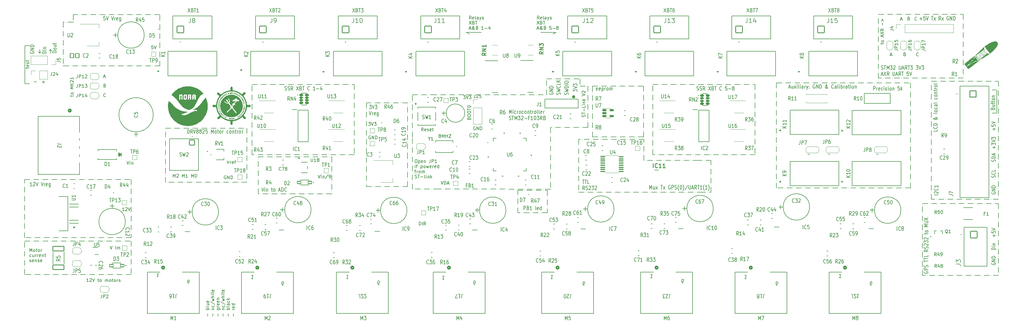
<source format=gto>
G04 #@! TF.GenerationSoftware,KiCad,Pcbnew,7.0.7*
G04 #@! TF.CreationDate,2024-06-25T14:53:43-04:00*
G04 #@! TF.ProjectId,AOML_AB_3.0_reorganized-v3,414f4d4c-5f41-4425-9f33-2e305f72656f,3*
G04 #@! TF.SameCoordinates,Original*
G04 #@! TF.FileFunction,Legend,Top*
G04 #@! TF.FilePolarity,Positive*
%FSLAX46Y46*%
G04 Gerber Fmt 4.6, Leading zero omitted, Abs format (unit mm)*
G04 Created by KiCad (PCBNEW 7.0.7) date 2024-06-25 14:53:43*
%MOMM*%
%LPD*%
G01*
G04 APERTURE LIST*
G04 Aperture macros list*
%AMRoundRect*
0 Rectangle with rounded corners*
0 $1 Rounding radius*
0 $2 $3 $4 $5 $6 $7 $8 $9 X,Y pos of 4 corners*
0 Add a 4 corners polygon primitive as box body*
4,1,4,$2,$3,$4,$5,$6,$7,$8,$9,$2,$3,0*
0 Add four circle primitives for the rounded corners*
1,1,$1+$1,$2,$3*
1,1,$1+$1,$4,$5*
1,1,$1+$1,$6,$7*
1,1,$1+$1,$8,$9*
0 Add four rect primitives between the rounded corners*
20,1,$1+$1,$2,$3,$4,$5,0*
20,1,$1+$1,$4,$5,$6,$7,0*
20,1,$1+$1,$6,$7,$8,$9,0*
20,1,$1+$1,$8,$9,$2,$3,0*%
%AMFreePoly0*
4,1,19,0.550000,-0.750000,0.000000,-0.750000,0.000000,-0.744911,-0.071157,-0.744911,-0.207708,-0.704816,-0.327430,-0.627875,-0.420627,-0.520320,-0.479746,-0.390866,-0.500000,-0.250000,-0.500000,0.250000,-0.479746,0.390866,-0.420627,0.520320,-0.327430,0.627875,-0.207708,0.704816,-0.071157,0.744911,0.000000,0.744911,0.000000,0.750000,0.550000,0.750000,0.550000,-0.750000,0.550000,-0.750000,
$1*%
%AMFreePoly1*
4,1,19,0.000000,0.744911,0.071157,0.744911,0.207708,0.704816,0.327430,0.627875,0.420627,0.520320,0.479746,0.390866,0.500000,0.250000,0.500000,-0.250000,0.479746,-0.390866,0.420627,-0.520320,0.327430,-0.627875,0.207708,-0.704816,0.071157,-0.744911,0.000000,-0.744911,0.000000,-0.750000,-0.550000,-0.750000,-0.550000,0.750000,0.000000,0.750000,0.000000,0.744911,0.000000,0.744911,
$1*%
%AMFreePoly2*
4,1,19,0.500000,-0.750000,0.000000,-0.750000,0.000000,-0.744911,-0.071157,-0.744911,-0.207708,-0.704816,-0.327430,-0.627875,-0.420627,-0.520320,-0.479746,-0.390866,-0.500000,-0.250000,-0.500000,0.250000,-0.479746,0.390866,-0.420627,0.520320,-0.327430,0.627875,-0.207708,0.704816,-0.071157,0.744911,0.000000,0.744911,0.000000,0.750000,0.500000,0.750000,0.500000,-0.750000,0.500000,-0.750000,
$1*%
%AMFreePoly3*
4,1,19,0.000000,0.744911,0.071157,0.744911,0.207708,0.704816,0.327430,0.627875,0.420627,0.520320,0.479746,0.390866,0.500000,0.250000,0.500000,-0.250000,0.479746,-0.390866,0.420627,-0.520320,0.327430,-0.627875,0.207708,-0.704816,0.071157,-0.744911,0.000000,-0.744911,0.000000,-0.750000,-0.500000,-0.750000,-0.500000,0.750000,0.000000,0.750000,0.000000,0.744911,0.000000,0.744911,
$1*%
G04 Aperture macros list end*
%ADD10C,0.150000*%
%ADD11C,0.200000*%
%ADD12C,0.254000*%
%ADD13C,0.127000*%
%ADD14C,0.152400*%
%ADD15C,0.120000*%
%ADD16C,0.508000*%
%ADD17C,0.100000*%
%ADD18RoundRect,0.102000X-1.050000X-1.050000X1.050000X-1.050000X1.050000X1.050000X-1.050000X1.050000X0*%
%ADD19C,2.304000*%
%ADD20C,1.524000*%
%ADD21RoundRect,0.102000X-0.975000X0.975000X-0.975000X-0.975000X0.975000X-0.975000X0.975000X0.975000X0*%
%ADD22C,2.154000*%
%ADD23R,0.855600X1.250000*%
%ADD24R,1.016000X1.219200*%
%ADD25R,1.200000X0.800000*%
%ADD26C,8.500000*%
%ADD27R,0.508000X1.473200*%
%ADD28R,0.650001X0.399999*%
%ADD29FreePoly0,0.000000*%
%ADD30R,1.000000X1.500000*%
%ADD31FreePoly1,0.000000*%
%ADD32R,1.305598X1.449997*%
%ADD33R,1.000000X1.000000*%
%ADD34RoundRect,0.150000X-0.512500X-0.150000X0.512500X-0.150000X0.512500X0.150000X-0.512500X0.150000X0*%
%ADD35R,1.524000X1.524000*%
%ADD36FreePoly2,0.000000*%
%ADD37FreePoly3,0.000000*%
%ADD38R,2.000000X1.500000*%
%ADD39R,2.000000X3.800000*%
%ADD40FreePoly2,270.000000*%
%ADD41FreePoly3,270.000000*%
%ADD42C,3.327400*%
%ADD43R,1.700000X1.700000*%
%ADD44O,1.700000X1.700000*%
%ADD45RoundRect,0.102000X-0.550000X-0.690000X0.550000X-0.690000X0.550000X0.690000X-0.550000X0.690000X0*%
%ADD46R,1.651000X1.651000*%
%ADD47C,1.651000*%
%ADD48FreePoly2,180.000000*%
%ADD49FreePoly3,180.000000*%
%ADD50R,1.778000X3.505200*%
%ADD51O,1.250000X0.549999*%
%ADD52R,1.066800X1.346200*%
%ADD53R,1.525000X0.650000*%
%ADD54RoundRect,0.102000X1.720000X-0.730000X1.720000X0.730000X-1.720000X0.730000X-1.720000X-0.730000X0*%
%ADD55RoundRect,0.102000X0.605000X0.365000X-0.605000X0.365000X-0.605000X-0.365000X0.605000X-0.365000X0*%
%ADD56R,1.193800X0.304800*%
%ADD57R,0.304800X1.193800*%
%ADD58R,2.311400X2.006600*%
%ADD59R,0.457200X0.812800*%
%ADD60R,1.475000X0.450000*%
%ADD61R,3.100000X5.180000*%
%ADD62C,1.600000*%
%ADD63O,1.600000X1.600000*%
%ADD64R,1.193800X0.508000*%
%ADD65R,0.900000X0.350000*%
%ADD66C,1.371600*%
%ADD67R,2.184400X1.625600*%
%ADD68C,1.784000*%
%ADD69RoundRect,0.102000X0.790000X0.790000X-0.790000X0.790000X-0.790000X-0.790000X0.790000X-0.790000X0*%
%ADD70R,3.200400X0.939800*%
%ADD71R,8.204200X10.591800*%
%ADD72R,1.200000X0.400000*%
%ADD73RoundRect,0.193500X-0.358500X-0.213500X0.358500X-0.213500X0.358500X0.213500X-0.358500X0.213500X0*%
%ADD74RoundRect,0.170900X-0.381100X-0.196100X0.381100X-0.196100X0.381100X0.196100X-0.381100X0.196100X0*%
%ADD75C,1.500000*%
%ADD76RoundRect,0.102000X-1.050000X1.050000X-1.050000X-1.050000X1.050000X-1.050000X1.050000X1.050000X0*%
%ADD77R,1.397000X1.397000*%
%ADD78C,1.397000*%
%ADD79R,1.549400X0.939800*%
%ADD80R,2.133600X1.498600*%
%ADD81R,0.952500X0.558800*%
%ADD82R,1.168400X1.447800*%
%ADD83R,1.250000X0.855600*%
%ADD84RoundRect,0.100000X-0.637500X-0.100000X0.637500X-0.100000X0.637500X0.100000X-0.637500X0.100000X0*%
%ADD85R,1.320800X1.320800*%
%ADD86C,1.320800*%
%ADD87C,3.860800*%
G04 APERTURE END LIST*
D10*
X55600000Y-110800000D02*
X54200000Y-110800000D01*
X62600000Y-100400000D02*
X62200000Y-100000000D01*
X125288000Y-111000000D02*
X126938000Y-111000000D01*
X127538000Y-111000000D02*
X127538000Y-111000000D01*
X128138000Y-111000000D02*
X129788000Y-111000000D01*
X130388000Y-111000000D02*
X130388000Y-111000000D01*
X130988000Y-111000000D02*
X132638000Y-111000000D01*
X133238000Y-111000000D02*
X133238000Y-111000000D01*
X133838000Y-111000000D02*
X135488000Y-111000000D01*
X136088000Y-111000000D02*
X136088000Y-111000000D01*
X136688000Y-111000000D02*
X138338000Y-111000000D01*
X138938000Y-111000000D02*
X138938000Y-111000000D01*
X139538000Y-111000000D02*
X141188000Y-111000000D01*
X141788000Y-111000000D02*
X141788000Y-111000000D01*
X142388000Y-111000000D02*
X144038000Y-111000000D01*
X144638000Y-111000000D02*
X144638000Y-111000000D01*
X145238000Y-111000000D02*
X146888000Y-111000000D01*
X147488000Y-111000000D02*
X147488000Y-111000000D01*
X148088000Y-111000000D02*
X149738000Y-111000000D01*
X150338000Y-111000000D02*
X150338000Y-111000000D01*
X150938000Y-111000000D02*
X152588000Y-111000000D01*
X153188000Y-111000000D02*
X153188000Y-111000000D01*
X153788000Y-111000000D02*
X155438000Y-111000000D01*
X156038000Y-111000000D02*
X156038000Y-111000000D01*
X156638000Y-111000000D02*
X157288000Y-111000000D01*
X157288000Y-111000000D02*
X157288000Y-112650000D01*
X157288000Y-113250000D02*
X157288000Y-113250000D01*
X157288000Y-113850000D02*
X157288000Y-115500000D01*
X157288000Y-116100000D02*
X157288000Y-116100000D01*
X157288000Y-116700000D02*
X157288000Y-118350000D01*
X157288000Y-118950000D02*
X157288000Y-118950000D01*
X157288000Y-119550000D02*
X157288000Y-121200000D01*
X157288000Y-121800000D02*
X157288000Y-121800000D01*
X157288000Y-122400000D02*
X157288000Y-124050000D01*
X157288000Y-124650000D02*
X157288000Y-124650000D01*
X157288000Y-125250000D02*
X157288000Y-126900000D01*
X157288000Y-127500000D02*
X157288000Y-127500000D01*
X157288000Y-128100000D02*
X157288000Y-129750000D01*
X157288000Y-130350000D02*
X157288000Y-130350000D01*
X157288000Y-130950000D02*
X157288000Y-132600000D01*
X157288000Y-133000000D02*
X155638000Y-133000000D01*
X155038000Y-133000000D02*
X155038000Y-133000000D01*
X154438000Y-133000000D02*
X152788000Y-133000000D01*
X152188000Y-133000000D02*
X152188000Y-133000000D01*
X151588000Y-133000000D02*
X149938000Y-133000000D01*
X149338000Y-133000000D02*
X149338000Y-133000000D01*
X148738000Y-133000000D02*
X147088000Y-133000000D01*
X146488000Y-133000000D02*
X146488000Y-133000000D01*
X145888000Y-133000000D02*
X144238000Y-133000000D01*
X143638000Y-133000000D02*
X143638000Y-133000000D01*
X143038000Y-133000000D02*
X141388000Y-133000000D01*
X140788000Y-133000000D02*
X140788000Y-133000000D01*
X140188000Y-133000000D02*
X138538000Y-133000000D01*
X137938000Y-133000000D02*
X137938000Y-133000000D01*
X137338000Y-133000000D02*
X135688000Y-133000000D01*
X135088000Y-133000000D02*
X135088000Y-133000000D01*
X134488000Y-133000000D02*
X132838000Y-133000000D01*
X132238000Y-133000000D02*
X132238000Y-133000000D01*
X131638000Y-133000000D02*
X129988000Y-133000000D01*
X129388000Y-133000000D02*
X129388000Y-133000000D01*
X128788000Y-133000000D02*
X127138000Y-133000000D01*
X126538000Y-133000000D02*
X126538000Y-133000000D01*
X125938000Y-133000000D02*
X125288000Y-133000000D01*
X125288000Y-133000000D02*
X125288000Y-131350000D01*
X125288000Y-130750000D02*
X125288000Y-130750000D01*
X125288000Y-130150000D02*
X125288000Y-128500000D01*
X125288000Y-127900000D02*
X125288000Y-127900000D01*
X125288000Y-127300000D02*
X125288000Y-125650000D01*
X125288000Y-125050000D02*
X125288000Y-125050000D01*
X125288000Y-124450000D02*
X125288000Y-122800000D01*
X125288000Y-122200000D02*
X125288000Y-122200000D01*
X125288000Y-121600000D02*
X125288000Y-119950000D01*
X125288000Y-119350000D02*
X125288000Y-119350000D01*
X125288000Y-118750000D02*
X125288000Y-117100000D01*
X125288000Y-116500000D02*
X125288000Y-116500000D01*
X125288000Y-115900000D02*
X125288000Y-114250000D01*
X125288000Y-113650000D02*
X125288000Y-113650000D01*
X125288000Y-113050000D02*
X125288000Y-111400000D01*
X357000000Y-120000000D02*
X358250000Y-120000000D01*
X248000000Y-128200000D02*
X246350000Y-128200000D01*
X245750000Y-128200000D02*
X245750000Y-128200000D01*
X245150000Y-128200000D02*
X243500000Y-128200000D01*
X242900000Y-128200000D02*
X242900000Y-128200000D01*
X242300000Y-128200000D02*
X240650000Y-128200000D01*
X240050000Y-128200000D02*
X240050000Y-128200000D01*
X239450000Y-128200000D02*
X237800000Y-128200000D01*
X237200000Y-128200000D02*
X237200000Y-128200000D01*
X236600000Y-128200000D02*
X234950000Y-128200000D01*
X234350000Y-128200000D02*
X234350000Y-128200000D01*
X233750000Y-128200000D02*
X232100000Y-128200000D01*
X231500000Y-128200000D02*
X231500000Y-128200000D01*
X230900000Y-128200000D02*
X229250000Y-128200000D01*
X228650000Y-128200000D02*
X228650000Y-128200000D01*
X228050000Y-128200000D02*
X227600000Y-128200000D01*
X227600000Y-128200000D02*
X227600000Y-129850000D01*
X227600000Y-130450000D02*
X227600000Y-130450000D01*
X227600000Y-131050000D02*
X227600000Y-132700000D01*
X227600000Y-133300000D02*
X227600000Y-133300000D01*
X227600000Y-133900000D02*
X227600000Y-135550000D01*
X227600000Y-136150000D02*
X227600000Y-136150000D01*
X227600000Y-136750000D02*
X227600000Y-138400000D01*
X227600000Y-139000000D02*
X227600000Y-139000000D01*
X227600000Y-139600000D02*
X227600000Y-141250000D01*
X227600000Y-141850000D02*
X227600000Y-141850000D01*
X227600000Y-142450000D02*
X227600000Y-144100000D01*
X227600000Y-144700000D02*
X227600000Y-144700000D01*
X227600000Y-144800000D02*
X229250000Y-144800000D01*
X229850000Y-144800000D02*
X229850000Y-144800000D01*
X230450000Y-144800000D02*
X232100000Y-144800000D01*
X232700000Y-144800000D02*
X232700000Y-144800000D01*
X233300000Y-144800000D02*
X234950000Y-144800000D01*
X235550000Y-144800000D02*
X235550000Y-144800000D01*
X236150000Y-144800000D02*
X237800000Y-144800000D01*
X238400000Y-144800000D02*
X238400000Y-144800000D01*
X239000000Y-144800000D02*
X240650000Y-144800000D01*
X241250000Y-144800000D02*
X241250000Y-144800000D01*
X241850000Y-144800000D02*
X243500000Y-144800000D01*
X244100000Y-144800000D02*
X244100000Y-144800000D01*
X244700000Y-144800000D02*
X246350000Y-144800000D01*
X246950000Y-144800000D02*
X246950000Y-144800000D01*
X247550000Y-144800000D02*
X249200000Y-144800000D01*
X249800000Y-144800000D02*
X249800000Y-144800000D01*
X250400000Y-144800000D02*
X252050000Y-144800000D01*
X252650000Y-144800000D02*
X252650000Y-144800000D01*
X253250000Y-144800000D02*
X254900000Y-144800000D01*
X255500000Y-144800000D02*
X255500000Y-144800000D01*
X256100000Y-144800000D02*
X257750000Y-144800000D01*
X258350000Y-144800000D02*
X258350000Y-144800000D01*
X258950000Y-144800000D02*
X260600000Y-144800000D01*
X261200000Y-144800000D02*
X261200000Y-144800000D01*
X261800000Y-144800000D02*
X263450000Y-144800000D01*
X264050000Y-144800000D02*
X264050000Y-144800000D01*
X264650000Y-144800000D02*
X265600000Y-144800000D01*
X265600000Y-144800000D02*
X267250000Y-144800000D01*
X267850000Y-144800000D02*
X267850000Y-144800000D01*
X268450000Y-144800000D02*
X269000000Y-144800000D01*
X269000000Y-144800000D02*
X269000000Y-143150000D01*
X269000000Y-142550000D02*
X269000000Y-142550000D01*
X269000000Y-141950000D02*
X269000000Y-140300000D01*
X269000000Y-139700000D02*
X269000000Y-139700000D01*
X269000000Y-139100000D02*
X269000000Y-137450000D01*
X269000000Y-136850000D02*
X269000000Y-136850000D01*
X269000000Y-136250000D02*
X269000000Y-134800000D01*
X269000000Y-134800000D02*
X267350000Y-134800000D01*
X266750000Y-134800000D02*
X266750000Y-134800000D01*
X266150000Y-134800000D02*
X265000000Y-134800000D01*
X265000000Y-134800000D02*
X263350000Y-134800000D01*
X262750000Y-134800000D02*
X262750000Y-134800000D01*
X262150000Y-134800000D02*
X260500000Y-134800000D01*
X259900000Y-134800000D02*
X259900000Y-134800000D01*
X259300000Y-134800000D02*
X257650000Y-134800000D01*
X257050000Y-134800000D02*
X257050000Y-134800000D01*
X256450000Y-134800000D02*
X254800000Y-134800000D01*
X254200000Y-134800000D02*
X254200000Y-134800000D01*
X253600000Y-134800000D02*
X251950000Y-134800000D01*
X251350000Y-134800000D02*
X251350000Y-134800000D01*
X250750000Y-134800000D02*
X249100000Y-134800000D01*
X248500000Y-134800000D02*
X248500000Y-134800000D01*
X248000000Y-134800000D02*
X248000000Y-133150000D01*
X248000000Y-132550000D02*
X248000000Y-132550000D01*
X248000000Y-131950000D02*
X248000000Y-130300000D01*
X248000000Y-129700000D02*
X248000000Y-129700000D01*
X248000000Y-129100000D02*
X248000000Y-128200000D01*
X59200000Y-100800000D02*
X58800000Y-101200000D01*
X208500000Y-144250000D02*
X210150000Y-144250000D01*
X210750000Y-144250000D02*
X210750000Y-144250000D01*
X211350000Y-144250000D02*
X213000000Y-144250000D01*
X213600000Y-144250000D02*
X213600000Y-144250000D01*
X214200000Y-144250000D02*
X215850000Y-144250000D01*
X216450000Y-144250000D02*
X216450000Y-144250000D01*
X217050000Y-144250000D02*
X217750000Y-144250000D01*
X217750000Y-144250000D02*
X217750000Y-145900000D01*
X217750000Y-146500000D02*
X217750000Y-146500000D01*
X217750000Y-147100000D02*
X217750000Y-148750000D01*
X217750000Y-149350000D02*
X217750000Y-149350000D01*
X217750000Y-149950000D02*
X217750000Y-151250000D01*
X217750000Y-151250000D02*
X216100000Y-151250000D01*
X215500000Y-151250000D02*
X215500000Y-151250000D01*
X214900000Y-151250000D02*
X213250000Y-151250000D01*
X212650000Y-151250000D02*
X212650000Y-151250000D01*
X212050000Y-151250000D02*
X210400000Y-151250000D01*
X209800000Y-151250000D02*
X209800000Y-151250000D01*
X209200000Y-151250000D02*
X208500000Y-151250000D01*
X208500000Y-151250000D02*
X208500000Y-149600000D01*
X208500000Y-149000000D02*
X208500000Y-149000000D01*
X208500000Y-148400000D02*
X208500000Y-146750000D01*
X208500000Y-146150000D02*
X208500000Y-146150000D01*
X208500000Y-145550000D02*
X208500000Y-144250000D01*
X250795000Y-111000000D02*
X252445000Y-111000000D01*
X253045000Y-111000000D02*
X253045000Y-111000000D01*
X253645000Y-111000000D02*
X255295000Y-111000000D01*
X255895000Y-111000000D02*
X255895000Y-111000000D01*
X256495000Y-111000000D02*
X258145000Y-111000000D01*
X258745000Y-111000000D02*
X258745000Y-111000000D01*
X259345000Y-111000000D02*
X260995000Y-111000000D01*
X261595000Y-111000000D02*
X261595000Y-111000000D01*
X262195000Y-111000000D02*
X263845000Y-111000000D01*
X264445000Y-111000000D02*
X264445000Y-111000000D01*
X265045000Y-111000000D02*
X266695000Y-111000000D01*
X267295000Y-111000000D02*
X267295000Y-111000000D01*
X267895000Y-111000000D02*
X269545000Y-111000000D01*
X270145000Y-111000000D02*
X270145000Y-111000000D01*
X270745000Y-111000000D02*
X272395000Y-111000000D01*
X272995000Y-111000000D02*
X272995000Y-111000000D01*
X273595000Y-111000000D02*
X275245000Y-111000000D01*
X275845000Y-111000000D02*
X275845000Y-111000000D01*
X276445000Y-111000000D02*
X278095000Y-111000000D01*
X278695000Y-111000000D02*
X278695000Y-111000000D01*
X279295000Y-111000000D02*
X280945000Y-111000000D01*
X281545000Y-111000000D02*
X281545000Y-111000000D01*
X282145000Y-111000000D02*
X282795000Y-111000000D01*
X282795000Y-111000000D02*
X282795000Y-112650000D01*
X282795000Y-113250000D02*
X282795000Y-113250000D01*
X282795000Y-113850000D02*
X282795000Y-115500000D01*
X282795000Y-116100000D02*
X282795000Y-116100000D01*
X282795000Y-116700000D02*
X282795000Y-118350000D01*
X282795000Y-118950000D02*
X282795000Y-118950000D01*
X282795000Y-119550000D02*
X282795000Y-121200000D01*
X282795000Y-121800000D02*
X282795000Y-121800000D01*
X282795000Y-122400000D02*
X282795000Y-124050000D01*
X282795000Y-124650000D02*
X282795000Y-124650000D01*
X282795000Y-125250000D02*
X282795000Y-126900000D01*
X282795000Y-127500000D02*
X282795000Y-127500000D01*
X282795000Y-128100000D02*
X282795000Y-129750000D01*
X282795000Y-130350000D02*
X282795000Y-130350000D01*
X282795000Y-130950000D02*
X282795000Y-132600000D01*
X282795000Y-133000000D02*
X281145000Y-133000000D01*
X280545000Y-133000000D02*
X280545000Y-133000000D01*
X279945000Y-133000000D02*
X278295000Y-133000000D01*
X277695000Y-133000000D02*
X277695000Y-133000000D01*
X277095000Y-133000000D02*
X275445000Y-133000000D01*
X274845000Y-133000000D02*
X274845000Y-133000000D01*
X274245000Y-133000000D02*
X272595000Y-133000000D01*
X271995000Y-133000000D02*
X271995000Y-133000000D01*
X271395000Y-133000000D02*
X269745000Y-133000000D01*
X269145000Y-133000000D02*
X269145000Y-133000000D01*
X268545000Y-133000000D02*
X266895000Y-133000000D01*
X266295000Y-133000000D02*
X266295000Y-133000000D01*
X265695000Y-133000000D02*
X264045000Y-133000000D01*
X263445000Y-133000000D02*
X263445000Y-133000000D01*
X262845000Y-133000000D02*
X261195000Y-133000000D01*
X260595000Y-133000000D02*
X260595000Y-133000000D01*
X259995000Y-133000000D02*
X258345000Y-133000000D01*
X257745000Y-133000000D02*
X257745000Y-133000000D01*
X257145000Y-133000000D02*
X255495000Y-133000000D01*
X254895000Y-133000000D02*
X254895000Y-133000000D01*
X254295000Y-133000000D02*
X252645000Y-133000000D01*
X252045000Y-133000000D02*
X252045000Y-133000000D01*
X251445000Y-133000000D02*
X250795000Y-133000000D01*
X250795000Y-133000000D02*
X250795000Y-131350000D01*
X250795000Y-130750000D02*
X250795000Y-130750000D01*
X250795000Y-130150000D02*
X250795000Y-128500000D01*
X250795000Y-127900000D02*
X250795000Y-127900000D01*
X250795000Y-127300000D02*
X250795000Y-125650000D01*
X250795000Y-125050000D02*
X250795000Y-125050000D01*
X250795000Y-124450000D02*
X250795000Y-122800000D01*
X250795000Y-122200000D02*
X250795000Y-122200000D01*
X250795000Y-121600000D02*
X250795000Y-119950000D01*
X250795000Y-119350000D02*
X250795000Y-119350000D01*
X250795000Y-118750000D02*
X250795000Y-117100000D01*
X250795000Y-116500000D02*
X250795000Y-116500000D01*
X250795000Y-115900000D02*
X250795000Y-114250000D01*
X250795000Y-113650000D02*
X250795000Y-113650000D01*
X250795000Y-113050000D02*
X250795000Y-111400000D01*
X58800000Y-100000000D02*
X58800000Y-101200000D01*
X338000000Y-110000000D02*
X339650000Y-110000000D01*
X340250000Y-110000000D02*
X340250000Y-110000000D01*
X340850000Y-110000000D02*
X342500000Y-110000000D01*
X343100000Y-110000000D02*
X343100000Y-110000000D01*
X343700000Y-110000000D02*
X345350000Y-110000000D01*
X345950000Y-110000000D02*
X345950000Y-110000000D01*
X346550000Y-110000000D02*
X348200000Y-110000000D01*
X348800000Y-110000000D02*
X348800000Y-110000000D01*
X349400000Y-110000000D02*
X351050000Y-110000000D01*
X351650000Y-110000000D02*
X351650000Y-110000000D01*
X352250000Y-110000000D02*
X353900000Y-110000000D01*
X354500000Y-110000000D02*
X354500000Y-110000000D01*
X355100000Y-110000000D02*
X356750000Y-110000000D01*
X357350000Y-110000000D02*
X357350000Y-110000000D01*
X357950000Y-110000000D02*
X359000000Y-110000000D01*
X359000000Y-110000000D02*
X359000000Y-111650000D01*
X359000000Y-112250000D02*
X359000000Y-112250000D01*
X359000000Y-112850000D02*
X359000000Y-114500000D01*
X359000000Y-115100000D02*
X359000000Y-115100000D01*
X359000000Y-115700000D02*
X359000000Y-117350000D01*
X359000000Y-117950000D02*
X359000000Y-117950000D01*
X359000000Y-118550000D02*
X359000000Y-120200000D01*
X359000000Y-120800000D02*
X359000000Y-120800000D01*
X359000000Y-121400000D02*
X359000000Y-123050000D01*
X359000000Y-123650000D02*
X359000000Y-123650000D01*
X359000000Y-124250000D02*
X359000000Y-125900000D01*
X359000000Y-126500000D02*
X359000000Y-126500000D01*
X359000000Y-127100000D02*
X359000000Y-128750000D01*
X359000000Y-129350000D02*
X359000000Y-129350000D01*
X359000000Y-129950000D02*
X359000000Y-131600000D01*
X359000000Y-132200000D02*
X359000000Y-132200000D01*
X359000000Y-132800000D02*
X359000000Y-134450000D01*
X359000000Y-135050000D02*
X359000000Y-135050000D01*
X359000000Y-135650000D02*
X359000000Y-137300000D01*
X359000000Y-137900000D02*
X359000000Y-137900000D01*
X359000000Y-138500000D02*
X359000000Y-140150000D01*
X359000000Y-140750000D02*
X359000000Y-140750000D01*
X359000000Y-141350000D02*
X359000000Y-143000000D01*
X359000000Y-143600000D02*
X359000000Y-143600000D01*
X359000000Y-144200000D02*
X359000000Y-145850000D01*
X359000000Y-146450000D02*
X359000000Y-146450000D01*
X359000000Y-147000000D02*
X357350000Y-147000000D01*
X356750000Y-147000000D02*
X356750000Y-147000000D01*
X356150000Y-147000000D02*
X354500000Y-147000000D01*
X353900000Y-147000000D02*
X353900000Y-147000000D01*
X353300000Y-147000000D02*
X351650000Y-147000000D01*
X351050000Y-147000000D02*
X351050000Y-147000000D01*
X350450000Y-147000000D02*
X348800000Y-147000000D01*
X348200000Y-147000000D02*
X348200000Y-147000000D01*
X347600000Y-147000000D02*
X345950000Y-147000000D01*
X345350000Y-147000000D02*
X345350000Y-147000000D01*
X344750000Y-147000000D02*
X343100000Y-147000000D01*
X342500000Y-147000000D02*
X342500000Y-147000000D01*
X341900000Y-147000000D02*
X340250000Y-147000000D01*
X339650000Y-147000000D02*
X339650000Y-147000000D01*
X339050000Y-147000000D02*
X338000000Y-147000000D01*
X338000000Y-147000000D02*
X338000000Y-145350000D01*
X338000000Y-144750000D02*
X338000000Y-144750000D01*
X338000000Y-144150000D02*
X338000000Y-142500000D01*
X338000000Y-141900000D02*
X338000000Y-141900000D01*
X338000000Y-141300000D02*
X338000000Y-139650000D01*
X338000000Y-139050000D02*
X338000000Y-139050000D01*
X338000000Y-138450000D02*
X338000000Y-136800000D01*
X338000000Y-136200000D02*
X338000000Y-136200000D01*
X338000000Y-135600000D02*
X338000000Y-133950000D01*
X338000000Y-133350000D02*
X338000000Y-133350000D01*
X338000000Y-132750000D02*
X338000000Y-131100000D01*
X338000000Y-130500000D02*
X338000000Y-130500000D01*
X338000000Y-129900000D02*
X338000000Y-128250000D01*
X338000000Y-127650000D02*
X338000000Y-127650000D01*
X338000000Y-127050000D02*
X338000000Y-125400000D01*
X338000000Y-124800000D02*
X338000000Y-124800000D01*
X338000000Y-124200000D02*
X338000000Y-122550000D01*
X338000000Y-121950000D02*
X338000000Y-121950000D01*
X338000000Y-121350000D02*
X338000000Y-119700000D01*
X338000000Y-119100000D02*
X338000000Y-119100000D01*
X338000000Y-118500000D02*
X338000000Y-116850000D01*
X338000000Y-116250000D02*
X338000000Y-116250000D01*
X338000000Y-115650000D02*
X338000000Y-114000000D01*
X338000000Y-113400000D02*
X338000000Y-113400000D01*
X338000000Y-112800000D02*
X338000000Y-111150000D01*
X338000000Y-110550000D02*
X338000000Y-110550000D01*
X54200000Y-98800000D02*
X55600000Y-98800000D01*
X69300000Y-89100000D02*
X69300000Y-90750000D01*
X69300000Y-91350000D02*
X69300000Y-91350000D01*
X69300000Y-91500000D02*
X67650000Y-91500000D01*
X67050000Y-91500000D02*
X67050000Y-91500000D01*
X66450000Y-91500000D02*
X66300000Y-91500000D01*
X66300000Y-91500000D02*
X66200000Y-91400000D01*
X66200000Y-91400000D02*
X66200000Y-93050000D01*
X66200000Y-93650000D02*
X66200000Y-93650000D01*
X66200000Y-94250000D02*
X66200000Y-95900000D01*
X66200000Y-96500000D02*
X66200000Y-96500000D01*
X66200000Y-97100000D02*
X66200000Y-98750000D01*
X66200000Y-99350000D02*
X66200000Y-99350000D01*
X66200000Y-99950000D02*
X66200000Y-101600000D01*
X66200000Y-102200000D02*
X66200000Y-102200000D01*
X66200000Y-102800000D02*
X66200000Y-104450000D01*
X66200000Y-105050000D02*
X66200000Y-105050000D01*
X66200000Y-105100000D02*
X66300000Y-105200000D01*
X66300000Y-105200000D02*
X67950000Y-105200000D01*
X68550000Y-105200000D02*
X68550000Y-105200000D01*
X69150000Y-105200000D02*
X70800000Y-105200000D01*
X71400000Y-105200000D02*
X71400000Y-105200000D01*
X72000000Y-105200000D02*
X73650000Y-105200000D01*
X74250000Y-105200000D02*
X74250000Y-105200000D01*
X74850000Y-105200000D02*
X76500000Y-105200000D01*
X77100000Y-105200000D02*
X77100000Y-105200000D01*
X77700000Y-105200000D02*
X79350000Y-105200000D01*
X79950000Y-105200000D02*
X79950000Y-105200000D01*
X80550000Y-105200000D02*
X82200000Y-105200000D01*
X82800000Y-105200000D02*
X82800000Y-105200000D01*
X83400000Y-105200000D02*
X85050000Y-105200000D01*
X85650000Y-105200000D02*
X85650000Y-105200000D01*
X86250000Y-105200000D02*
X87900000Y-105200000D01*
X88500000Y-105200000D02*
X88500000Y-105200000D01*
X89100000Y-105200000D02*
X90750000Y-105200000D01*
X91350000Y-105200000D02*
X91350000Y-105200000D01*
X91950000Y-105200000D02*
X93600000Y-105200000D01*
X94200000Y-105200000D02*
X94200000Y-105200000D01*
X94800000Y-105200000D02*
X96400000Y-105200000D01*
X96400000Y-105200000D02*
X96400000Y-103550000D01*
X96400000Y-102950000D02*
X96400000Y-102950000D01*
X96400000Y-102350000D02*
X96400000Y-100700000D01*
X96400000Y-100100000D02*
X96400000Y-100100000D01*
X96400000Y-99500000D02*
X96400000Y-97850000D01*
X96400000Y-97250000D02*
X96400000Y-97250000D01*
X96400000Y-96650000D02*
X96400000Y-95000000D01*
X96400000Y-94400000D02*
X96400000Y-94400000D01*
X96400000Y-93800000D02*
X96400000Y-92150000D01*
X96400000Y-91550000D02*
X96400000Y-91550000D01*
X96400000Y-90950000D02*
X96400000Y-89300000D01*
X96400000Y-89100000D02*
X94750000Y-89100000D01*
X94150000Y-89100000D02*
X94150000Y-89100000D01*
X93550000Y-89100000D02*
X91900000Y-89100000D01*
X91300000Y-89100000D02*
X91300000Y-89100000D01*
X90700000Y-89100000D02*
X89050000Y-89100000D01*
X88450000Y-89100000D02*
X88450000Y-89100000D01*
X87850000Y-89100000D02*
X86200000Y-89100000D01*
X85600000Y-89100000D02*
X85600000Y-89100000D01*
X85000000Y-89100000D02*
X83350000Y-89100000D01*
X82750000Y-89100000D02*
X82750000Y-89100000D01*
X82150000Y-89100000D02*
X80500000Y-89100000D01*
X79900000Y-89100000D02*
X79900000Y-89100000D01*
X79300000Y-89100000D02*
X77650000Y-89100000D01*
X77050000Y-89100000D02*
X77050000Y-89100000D01*
X76450000Y-89100000D02*
X74800000Y-89100000D01*
X74200000Y-89100000D02*
X74200000Y-89100000D01*
X73600000Y-89100000D02*
X71950000Y-89100000D01*
X71350000Y-89100000D02*
X71350000Y-89100000D01*
X70750000Y-89100000D02*
X69300000Y-89100000D01*
X220500000Y-94650000D02*
X219500000Y-95150000D01*
X62200000Y-101200000D02*
X62200000Y-100000000D01*
X289501400Y-110480000D02*
X291151400Y-110480000D01*
X291751400Y-110480000D02*
X291751400Y-110480000D01*
X292351400Y-110480000D02*
X294001400Y-110480000D01*
X294601400Y-110480000D02*
X294601400Y-110480000D01*
X295201400Y-110480000D02*
X296851400Y-110480000D01*
X297451400Y-110480000D02*
X297451400Y-110480000D01*
X298051400Y-110480000D02*
X299701400Y-110480000D01*
X300301400Y-110480000D02*
X300301400Y-110480000D01*
X300901400Y-110480000D02*
X302551400Y-110480000D01*
X303151400Y-110480000D02*
X303151400Y-110480000D01*
X303751400Y-110480000D02*
X305401400Y-110480000D01*
X306001400Y-110480000D02*
X306001400Y-110480000D01*
X306601400Y-110480000D02*
X308251400Y-110480000D01*
X308851400Y-110480000D02*
X308851400Y-110480000D01*
X309451400Y-110480000D02*
X311101400Y-110480000D01*
X311701400Y-110480000D02*
X311701400Y-110480000D01*
X312301400Y-110480000D02*
X313951400Y-110480000D01*
X314551400Y-110480000D02*
X314551400Y-110480000D01*
X315151400Y-110480000D02*
X316801400Y-110480000D01*
X317401400Y-110480000D02*
X317401400Y-110480000D01*
X318001400Y-110480000D02*
X319651400Y-110480000D01*
X320251400Y-110480000D02*
X320251400Y-110480000D01*
X320851400Y-110480000D02*
X322501400Y-110480000D01*
X323101400Y-110480000D02*
X323101400Y-110480000D01*
X323701400Y-110480000D02*
X325351400Y-110480000D01*
X325951400Y-110480000D02*
X325951400Y-110480000D01*
X326551400Y-110480000D02*
X328201400Y-110480000D01*
X328801400Y-110480000D02*
X328801400Y-110480000D01*
X329401400Y-110480000D02*
X331051400Y-110480000D01*
X331501400Y-110480000D02*
X331501400Y-112130000D01*
X331501400Y-112730000D02*
X331501400Y-112730000D01*
X331501400Y-113330000D02*
X331501400Y-114980000D01*
X331501400Y-115580000D02*
X331501400Y-115580000D01*
X331501400Y-116180000D02*
X331501400Y-117830000D01*
X331501400Y-118430000D02*
X331501400Y-118430000D01*
X331501400Y-119030000D02*
X331501400Y-120680000D01*
X331501400Y-121280000D02*
X331501400Y-121280000D01*
X331501400Y-121880000D02*
X331501400Y-123530000D01*
X331501400Y-124130000D02*
X331501400Y-124130000D01*
X331501400Y-124730000D02*
X331501400Y-126380000D01*
X331501400Y-126980000D02*
X331501400Y-126980000D01*
X331501400Y-127580000D02*
X331501400Y-129230000D01*
X331501400Y-129830000D02*
X331501400Y-129830000D01*
X331501400Y-130430000D02*
X331501400Y-132080000D01*
X331501400Y-132680000D02*
X331501400Y-132680000D01*
X331501400Y-133280000D02*
X331501400Y-134930000D01*
X331501400Y-135530000D02*
X331501400Y-135530000D01*
X331501400Y-136130000D02*
X331501400Y-137780000D01*
X331501400Y-138380000D02*
X331501400Y-138380000D01*
X331501400Y-138980000D02*
X331501400Y-140630000D01*
X331501400Y-141230000D02*
X331501400Y-141230000D01*
X331501400Y-141830000D02*
X331501400Y-143480000D01*
X331501400Y-143480000D02*
X329851400Y-143480000D01*
X329251400Y-143480000D02*
X329251400Y-143480000D01*
X328651400Y-143480000D02*
X327001400Y-143480000D01*
X326401400Y-143480000D02*
X326401400Y-143480000D01*
X325801400Y-143480000D02*
X324151400Y-143480000D01*
X323551400Y-143480000D02*
X323551400Y-143480000D01*
X322951400Y-143480000D02*
X321301400Y-143480000D01*
X320701400Y-143480000D02*
X320701400Y-143480000D01*
X320101400Y-143480000D02*
X318451400Y-143480000D01*
X317851400Y-143480000D02*
X317851400Y-143480000D01*
X317251400Y-143480000D02*
X315601400Y-143480000D01*
X315001400Y-143480000D02*
X315001400Y-143480000D01*
X314401400Y-143480000D02*
X312751400Y-143480000D01*
X312151400Y-143480000D02*
X312151400Y-143480000D01*
X311551400Y-143480000D02*
X309901400Y-143480000D01*
X309301400Y-143480000D02*
X309301400Y-143480000D01*
X308701400Y-143480000D02*
X307051400Y-143480000D01*
X306451400Y-143480000D02*
X306451400Y-143480000D01*
X305851400Y-143480000D02*
X304201400Y-143480000D01*
X303601400Y-143480000D02*
X303601400Y-143480000D01*
X303001400Y-143480000D02*
X301351400Y-143480000D01*
X300751400Y-143480000D02*
X300751400Y-143480000D01*
X300151400Y-143480000D02*
X298501400Y-143480000D01*
X297901400Y-143480000D02*
X297901400Y-143480000D01*
X297301400Y-143480000D02*
X295651400Y-143480000D01*
X295051400Y-143480000D02*
X295051400Y-143480000D01*
X294451400Y-143480000D02*
X292801400Y-143480000D01*
X292201400Y-143480000D02*
X292201400Y-143480000D01*
X291601400Y-143480000D02*
X289951400Y-143480000D01*
X289501400Y-143480000D02*
X289501400Y-141830000D01*
X289501400Y-141230000D02*
X289501400Y-141230000D01*
X289501400Y-140630000D02*
X289501400Y-138980000D01*
X289501400Y-138380000D02*
X289501400Y-138380000D01*
X289501400Y-137780000D02*
X289501400Y-136130000D01*
X289501400Y-135530000D02*
X289501400Y-135530000D01*
X289501400Y-134930000D02*
X289501400Y-133280000D01*
X289501400Y-132680000D02*
X289501400Y-132680000D01*
X289501400Y-132080000D02*
X289501400Y-130430000D01*
X289501400Y-129830000D02*
X289501400Y-129830000D01*
X289501400Y-129230000D02*
X289501400Y-127580000D01*
X289501400Y-126980000D02*
X289501400Y-126980000D01*
X289501400Y-126380000D02*
X289501400Y-124730000D01*
X289501400Y-124130000D02*
X289501400Y-124130000D01*
X289501400Y-123530000D02*
X289501400Y-121880000D01*
X289501400Y-121280000D02*
X289501400Y-121280000D01*
X289501400Y-120680000D02*
X289501400Y-119030000D01*
X289501400Y-118430000D02*
X289501400Y-118430000D01*
X289501400Y-117830000D02*
X289501400Y-116180000D01*
X289501400Y-115580000D02*
X289501400Y-115580000D01*
X289501400Y-114980000D02*
X289501400Y-113330000D01*
X289501400Y-112730000D02*
X289501400Y-112730000D01*
X289501400Y-112130000D02*
X289501400Y-110480000D01*
X54200000Y-110800000D02*
X54200000Y-98800000D01*
X98190000Y-124711200D02*
X99840000Y-124711200D01*
X100440000Y-124711200D02*
X100440000Y-124711200D01*
X101040000Y-124711200D02*
X102690000Y-124711200D01*
X103290000Y-124711200D02*
X103290000Y-124711200D01*
X103890000Y-124711200D02*
X105540000Y-124711200D01*
X106140000Y-124711200D02*
X106140000Y-124711200D01*
X106740000Y-124711200D02*
X108390000Y-124711200D01*
X108990000Y-124711200D02*
X108990000Y-124711200D01*
X109590000Y-124711200D02*
X111240000Y-124711200D01*
X111840000Y-124711200D02*
X111840000Y-124711200D01*
X112440000Y-124711200D02*
X114090000Y-124711200D01*
X114690000Y-124711200D02*
X114690000Y-124711200D01*
X115290000Y-124711200D02*
X116940000Y-124711200D01*
X117540000Y-124711200D02*
X117540000Y-124711200D01*
X118140000Y-124711200D02*
X119790000Y-124711200D01*
X120390000Y-124711200D02*
X120390000Y-124711200D01*
X120990000Y-124711200D02*
X122640000Y-124711200D01*
X123240000Y-124711200D02*
X123240000Y-124711200D01*
X123690000Y-124711200D02*
X123690000Y-126361200D01*
X123690000Y-126961200D02*
X123690000Y-126961200D01*
X123690000Y-127561200D02*
X123690000Y-129211200D01*
X123690000Y-129811200D02*
X123690000Y-129811200D01*
X123690000Y-130411200D02*
X123690000Y-132061200D01*
X123690000Y-132661200D02*
X123690000Y-132661200D01*
X123690000Y-133261200D02*
X123690000Y-134911200D01*
X123690000Y-135511200D02*
X123690000Y-135511200D01*
X123690000Y-136111200D02*
X123690000Y-137761200D01*
X123690000Y-138361200D02*
X123690000Y-138361200D01*
X123690000Y-138961200D02*
X123690000Y-140611200D01*
X123690000Y-141211200D02*
X123690000Y-141211200D01*
X123690000Y-141711200D02*
X122040000Y-141711200D01*
X121440000Y-141711200D02*
X121440000Y-141711200D01*
X120840000Y-141711200D02*
X119190000Y-141711200D01*
X118590000Y-141711200D02*
X118590000Y-141711200D01*
X117990000Y-141711200D02*
X116340000Y-141711200D01*
X115740000Y-141711200D02*
X115740000Y-141711200D01*
X115140000Y-141711200D02*
X113490000Y-141711200D01*
X112890000Y-141711200D02*
X112890000Y-141711200D01*
X112290000Y-141711200D02*
X110640000Y-141711200D01*
X110040000Y-141711200D02*
X110040000Y-141711200D01*
X109440000Y-141711200D02*
X107790000Y-141711200D01*
X107190000Y-141711200D02*
X107190000Y-141711200D01*
X106590000Y-141711200D02*
X104940000Y-141711200D01*
X104340000Y-141711200D02*
X104340000Y-141711200D01*
X103740000Y-141711200D02*
X102090000Y-141711200D01*
X101490000Y-141711200D02*
X101490000Y-141711200D01*
X100890000Y-141711200D02*
X99240000Y-141711200D01*
X98640000Y-141711200D02*
X98640000Y-141711200D01*
X98190000Y-141711200D02*
X98190000Y-140061200D01*
X98190000Y-139461200D02*
X98190000Y-139461200D01*
X98190000Y-138861200D02*
X98190000Y-137211200D01*
X98190000Y-136611200D02*
X98190000Y-136611200D01*
X98190000Y-136011200D02*
X98190000Y-134361200D01*
X98190000Y-133761200D02*
X98190000Y-133761200D01*
X98190000Y-133161200D02*
X98190000Y-131511200D01*
X98190000Y-130911200D02*
X98190000Y-130911200D01*
X98190000Y-130311200D02*
X98190000Y-128661200D01*
X98190000Y-128061200D02*
X98190000Y-128061200D01*
X98190000Y-127461200D02*
X98190000Y-125811200D01*
X98190000Y-125211200D02*
X98190000Y-125211200D01*
X215750000Y-94650000D02*
X220500000Y-94650000D01*
X54097800Y-140790000D02*
X55747800Y-140790000D01*
X56347800Y-140790000D02*
X56347800Y-140790000D01*
X56947800Y-140790000D02*
X58597800Y-140790000D01*
X59197800Y-140790000D02*
X59197800Y-140790000D01*
X59797800Y-140790000D02*
X61447800Y-140790000D01*
X62047800Y-140790000D02*
X62047800Y-140790000D01*
X62647800Y-140790000D02*
X64297800Y-140790000D01*
X64897800Y-140790000D02*
X64897800Y-140790000D01*
X65497800Y-140790000D02*
X67147800Y-140790000D01*
X67747800Y-140790000D02*
X67747800Y-140790000D01*
X68347800Y-140790000D02*
X69997800Y-140790000D01*
X70597800Y-140790000D02*
X70597800Y-140790000D01*
X71197800Y-140790000D02*
X72847800Y-140790000D01*
X73447800Y-140790000D02*
X73447800Y-140790000D01*
X74047800Y-140790000D02*
X75697800Y-140790000D01*
X76297800Y-140790000D02*
X76297800Y-140790000D01*
X76897800Y-140790000D02*
X78547800Y-140790000D01*
X79147800Y-140790000D02*
X79147800Y-140790000D01*
X79747800Y-140790000D02*
X81397800Y-140790000D01*
X81997800Y-140790000D02*
X81997800Y-140790000D01*
X82597800Y-140790000D02*
X84247800Y-140790000D01*
X84847800Y-140790000D02*
X84847800Y-140790000D01*
X85447800Y-140790000D02*
X87097800Y-140790000D01*
X87497800Y-140790000D02*
X87497800Y-142440000D01*
X87497800Y-143040000D02*
X87497800Y-143040000D01*
X87497800Y-143640000D02*
X87497800Y-145290000D01*
X87497800Y-145890000D02*
X87497800Y-145890000D01*
X87497800Y-146490000D02*
X87497800Y-148140000D01*
X87497800Y-148740000D02*
X87497800Y-148740000D01*
X87497800Y-149340000D02*
X87497800Y-150990000D01*
X87497800Y-151590000D02*
X87497800Y-151590000D01*
X87497800Y-152190000D02*
X87497800Y-153840000D01*
X87497800Y-154440000D02*
X87497800Y-154440000D01*
X87497800Y-155040000D02*
X87497800Y-156690000D01*
X87497800Y-157290000D02*
X87497800Y-157290000D01*
X87497800Y-157890000D02*
X87497800Y-159040000D01*
X87497800Y-159040000D02*
X85847800Y-159040000D01*
X85247800Y-159040000D02*
X85247800Y-159040000D01*
X84647800Y-159040000D02*
X82997800Y-159040000D01*
X82397800Y-159040000D02*
X82397800Y-159040000D01*
X81797800Y-159040000D02*
X80147800Y-159040000D01*
X79547800Y-159040000D02*
X79547800Y-159040000D01*
X78947800Y-159040000D02*
X77297800Y-159040000D01*
X76697800Y-159040000D02*
X76697800Y-159040000D01*
X76097800Y-159040000D02*
X74447800Y-159040000D01*
X73847800Y-159040000D02*
X73847800Y-159040000D01*
X73247800Y-159040000D02*
X71597800Y-159040000D01*
X70997800Y-159040000D02*
X70997800Y-159040000D01*
X70397800Y-159040000D02*
X68747800Y-159040000D01*
X68147800Y-159040000D02*
X68147800Y-159040000D01*
X67547800Y-159040000D02*
X65897800Y-159040000D01*
X65297800Y-159040000D02*
X65297800Y-159040000D01*
X64697800Y-159040000D02*
X63047800Y-159040000D01*
X62447800Y-159040000D02*
X62447800Y-159040000D01*
X61847800Y-159040000D02*
X60197800Y-159040000D01*
X59597800Y-159040000D02*
X59597800Y-159040000D01*
X58997800Y-159040000D02*
X57347800Y-159040000D01*
X56747800Y-159040000D02*
X56747800Y-159040000D01*
X56147800Y-159040000D02*
X54497800Y-159040000D01*
X54097800Y-159040000D02*
X54097800Y-157390000D01*
X54097800Y-156790000D02*
X54097800Y-156790000D01*
X54097800Y-156190000D02*
X54097800Y-154540000D01*
X54097800Y-153940000D02*
X54097800Y-153940000D01*
X54097800Y-153340000D02*
X54097800Y-151690000D01*
X54097800Y-151090000D02*
X54097800Y-151090000D01*
X54097800Y-150490000D02*
X54097800Y-148840000D01*
X54097800Y-148240000D02*
X54097800Y-148240000D01*
X54097800Y-147640000D02*
X54097800Y-145990000D01*
X54097800Y-145390000D02*
X54097800Y-145390000D01*
X54097800Y-144790000D02*
X54097800Y-143140000D01*
X54097800Y-142540000D02*
X54097800Y-142540000D01*
X54097800Y-141940000D02*
X54097800Y-140790000D01*
X231881800Y-111499999D02*
X233531800Y-111499999D01*
X234131800Y-111499999D02*
X234131800Y-111499999D01*
X234731800Y-111499999D02*
X236381800Y-111499999D01*
X236981800Y-111499999D02*
X236981800Y-111499999D01*
X237581800Y-111499999D02*
X239231800Y-111499999D01*
X239831800Y-111499999D02*
X239831800Y-111499999D01*
X240431800Y-111499999D02*
X242081800Y-111499999D01*
X242681800Y-111499999D02*
X242681800Y-111499999D01*
X243281800Y-111499999D02*
X244931800Y-111499999D01*
X245531800Y-111499999D02*
X245531800Y-111499999D01*
X246131800Y-111499999D02*
X247781800Y-111499999D01*
X247881800Y-111499999D02*
X247881800Y-113149999D01*
X247881800Y-113749999D02*
X247881800Y-113749999D01*
X247881800Y-114349999D02*
X247881800Y-115999999D01*
X247881800Y-116599999D02*
X247881800Y-116599999D01*
X247881800Y-117199999D02*
X247881800Y-118849999D01*
X247881800Y-119449999D02*
X247881800Y-119449999D01*
X247881800Y-120049999D02*
X247881800Y-121699999D01*
X247881800Y-122299999D02*
X247881800Y-122299999D01*
X247881800Y-122899999D02*
X247881800Y-124549999D01*
X247881800Y-125149999D02*
X247881800Y-125149999D01*
X247881800Y-125749999D02*
X247881800Y-127399999D01*
X247881800Y-127449999D02*
X246231800Y-127449999D01*
X245631800Y-127449999D02*
X245631800Y-127449999D01*
X245031800Y-127449999D02*
X243381800Y-127449999D01*
X242781800Y-127449999D02*
X242781800Y-127449999D01*
X242181800Y-127449999D02*
X240531800Y-127449999D01*
X239931800Y-127449999D02*
X239931800Y-127449999D01*
X239331800Y-127449999D02*
X237681800Y-127449999D01*
X237081800Y-127449999D02*
X237081800Y-127449999D01*
X236481800Y-127449999D02*
X234831800Y-127449999D01*
X234231800Y-127449999D02*
X234231800Y-127449999D01*
X233631800Y-127449999D02*
X231981800Y-127449999D01*
X231881800Y-127449999D02*
X231881800Y-125799999D01*
X231881800Y-125199999D02*
X231881800Y-125199999D01*
X231881800Y-124599999D02*
X231881800Y-122949999D01*
X231881800Y-122349999D02*
X231881800Y-122349999D01*
X231881800Y-121749999D02*
X231881800Y-120099999D01*
X231881800Y-119499999D02*
X231881800Y-119499999D01*
X231881800Y-118899999D02*
X231881800Y-117249999D01*
X231881800Y-116649999D02*
X231881800Y-116649999D01*
X231881800Y-116049999D02*
X231881800Y-114399999D01*
X231881800Y-113799999D02*
X231881800Y-113799999D01*
X231881800Y-113199999D02*
X231881800Y-111549999D01*
X174000000Y-116749999D02*
X172350000Y-116749999D01*
X171750000Y-116749999D02*
X171750000Y-116749999D01*
X171150000Y-116749999D02*
X169500000Y-116749999D01*
X168900000Y-116749999D02*
X168900000Y-116749999D01*
X168300000Y-116749999D02*
X166650000Y-116749999D01*
X166050000Y-116749999D02*
X166050000Y-116749999D01*
X165450000Y-116749999D02*
X163800000Y-116749999D01*
X163200000Y-116749999D02*
X163200000Y-116749999D01*
X162600000Y-116749999D02*
X161077800Y-116749999D01*
X161077800Y-116749999D02*
X161077800Y-118399999D01*
X161077800Y-118999999D02*
X161077800Y-118999999D01*
X161077800Y-119599999D02*
X161077800Y-121249999D01*
X161077800Y-121849999D02*
X161077800Y-121849999D01*
X161077800Y-122449999D02*
X161077800Y-124099999D01*
X161077800Y-124699999D02*
X161077800Y-124699999D01*
X161077800Y-125299999D02*
X161077800Y-126949999D01*
X161077800Y-127549999D02*
X161077800Y-127549999D01*
X161077800Y-128149999D02*
X161077800Y-129799999D01*
X161077800Y-130399999D02*
X161077800Y-130399999D01*
X161077800Y-130999999D02*
X161077800Y-132649999D01*
X161077800Y-133249999D02*
X161077800Y-133249999D01*
X161077800Y-133849999D02*
X161077800Y-135499999D01*
X161077800Y-136099999D02*
X161077800Y-136099999D01*
X161077800Y-136699999D02*
X161077800Y-138349999D01*
X161077800Y-138949999D02*
X161077800Y-138949999D01*
X161077800Y-139549999D02*
X161077800Y-141199999D01*
X161077800Y-141799999D02*
X161077800Y-141799999D01*
X161077800Y-142399999D02*
X161077800Y-142999999D01*
X161077800Y-142999999D02*
X162727800Y-142999999D01*
X163327800Y-142999999D02*
X163327800Y-142999999D01*
X163927800Y-142999999D02*
X165577800Y-142999999D01*
X166177800Y-142999999D02*
X166177800Y-142999999D01*
X166777800Y-142999999D02*
X168427800Y-142999999D01*
X169027800Y-142999999D02*
X169027800Y-142999999D01*
X169627800Y-142999999D02*
X171277800Y-142999999D01*
X171877800Y-142999999D02*
X171877800Y-142999999D01*
X172477800Y-142999999D02*
X174000000Y-142999999D01*
X174000000Y-142999999D02*
X174000000Y-141349999D01*
X174000000Y-140749999D02*
X174000000Y-140749999D01*
X174000000Y-140149999D02*
X174000000Y-139999999D01*
X174000000Y-139999999D02*
X174000000Y-138349999D01*
X174000000Y-137749999D02*
X174000000Y-137749999D01*
X174000000Y-137149999D02*
X174000000Y-135499999D01*
X174000000Y-134899999D02*
X174000000Y-134899999D01*
X174000000Y-134299999D02*
X174000000Y-134000000D01*
X174000000Y-134000000D02*
X174000000Y-132350000D01*
X174000000Y-131750000D02*
X174000000Y-131750000D01*
X174000000Y-131150000D02*
X174000000Y-129500000D01*
X174000000Y-128900000D02*
X174000000Y-128900000D01*
X174000000Y-128300000D02*
X174000000Y-126650000D01*
X174000000Y-126050000D02*
X174000000Y-126050000D01*
X174000000Y-125450000D02*
X174000000Y-123800000D01*
X174000000Y-123200000D02*
X174000000Y-123200000D01*
X174000000Y-122600000D02*
X174000000Y-120950000D01*
X174000000Y-120350000D02*
X174000000Y-120350000D01*
X174000000Y-119750000D02*
X174000000Y-118100000D01*
X174000000Y-117500000D02*
X174000000Y-117500000D01*
X174000000Y-116900000D02*
X174000000Y-116749999D01*
X127250000Y-133749999D02*
X128900000Y-133749999D01*
X129500000Y-133749999D02*
X129500000Y-133749999D01*
X130100000Y-133749999D02*
X131750000Y-133749999D01*
X132350000Y-133749999D02*
X132350000Y-133749999D01*
X132950000Y-133749999D02*
X134600000Y-133749999D01*
X135200000Y-133749999D02*
X135200000Y-133749999D01*
X135800000Y-133749999D02*
X137450000Y-133749999D01*
X138050000Y-133749999D02*
X138050000Y-133749999D01*
X138650000Y-133749999D02*
X140300000Y-133749999D01*
X140900000Y-133749999D02*
X140900000Y-133749999D01*
X141500000Y-133749999D02*
X143150000Y-133749999D01*
X143750000Y-133749999D02*
X143750000Y-133749999D01*
X144350000Y-133749999D02*
X146000000Y-133749999D01*
X146600000Y-133749999D02*
X146600000Y-133749999D01*
X147200000Y-133749999D02*
X148850000Y-133749999D01*
X149450000Y-133749999D02*
X149450000Y-133749999D01*
X150050000Y-133749999D02*
X150250000Y-133749999D01*
X150250000Y-133749999D02*
X150250000Y-135399999D01*
X150250000Y-135999999D02*
X150250000Y-135999999D01*
X150250000Y-136599999D02*
X150250000Y-138249999D01*
X150250000Y-138849999D02*
X150250000Y-138849999D01*
X150250000Y-139449999D02*
X150250000Y-141099999D01*
X150250000Y-141699999D02*
X150250000Y-141699999D01*
X150250000Y-142299999D02*
X150250000Y-143949999D01*
X150250000Y-144549999D02*
X150250000Y-144549999D01*
X150250000Y-145149999D02*
X150250000Y-145299999D01*
X150250000Y-145299999D02*
X148600000Y-145299999D01*
X148000000Y-145299999D02*
X148000000Y-145299999D01*
X147400000Y-145299999D02*
X145750000Y-145299999D01*
X145150000Y-145299999D02*
X145150000Y-145299999D01*
X144550000Y-145299999D02*
X142900000Y-145299999D01*
X142300000Y-145299999D02*
X142300000Y-145299999D01*
X141700000Y-145299999D02*
X140050000Y-145299999D01*
X139450000Y-145299999D02*
X139450000Y-145299999D01*
X138850000Y-145299999D02*
X137200000Y-145299999D01*
X136600000Y-145299999D02*
X136600000Y-145299999D01*
X136000000Y-145299999D02*
X134350000Y-145299999D01*
X133750000Y-145299999D02*
X133750000Y-145299999D01*
X133150000Y-145299999D02*
X131500000Y-145299999D01*
X130900000Y-145299999D02*
X130900000Y-145299999D01*
X130300000Y-145299999D02*
X128650000Y-145299999D01*
X128050000Y-145299999D02*
X128050000Y-145299999D01*
X127450000Y-145299999D02*
X127250000Y-145299999D01*
X127250000Y-145299999D02*
X127250000Y-143649999D01*
X127250000Y-143049999D02*
X127250000Y-143049999D01*
X127250000Y-142449999D02*
X127250000Y-140799999D01*
X127250000Y-140199999D02*
X127250000Y-140199999D01*
X127250000Y-139599999D02*
X127250000Y-137949999D01*
X127250000Y-137349999D02*
X127250000Y-137349999D01*
X127250000Y-136749999D02*
X127250000Y-135099999D01*
X127250000Y-134499999D02*
X127250000Y-134499999D01*
X127250000Y-133899999D02*
X127250000Y-133749999D01*
X54125000Y-160100000D02*
X55775000Y-160100000D01*
X56375000Y-160100000D02*
X56375000Y-160100000D01*
X56975000Y-160100000D02*
X58625000Y-160100000D01*
X59225000Y-160100000D02*
X59225000Y-160100000D01*
X59825000Y-160100000D02*
X61475000Y-160100000D01*
X62075000Y-160100000D02*
X62075000Y-160100000D01*
X62675000Y-160100000D02*
X64325000Y-160100000D01*
X64925000Y-160100000D02*
X64925000Y-160100000D01*
X65525000Y-160100000D02*
X67175000Y-160100000D01*
X67775000Y-160100000D02*
X67775000Y-160100000D01*
X68375000Y-160100000D02*
X70025000Y-160100000D01*
X70625000Y-160100000D02*
X70625000Y-160100000D01*
X71225000Y-160100000D02*
X72875000Y-160100000D01*
X73475000Y-160100000D02*
X73475000Y-160100000D01*
X74075000Y-160100000D02*
X75725000Y-160100000D01*
X76325000Y-160100000D02*
X76325000Y-160100000D01*
X76925000Y-160100000D02*
X78575000Y-160100000D01*
X79175000Y-160100000D02*
X79175000Y-160100000D01*
X79775000Y-160100000D02*
X81425000Y-160100000D01*
X82025000Y-160100000D02*
X82025000Y-160100000D01*
X82625000Y-160100000D02*
X84275000Y-160100000D01*
X84875000Y-160100000D02*
X84875000Y-160100000D01*
X85475000Y-160100000D02*
X87125000Y-160100000D01*
X87475000Y-160100000D02*
X87475000Y-161750000D01*
X87475000Y-162350000D02*
X87475000Y-162350000D01*
X87475000Y-162950000D02*
X87475000Y-164600000D01*
X87475000Y-165200000D02*
X87475000Y-165200000D01*
X87475000Y-165800000D02*
X87475000Y-167450000D01*
X87475000Y-168050000D02*
X87475000Y-168050000D01*
X87475000Y-168650000D02*
X87475000Y-170300000D01*
X87475000Y-170600000D02*
X85825000Y-170600000D01*
X85225000Y-170600000D02*
X85225000Y-170600000D01*
X84625000Y-170600000D02*
X82975000Y-170600000D01*
X82375000Y-170600000D02*
X82375000Y-170600000D01*
X81775000Y-170600000D02*
X80125000Y-170600000D01*
X79525000Y-170600000D02*
X79525000Y-170600000D01*
X78925000Y-170600000D02*
X77275000Y-170600000D01*
X76675000Y-170600000D02*
X76675000Y-170600000D01*
X76075000Y-170600000D02*
X74425000Y-170600000D01*
X73825000Y-170600000D02*
X73825000Y-170600000D01*
X73225000Y-170600000D02*
X71575000Y-170600000D01*
X70975000Y-170600000D02*
X70975000Y-170600000D01*
X70375000Y-170600000D02*
X68725000Y-170600000D01*
X68125000Y-170600000D02*
X68125000Y-170600000D01*
X67525000Y-170600000D02*
X65875000Y-170600000D01*
X65275000Y-170600000D02*
X65275000Y-170600000D01*
X64675000Y-170600000D02*
X63025000Y-170600000D01*
X62425000Y-170600000D02*
X62425000Y-170600000D01*
X61825000Y-170600000D02*
X60175000Y-170600000D01*
X59575000Y-170600000D02*
X59575000Y-170600000D01*
X58975000Y-170600000D02*
X57325000Y-170600000D01*
X56725000Y-170600000D02*
X56725000Y-170600000D01*
X56125000Y-170600000D02*
X54475000Y-170600000D01*
X54125000Y-170600000D02*
X54125000Y-168950000D01*
X54125000Y-168350000D02*
X54125000Y-168350000D01*
X54125000Y-167750000D02*
X54125000Y-166100000D01*
X54125000Y-165500000D02*
X54125000Y-165500000D01*
X54125000Y-164900000D02*
X54125000Y-163250000D01*
X54125000Y-162650000D02*
X54125000Y-162650000D01*
X54125000Y-162050000D02*
X54125000Y-160400000D01*
X358500000Y-120000000D02*
X358500000Y-112750000D01*
X321400000Y-89000000D02*
X323050000Y-89000000D01*
X323650000Y-89000000D02*
X323650000Y-89000000D01*
X324250000Y-89000000D02*
X325900000Y-89000000D01*
X326500000Y-89000000D02*
X326500000Y-89000000D01*
X327100000Y-89000000D02*
X328750000Y-89000000D01*
X329350000Y-89000000D02*
X329350000Y-89000000D01*
X329950000Y-89000000D02*
X331600000Y-89000000D01*
X332200000Y-89000000D02*
X332200000Y-89000000D01*
X332800000Y-89000000D02*
X334450000Y-89000000D01*
X335050000Y-89000000D02*
X335050000Y-89000000D01*
X335650000Y-89000000D02*
X337300000Y-89000000D01*
X337900000Y-89000000D02*
X337900000Y-89000000D01*
X338500000Y-89000000D02*
X340150000Y-89000000D01*
X340750000Y-89000000D02*
X340750000Y-89000000D01*
X341350000Y-89000000D02*
X343000000Y-89000000D01*
X343600000Y-89000000D02*
X343600000Y-89000000D01*
X344200000Y-89000000D02*
X345850000Y-89000000D01*
X346450000Y-89000000D02*
X346450000Y-89000000D01*
X347050000Y-89000000D02*
X348000000Y-89000000D01*
X348000000Y-89000000D02*
X348000000Y-90650000D01*
X348000000Y-91250000D02*
X348000000Y-91250000D01*
X348000000Y-91850000D02*
X348000000Y-93500000D01*
X348000000Y-94100000D02*
X348000000Y-94100000D01*
X348000000Y-94700000D02*
X348000000Y-96350000D01*
X348000000Y-96950000D02*
X348000000Y-96950000D01*
X348000000Y-97550000D02*
X348000000Y-99200000D01*
X348000000Y-99800000D02*
X348000000Y-99800000D01*
X348000000Y-100400000D02*
X348000000Y-102050000D01*
X348000000Y-102650000D02*
X348000000Y-102650000D01*
X348000000Y-103250000D02*
X348000000Y-104900000D01*
X348000000Y-105500000D02*
X348000000Y-105500000D01*
X348000000Y-106100000D02*
X348000000Y-107750000D01*
X348000000Y-108350000D02*
X348000000Y-108350000D01*
X348000000Y-108950000D02*
X348000000Y-109000000D01*
X348000000Y-109000000D02*
X346350000Y-109000000D01*
X345750000Y-109000000D02*
X345750000Y-109000000D01*
X345150000Y-109000000D02*
X343500000Y-109000000D01*
X342900000Y-109000000D02*
X342900000Y-109000000D01*
X342300000Y-109000000D02*
X340650000Y-109000000D01*
X340050000Y-109000000D02*
X340050000Y-109000000D01*
X339450000Y-109000000D02*
X337800000Y-109000000D01*
X337200000Y-109000000D02*
X337200000Y-109000000D01*
X336600000Y-109000000D02*
X334950000Y-109000000D01*
X334350000Y-109000000D02*
X334350000Y-109000000D01*
X333750000Y-109000000D02*
X332100000Y-109000000D01*
X331500000Y-109000000D02*
X331500000Y-109000000D01*
X330900000Y-109000000D02*
X329250000Y-109000000D01*
X328650000Y-109000000D02*
X328650000Y-109000000D01*
X328050000Y-109000000D02*
X326400000Y-109000000D01*
X325800000Y-109000000D02*
X325800000Y-109000000D01*
X325200000Y-109000000D02*
X323550000Y-109000000D01*
X322950000Y-109000000D02*
X322950000Y-109000000D01*
X322350000Y-109000000D02*
X321400000Y-109000000D01*
X321400000Y-109000000D02*
X321400000Y-107350000D01*
X321400000Y-106750000D02*
X321400000Y-106750000D01*
X321400000Y-106150000D02*
X321400000Y-104500000D01*
X321400000Y-103900000D02*
X321400000Y-103900000D01*
X321400000Y-103300000D02*
X321400000Y-101650000D01*
X321400000Y-101050000D02*
X321400000Y-101050000D01*
X321400000Y-100450000D02*
X321400000Y-98800000D01*
X321400000Y-98200000D02*
X321400000Y-98200000D01*
X321400000Y-97600000D02*
X321400000Y-95950000D01*
X321400000Y-95350000D02*
X321400000Y-95350000D01*
X321400000Y-94750000D02*
X321400000Y-93100000D01*
X321400000Y-92500000D02*
X321400000Y-92500000D01*
X321400000Y-91900000D02*
X321400000Y-90250000D01*
X321400000Y-89650000D02*
X321400000Y-89650000D01*
X321400000Y-89050000D02*
X321400000Y-89000000D01*
X61800000Y-100400000D02*
X62200000Y-100000000D01*
X358250000Y-112750000D02*
X357000000Y-112750000D01*
X197125000Y-94650000D02*
X192375000Y-94650000D01*
X203475001Y-114250000D02*
X205125001Y-114250000D01*
X205725001Y-114250000D02*
X205725001Y-114250000D01*
X206325001Y-114250000D02*
X207975001Y-114250000D01*
X208575001Y-114250000D02*
X208575001Y-114250000D01*
X209175001Y-114250000D02*
X210825001Y-114250000D01*
X211425001Y-114250000D02*
X211425001Y-114250000D01*
X212025001Y-114250000D02*
X213675001Y-114250000D01*
X214275001Y-114250000D02*
X214275001Y-114250000D01*
X214875001Y-114250000D02*
X216525001Y-114250000D01*
X217125001Y-114250000D02*
X217125001Y-114250000D01*
X217500000Y-114250000D02*
X217500000Y-112600000D01*
X217500000Y-112000000D02*
X217500000Y-112000000D01*
X217500000Y-111400000D02*
X217500000Y-109750000D01*
X217500000Y-109250000D02*
X219150000Y-109250000D01*
X219750000Y-109250000D02*
X219750000Y-109250000D01*
X220350000Y-109250000D02*
X222000000Y-109250000D01*
X222600000Y-109250000D02*
X222600000Y-109250000D01*
X223200000Y-109250000D02*
X224850000Y-109250000D01*
X225450000Y-109250000D02*
X225450000Y-109250000D01*
X226050000Y-109250000D02*
X227700000Y-109250000D01*
X228000000Y-109250000D02*
X228000000Y-110900000D01*
X228000000Y-111500000D02*
X228000000Y-111500000D01*
X228000000Y-111500000D02*
X229650000Y-111500000D01*
X230250000Y-111500000D02*
X230250000Y-111500000D01*
X230500000Y-111500000D02*
X230500000Y-113150000D01*
X230500000Y-113750000D02*
X230500000Y-113750000D01*
X230500000Y-114350000D02*
X230500000Y-116000000D01*
X230500000Y-116600000D02*
X230500000Y-116600000D01*
X230500000Y-117200000D02*
X230500000Y-118850000D01*
X230500000Y-119450000D02*
X230500000Y-119450000D01*
X230500000Y-120050000D02*
X230500000Y-121700000D01*
X230500000Y-122300000D02*
X230500000Y-122300000D01*
X230500000Y-122900000D02*
X230500000Y-124500000D01*
X230500000Y-124500000D02*
X228850000Y-124500000D01*
X228250000Y-124500000D02*
X228250000Y-124500000D01*
X227650000Y-124500000D02*
X226000000Y-124500000D01*
X225400000Y-124500000D02*
X225400000Y-124500000D01*
X224800000Y-124500000D02*
X223150000Y-124500000D01*
X222550000Y-124500000D02*
X222550000Y-124500000D01*
X221950000Y-124500000D02*
X220300000Y-124500000D01*
X219700000Y-124500000D02*
X219700000Y-124500000D01*
X219100000Y-124500000D02*
X218749999Y-124500000D01*
X218749999Y-124500000D02*
X218749999Y-126150000D01*
X218749999Y-126750000D02*
X218749999Y-126750000D01*
X218749999Y-127350000D02*
X218749999Y-129000000D01*
X218749999Y-129600000D02*
X218749999Y-129600000D01*
X218749999Y-130200000D02*
X218749999Y-131850000D01*
X218749999Y-132450000D02*
X218749999Y-132450000D01*
X218749999Y-133050000D02*
X218749999Y-134700000D01*
X218749999Y-135300000D02*
X218749999Y-135300000D01*
X218749999Y-135900000D02*
X218749999Y-137550000D01*
X218749999Y-138150000D02*
X218749999Y-138150000D01*
X218749999Y-138750000D02*
X218749999Y-140400000D01*
X218749999Y-141000000D02*
X218749999Y-141000000D01*
X218749999Y-141600000D02*
X218749999Y-143250000D01*
X218749999Y-143850000D02*
X218749999Y-143850000D01*
X218749999Y-143850000D02*
X217100001Y-143847645D01*
X216500001Y-143846788D02*
X216500001Y-143846788D01*
X215900002Y-143845931D02*
X214250004Y-143843576D01*
X213650004Y-143842719D02*
X213650004Y-143842719D01*
X213050005Y-143841863D02*
X211400006Y-143839508D01*
X210800007Y-143838651D02*
X210800007Y-143838651D01*
X210200008Y-143837794D02*
X208550009Y-143835439D01*
X207950010Y-143834582D02*
X207950010Y-143834582D01*
X207350011Y-143833726D02*
X205700012Y-143831370D01*
X205100013Y-143830514D02*
X205100013Y-143830514D01*
X204500014Y-143829657D02*
X202850015Y-143827302D01*
X202250016Y-143826445D02*
X202250016Y-143826445D01*
X201650016Y-143825589D02*
X200000018Y-143823233D01*
X199400019Y-143822377D02*
X199400019Y-143822377D01*
X198800019Y-143821520D02*
X197150021Y-143819165D01*
X196550022Y-143818308D02*
X196550022Y-143818308D01*
X195950022Y-143817452D02*
X194300024Y-143815096D01*
X193700025Y-143814240D02*
X193700025Y-143814240D01*
X193100025Y-143813383D02*
X191450027Y-143811028D01*
X190850027Y-143810171D02*
X190850027Y-143810171D01*
X190250028Y-143809315D02*
X188600030Y-143806959D01*
X188000030Y-143806103D02*
X188000030Y-143806103D01*
X187400031Y-143805246D02*
X185750033Y-143802891D01*
X185150033Y-143802034D02*
X185150033Y-143802034D01*
X184550034Y-143801178D02*
X183725035Y-143800000D01*
X183725001Y-143800000D02*
X182075001Y-143800000D01*
X181475001Y-143800000D02*
X181475001Y-143800000D01*
X180875001Y-143800000D02*
X179225001Y-143800000D01*
X178625001Y-143800000D02*
X178625001Y-143800000D01*
X178025001Y-143800000D02*
X176375001Y-143800000D01*
X175775001Y-143800000D02*
X175775001Y-143800000D01*
X175475001Y-143800000D02*
X175475001Y-142150000D01*
X175475001Y-141550000D02*
X175475001Y-141550000D01*
X175475001Y-140950000D02*
X175475001Y-139300000D01*
X175475001Y-138700000D02*
X175475001Y-138700000D01*
X175475001Y-138100000D02*
X175475001Y-136450000D01*
X175475001Y-135850000D02*
X175475001Y-135850000D01*
X175475001Y-135250000D02*
X175475001Y-133600000D01*
X175475001Y-133000000D02*
X175475001Y-133000000D01*
X175475001Y-132400000D02*
X175475001Y-130750000D01*
X175475001Y-130150000D02*
X175475001Y-130150000D01*
X175475001Y-129550000D02*
X175475001Y-127900000D01*
X175475001Y-127500000D02*
X175475001Y-125850000D01*
X175475001Y-125250000D02*
X175475001Y-125250000D01*
X175475001Y-124650000D02*
X175475001Y-123000000D01*
X175475001Y-122400000D02*
X175475001Y-122400000D01*
X175475001Y-121800000D02*
X175475001Y-120150000D01*
X175475001Y-119550000D02*
X175475001Y-119550000D01*
X175475001Y-118950000D02*
X175475001Y-117300000D01*
X175475001Y-116700000D02*
X175475001Y-116700000D01*
X175475001Y-116100000D02*
X175475001Y-114450000D01*
X175475001Y-114250000D02*
X177125001Y-114250000D01*
X177725001Y-114250000D02*
X177725001Y-114250000D01*
X178325001Y-114250000D02*
X179975001Y-114250000D01*
X180575001Y-114250000D02*
X180575001Y-114250000D01*
X181175001Y-114250000D02*
X181475001Y-114250000D01*
X181475001Y-114250000D02*
X183125001Y-114250000D01*
X183725001Y-114250000D02*
X183725001Y-114250000D01*
X184325001Y-114250000D02*
X185975001Y-114250000D01*
X186575001Y-114250000D02*
X186575001Y-114250000D01*
X187175001Y-114250000D02*
X188825001Y-114250000D01*
X189425001Y-114250000D02*
X189425001Y-114250000D01*
X190025001Y-114250000D02*
X191675001Y-114250000D01*
X192275001Y-114250000D02*
X192275001Y-114250000D01*
X192475001Y-114250000D02*
X194125001Y-114250000D01*
X194725001Y-114250000D02*
X194725001Y-114250000D01*
X195325001Y-114250000D02*
X196975001Y-114250000D01*
X197575001Y-114250000D02*
X197575001Y-114250000D01*
X198175001Y-114250000D02*
X199825001Y-114250000D01*
X200425001Y-114250000D02*
X200425001Y-114250000D01*
X201025001Y-114250000D02*
X202675001Y-114250000D01*
X203275001Y-114250000D02*
X203275001Y-114250000D01*
X203475001Y-114250000D02*
X203475001Y-114250000D01*
X192375000Y-94650000D02*
X193375000Y-95150000D01*
X335200000Y-148350000D02*
X336850000Y-148350000D01*
X337450000Y-148350000D02*
X337450000Y-148350000D01*
X338050000Y-148350000D02*
X339700000Y-148350000D01*
X340300000Y-148350000D02*
X340300000Y-148350000D01*
X340900000Y-148350000D02*
X342550000Y-148350000D01*
X343150000Y-148350000D02*
X343150000Y-148350000D01*
X343750000Y-148350000D02*
X345400000Y-148350000D01*
X346000000Y-148350000D02*
X346000000Y-148350000D01*
X346600000Y-148350000D02*
X348250000Y-148350000D01*
X348850000Y-148350000D02*
X348850000Y-148350000D01*
X349450000Y-148350000D02*
X351100000Y-148350000D01*
X351700000Y-148350000D02*
X351700000Y-148350000D01*
X352300000Y-148350000D02*
X353950000Y-148350000D01*
X354550000Y-148350000D02*
X354550000Y-148350000D01*
X355150000Y-148350000D02*
X356800000Y-148350000D01*
X357400000Y-148350000D02*
X357400000Y-148350000D01*
X358000000Y-148350000D02*
X359000000Y-148350000D01*
X359000000Y-148350000D02*
X359000000Y-150000000D01*
X359000000Y-150600000D02*
X359000000Y-150600000D01*
X359000000Y-151200000D02*
X359000000Y-152850000D01*
X359000000Y-153450000D02*
X359000000Y-153450000D01*
X359000000Y-154050000D02*
X359000000Y-155700000D01*
X359000000Y-156300000D02*
X359000000Y-156300000D01*
X359000000Y-156900000D02*
X359000000Y-158550000D01*
X359000000Y-159150000D02*
X359000000Y-159150000D01*
X359000000Y-159750000D02*
X359000000Y-161400000D01*
X359000000Y-162000000D02*
X359000000Y-162000000D01*
X359000000Y-162600000D02*
X359000000Y-164250000D01*
X359000000Y-164850000D02*
X359000000Y-164850000D01*
X359000000Y-165450000D02*
X359000000Y-167100000D01*
X359000000Y-167700000D02*
X359000000Y-167700000D01*
X359000000Y-168300000D02*
X359000000Y-169950000D01*
X359000000Y-170550000D02*
X359000000Y-170550000D01*
X359000000Y-170900000D02*
X357350000Y-170900000D01*
X356750000Y-170900000D02*
X356750000Y-170900000D01*
X356150000Y-170900000D02*
X354500000Y-170900000D01*
X353900000Y-170900000D02*
X353900000Y-170900000D01*
X353300000Y-170900000D02*
X351650000Y-170900000D01*
X351050000Y-170900000D02*
X351050000Y-170900000D01*
X350450000Y-170900000D02*
X348800000Y-170900000D01*
X348200000Y-170900000D02*
X348200000Y-170900000D01*
X347600000Y-170900000D02*
X345950000Y-170900000D01*
X345350000Y-170900000D02*
X345350000Y-170900000D01*
X344750000Y-170900000D02*
X343100000Y-170900000D01*
X342500000Y-170900000D02*
X342500000Y-170900000D01*
X341900000Y-170900000D02*
X340250000Y-170900000D01*
X339650000Y-170900000D02*
X339650000Y-170900000D01*
X339050000Y-170900000D02*
X337400000Y-170900000D01*
X336800000Y-170900000D02*
X336800000Y-170900000D01*
X336200000Y-170900000D02*
X335200000Y-170900000D01*
X335200000Y-170900000D02*
X335200000Y-169250000D01*
X335200000Y-168650000D02*
X335200000Y-168650000D01*
X335200000Y-168050000D02*
X335200000Y-166400000D01*
X335200000Y-165800000D02*
X335200000Y-165800000D01*
X335200000Y-165200000D02*
X335200000Y-163550000D01*
X335200000Y-162950000D02*
X335200000Y-162950000D01*
X335200000Y-162350000D02*
X335200000Y-160700000D01*
X335200000Y-160100000D02*
X335200000Y-160100000D01*
X335200000Y-159500000D02*
X335200000Y-157850000D01*
X335200000Y-157250000D02*
X335200000Y-157250000D01*
X335200000Y-156650000D02*
X335200000Y-155000000D01*
X335200000Y-154400000D02*
X335200000Y-154400000D01*
X335200000Y-153800000D02*
X335200000Y-152150000D01*
X335200000Y-151550000D02*
X335200000Y-151550000D01*
X335200000Y-150950000D02*
X335200000Y-149300000D01*
X335200000Y-148700000D02*
X335200000Y-148700000D01*
X58400000Y-100800000D02*
X58800000Y-101200000D01*
D11*
X177619673Y-155117219D02*
X177619673Y-154117219D01*
X177619673Y-154117219D02*
X177857768Y-154117219D01*
X177857768Y-154117219D02*
X178000625Y-154164838D01*
X178000625Y-154164838D02*
X178095863Y-154260076D01*
X178095863Y-154260076D02*
X178143482Y-154355314D01*
X178143482Y-154355314D02*
X178191101Y-154545790D01*
X178191101Y-154545790D02*
X178191101Y-154688647D01*
X178191101Y-154688647D02*
X178143482Y-154879123D01*
X178143482Y-154879123D02*
X178095863Y-154974361D01*
X178095863Y-154974361D02*
X178000625Y-155069600D01*
X178000625Y-155069600D02*
X177857768Y-155117219D01*
X177857768Y-155117219D02*
X177619673Y-155117219D01*
X178619673Y-155117219D02*
X178619673Y-154117219D01*
X179667291Y-155117219D02*
X179333958Y-154641028D01*
X179095863Y-155117219D02*
X179095863Y-154117219D01*
X179095863Y-154117219D02*
X179476815Y-154117219D01*
X179476815Y-154117219D02*
X179572053Y-154164838D01*
X179572053Y-154164838D02*
X179619672Y-154212457D01*
X179619672Y-154212457D02*
X179667291Y-154307695D01*
X179667291Y-154307695D02*
X179667291Y-154450552D01*
X179667291Y-154450552D02*
X179619672Y-154545790D01*
X179619672Y-154545790D02*
X179572053Y-154593409D01*
X179572053Y-154593409D02*
X179476815Y-154641028D01*
X179476815Y-154641028D02*
X179095863Y-154641028D01*
X130774435Y-87142742D02*
X131441101Y-88342742D01*
X131441101Y-87142742D02*
X130774435Y-88342742D01*
X132155387Y-87714171D02*
X132298244Y-87771314D01*
X132298244Y-87771314D02*
X132345863Y-87828457D01*
X132345863Y-87828457D02*
X132393482Y-87942742D01*
X132393482Y-87942742D02*
X132393482Y-88114171D01*
X132393482Y-88114171D02*
X132345863Y-88228457D01*
X132345863Y-88228457D02*
X132298244Y-88285600D01*
X132298244Y-88285600D02*
X132203006Y-88342742D01*
X132203006Y-88342742D02*
X131822054Y-88342742D01*
X131822054Y-88342742D02*
X131822054Y-87142742D01*
X131822054Y-87142742D02*
X132155387Y-87142742D01*
X132155387Y-87142742D02*
X132250625Y-87199885D01*
X132250625Y-87199885D02*
X132298244Y-87257028D01*
X132298244Y-87257028D02*
X132345863Y-87371314D01*
X132345863Y-87371314D02*
X132345863Y-87485600D01*
X132345863Y-87485600D02*
X132298244Y-87599885D01*
X132298244Y-87599885D02*
X132250625Y-87657028D01*
X132250625Y-87657028D02*
X132155387Y-87714171D01*
X132155387Y-87714171D02*
X131822054Y-87714171D01*
X132679197Y-87142742D02*
X133250625Y-87142742D01*
X132964911Y-88342742D02*
X132964911Y-87142742D01*
X133536340Y-87257028D02*
X133583959Y-87199885D01*
X133583959Y-87199885D02*
X133679197Y-87142742D01*
X133679197Y-87142742D02*
X133917292Y-87142742D01*
X133917292Y-87142742D02*
X134012530Y-87199885D01*
X134012530Y-87199885D02*
X134060149Y-87257028D01*
X134060149Y-87257028D02*
X134107768Y-87371314D01*
X134107768Y-87371314D02*
X134107768Y-87485600D01*
X134107768Y-87485600D02*
X134060149Y-87657028D01*
X134060149Y-87657028D02*
X133488721Y-88342742D01*
X133488721Y-88342742D02*
X134107768Y-88342742D01*
X319869673Y-112842742D02*
X319869673Y-111642742D01*
X319869673Y-111642742D02*
X320250625Y-111642742D01*
X320250625Y-111642742D02*
X320345863Y-111699885D01*
X320345863Y-111699885D02*
X320393482Y-111757028D01*
X320393482Y-111757028D02*
X320441101Y-111871314D01*
X320441101Y-111871314D02*
X320441101Y-112042742D01*
X320441101Y-112042742D02*
X320393482Y-112157028D01*
X320393482Y-112157028D02*
X320345863Y-112214171D01*
X320345863Y-112214171D02*
X320250625Y-112271314D01*
X320250625Y-112271314D02*
X319869673Y-112271314D01*
X320869673Y-112842742D02*
X320869673Y-112042742D01*
X320869673Y-112271314D02*
X320917292Y-112157028D01*
X320917292Y-112157028D02*
X320964911Y-112099885D01*
X320964911Y-112099885D02*
X321060149Y-112042742D01*
X321060149Y-112042742D02*
X321155387Y-112042742D01*
X321869673Y-112785600D02*
X321774435Y-112842742D01*
X321774435Y-112842742D02*
X321583959Y-112842742D01*
X321583959Y-112842742D02*
X321488721Y-112785600D01*
X321488721Y-112785600D02*
X321441102Y-112671314D01*
X321441102Y-112671314D02*
X321441102Y-112214171D01*
X321441102Y-112214171D02*
X321488721Y-112099885D01*
X321488721Y-112099885D02*
X321583959Y-112042742D01*
X321583959Y-112042742D02*
X321774435Y-112042742D01*
X321774435Y-112042742D02*
X321869673Y-112099885D01*
X321869673Y-112099885D02*
X321917292Y-112214171D01*
X321917292Y-112214171D02*
X321917292Y-112328457D01*
X321917292Y-112328457D02*
X321441102Y-112442742D01*
X322774435Y-112785600D02*
X322679197Y-112842742D01*
X322679197Y-112842742D02*
X322488721Y-112842742D01*
X322488721Y-112842742D02*
X322393483Y-112785600D01*
X322393483Y-112785600D02*
X322345864Y-112728457D01*
X322345864Y-112728457D02*
X322298245Y-112614171D01*
X322298245Y-112614171D02*
X322298245Y-112271314D01*
X322298245Y-112271314D02*
X322345864Y-112157028D01*
X322345864Y-112157028D02*
X322393483Y-112099885D01*
X322393483Y-112099885D02*
X322488721Y-112042742D01*
X322488721Y-112042742D02*
X322679197Y-112042742D01*
X322679197Y-112042742D02*
X322774435Y-112099885D01*
X323203007Y-112842742D02*
X323203007Y-112042742D01*
X323203007Y-111642742D02*
X323155388Y-111699885D01*
X323155388Y-111699885D02*
X323203007Y-111757028D01*
X323203007Y-111757028D02*
X323250626Y-111699885D01*
X323250626Y-111699885D02*
X323203007Y-111642742D01*
X323203007Y-111642742D02*
X323203007Y-111757028D01*
X323631578Y-112785600D02*
X323726816Y-112842742D01*
X323726816Y-112842742D02*
X323917292Y-112842742D01*
X323917292Y-112842742D02*
X324012530Y-112785600D01*
X324012530Y-112785600D02*
X324060149Y-112671314D01*
X324060149Y-112671314D02*
X324060149Y-112614171D01*
X324060149Y-112614171D02*
X324012530Y-112499885D01*
X324012530Y-112499885D02*
X323917292Y-112442742D01*
X323917292Y-112442742D02*
X323774435Y-112442742D01*
X323774435Y-112442742D02*
X323679197Y-112385600D01*
X323679197Y-112385600D02*
X323631578Y-112271314D01*
X323631578Y-112271314D02*
X323631578Y-112214171D01*
X323631578Y-112214171D02*
X323679197Y-112099885D01*
X323679197Y-112099885D02*
X323774435Y-112042742D01*
X323774435Y-112042742D02*
X323917292Y-112042742D01*
X323917292Y-112042742D02*
X324012530Y-112099885D01*
X324488721Y-112842742D02*
X324488721Y-112042742D01*
X324488721Y-111642742D02*
X324441102Y-111699885D01*
X324441102Y-111699885D02*
X324488721Y-111757028D01*
X324488721Y-111757028D02*
X324536340Y-111699885D01*
X324536340Y-111699885D02*
X324488721Y-111642742D01*
X324488721Y-111642742D02*
X324488721Y-111757028D01*
X325107768Y-112842742D02*
X325012530Y-112785600D01*
X325012530Y-112785600D02*
X324964911Y-112728457D01*
X324964911Y-112728457D02*
X324917292Y-112614171D01*
X324917292Y-112614171D02*
X324917292Y-112271314D01*
X324917292Y-112271314D02*
X324964911Y-112157028D01*
X324964911Y-112157028D02*
X325012530Y-112099885D01*
X325012530Y-112099885D02*
X325107768Y-112042742D01*
X325107768Y-112042742D02*
X325250625Y-112042742D01*
X325250625Y-112042742D02*
X325345863Y-112099885D01*
X325345863Y-112099885D02*
X325393482Y-112157028D01*
X325393482Y-112157028D02*
X325441101Y-112271314D01*
X325441101Y-112271314D02*
X325441101Y-112614171D01*
X325441101Y-112614171D02*
X325393482Y-112728457D01*
X325393482Y-112728457D02*
X325345863Y-112785600D01*
X325345863Y-112785600D02*
X325250625Y-112842742D01*
X325250625Y-112842742D02*
X325107768Y-112842742D01*
X325869673Y-112042742D02*
X325869673Y-112842742D01*
X325869673Y-112157028D02*
X325917292Y-112099885D01*
X325917292Y-112099885D02*
X326012530Y-112042742D01*
X326012530Y-112042742D02*
X326155387Y-112042742D01*
X326155387Y-112042742D02*
X326250625Y-112099885D01*
X326250625Y-112099885D02*
X326298244Y-112214171D01*
X326298244Y-112214171D02*
X326298244Y-112842742D01*
X328012530Y-111642742D02*
X327536340Y-111642742D01*
X327536340Y-111642742D02*
X327488721Y-112214171D01*
X327488721Y-112214171D02*
X327536340Y-112157028D01*
X327536340Y-112157028D02*
X327631578Y-112099885D01*
X327631578Y-112099885D02*
X327869673Y-112099885D01*
X327869673Y-112099885D02*
X327964911Y-112157028D01*
X327964911Y-112157028D02*
X328012530Y-112214171D01*
X328012530Y-112214171D02*
X328060149Y-112328457D01*
X328060149Y-112328457D02*
X328060149Y-112614171D01*
X328060149Y-112614171D02*
X328012530Y-112728457D01*
X328012530Y-112728457D02*
X327964911Y-112785600D01*
X327964911Y-112785600D02*
X327869673Y-112842742D01*
X327869673Y-112842742D02*
X327631578Y-112842742D01*
X327631578Y-112842742D02*
X327536340Y-112785600D01*
X327536340Y-112785600D02*
X327488721Y-112728457D01*
X328488721Y-112842742D02*
X328488721Y-111642742D01*
X328583959Y-112385600D02*
X328869673Y-112842742D01*
X328869673Y-112042742D02*
X328488721Y-112499885D01*
X357635600Y-131130326D02*
X357635600Y-130368422D01*
X358092742Y-130749374D02*
X357178457Y-130749374D01*
X356892742Y-129987469D02*
X356892742Y-129368422D01*
X356892742Y-129368422D02*
X357349885Y-129701755D01*
X357349885Y-129701755D02*
X357349885Y-129558898D01*
X357349885Y-129558898D02*
X357407028Y-129463660D01*
X357407028Y-129463660D02*
X357464171Y-129416041D01*
X357464171Y-129416041D02*
X357578457Y-129368422D01*
X357578457Y-129368422D02*
X357864171Y-129368422D01*
X357864171Y-129368422D02*
X357978457Y-129416041D01*
X357978457Y-129416041D02*
X358035600Y-129463660D01*
X358035600Y-129463660D02*
X358092742Y-129558898D01*
X358092742Y-129558898D02*
X358092742Y-129844612D01*
X358092742Y-129844612D02*
X358035600Y-129939850D01*
X358035600Y-129939850D02*
X357978457Y-129987469D01*
X356892742Y-129082707D02*
X358092742Y-128749374D01*
X358092742Y-128749374D02*
X356892742Y-128416041D01*
X356892742Y-128177945D02*
X356892742Y-127558898D01*
X356892742Y-127558898D02*
X357349885Y-127892231D01*
X357349885Y-127892231D02*
X357349885Y-127749374D01*
X357349885Y-127749374D02*
X357407028Y-127654136D01*
X357407028Y-127654136D02*
X357464171Y-127606517D01*
X357464171Y-127606517D02*
X357578457Y-127558898D01*
X357578457Y-127558898D02*
X357864171Y-127558898D01*
X357864171Y-127558898D02*
X357978457Y-127606517D01*
X357978457Y-127606517D02*
X358035600Y-127654136D01*
X358035600Y-127654136D02*
X358092742Y-127749374D01*
X358092742Y-127749374D02*
X358092742Y-128035088D01*
X358092742Y-128035088D02*
X358035600Y-128130326D01*
X358035600Y-128130326D02*
X357978457Y-128177945D01*
X330953006Y-90343409D02*
X331095863Y-90391028D01*
X331095863Y-90391028D02*
X331143482Y-90438647D01*
X331143482Y-90438647D02*
X331191101Y-90533885D01*
X331191101Y-90533885D02*
X331191101Y-90676742D01*
X331191101Y-90676742D02*
X331143482Y-90771980D01*
X331143482Y-90771980D02*
X331095863Y-90819600D01*
X331095863Y-90819600D02*
X331000625Y-90867219D01*
X331000625Y-90867219D02*
X330619673Y-90867219D01*
X330619673Y-90867219D02*
X330619673Y-89867219D01*
X330619673Y-89867219D02*
X330953006Y-89867219D01*
X330953006Y-89867219D02*
X331048244Y-89914838D01*
X331048244Y-89914838D02*
X331095863Y-89962457D01*
X331095863Y-89962457D02*
X331143482Y-90057695D01*
X331143482Y-90057695D02*
X331143482Y-90152933D01*
X331143482Y-90152933D02*
X331095863Y-90248171D01*
X331095863Y-90248171D02*
X331048244Y-90295790D01*
X331048244Y-90295790D02*
X330953006Y-90343409D01*
X330953006Y-90343409D02*
X330619673Y-90343409D01*
X305774435Y-87142742D02*
X306441101Y-88342742D01*
X306441101Y-87142742D02*
X305774435Y-88342742D01*
X307155387Y-87714171D02*
X307298244Y-87771314D01*
X307298244Y-87771314D02*
X307345863Y-87828457D01*
X307345863Y-87828457D02*
X307393482Y-87942742D01*
X307393482Y-87942742D02*
X307393482Y-88114171D01*
X307393482Y-88114171D02*
X307345863Y-88228457D01*
X307345863Y-88228457D02*
X307298244Y-88285600D01*
X307298244Y-88285600D02*
X307203006Y-88342742D01*
X307203006Y-88342742D02*
X306822054Y-88342742D01*
X306822054Y-88342742D02*
X306822054Y-87142742D01*
X306822054Y-87142742D02*
X307155387Y-87142742D01*
X307155387Y-87142742D02*
X307250625Y-87199885D01*
X307250625Y-87199885D02*
X307298244Y-87257028D01*
X307298244Y-87257028D02*
X307345863Y-87371314D01*
X307345863Y-87371314D02*
X307345863Y-87485600D01*
X307345863Y-87485600D02*
X307298244Y-87599885D01*
X307298244Y-87599885D02*
X307250625Y-87657028D01*
X307250625Y-87657028D02*
X307155387Y-87714171D01*
X307155387Y-87714171D02*
X306822054Y-87714171D01*
X307679197Y-87142742D02*
X308250625Y-87142742D01*
X307964911Y-88342742D02*
X307964911Y-87142742D01*
X308726816Y-87657028D02*
X308631578Y-87599885D01*
X308631578Y-87599885D02*
X308583959Y-87542742D01*
X308583959Y-87542742D02*
X308536340Y-87428457D01*
X308536340Y-87428457D02*
X308536340Y-87371314D01*
X308536340Y-87371314D02*
X308583959Y-87257028D01*
X308583959Y-87257028D02*
X308631578Y-87199885D01*
X308631578Y-87199885D02*
X308726816Y-87142742D01*
X308726816Y-87142742D02*
X308917292Y-87142742D01*
X308917292Y-87142742D02*
X309012530Y-87199885D01*
X309012530Y-87199885D02*
X309060149Y-87257028D01*
X309060149Y-87257028D02*
X309107768Y-87371314D01*
X309107768Y-87371314D02*
X309107768Y-87428457D01*
X309107768Y-87428457D02*
X309060149Y-87542742D01*
X309060149Y-87542742D02*
X309012530Y-87599885D01*
X309012530Y-87599885D02*
X308917292Y-87657028D01*
X308917292Y-87657028D02*
X308726816Y-87657028D01*
X308726816Y-87657028D02*
X308631578Y-87714171D01*
X308631578Y-87714171D02*
X308583959Y-87771314D01*
X308583959Y-87771314D02*
X308536340Y-87885600D01*
X308536340Y-87885600D02*
X308536340Y-88114171D01*
X308536340Y-88114171D02*
X308583959Y-88228457D01*
X308583959Y-88228457D02*
X308631578Y-88285600D01*
X308631578Y-88285600D02*
X308726816Y-88342742D01*
X308726816Y-88342742D02*
X308917292Y-88342742D01*
X308917292Y-88342742D02*
X309012530Y-88285600D01*
X309012530Y-88285600D02*
X309060149Y-88228457D01*
X309060149Y-88228457D02*
X309107768Y-88114171D01*
X309107768Y-88114171D02*
X309107768Y-87885600D01*
X309107768Y-87885600D02*
X309060149Y-87771314D01*
X309060149Y-87771314D02*
X309012530Y-87714171D01*
X309012530Y-87714171D02*
X308917292Y-87657028D01*
X176560149Y-134537219D02*
X176750625Y-134537219D01*
X176750625Y-134537219D02*
X176845863Y-134584838D01*
X176845863Y-134584838D02*
X176941101Y-134680076D01*
X176941101Y-134680076D02*
X176988720Y-134870552D01*
X176988720Y-134870552D02*
X176988720Y-135203885D01*
X176988720Y-135203885D02*
X176941101Y-135394361D01*
X176941101Y-135394361D02*
X176845863Y-135489600D01*
X176845863Y-135489600D02*
X176750625Y-135537219D01*
X176750625Y-135537219D02*
X176560149Y-135537219D01*
X176560149Y-135537219D02*
X176464911Y-135489600D01*
X176464911Y-135489600D02*
X176369673Y-135394361D01*
X176369673Y-135394361D02*
X176322054Y-135203885D01*
X176322054Y-135203885D02*
X176322054Y-134870552D01*
X176322054Y-134870552D02*
X176369673Y-134680076D01*
X176369673Y-134680076D02*
X176464911Y-134584838D01*
X176464911Y-134584838D02*
X176560149Y-134537219D01*
X177417292Y-134870552D02*
X177417292Y-135870552D01*
X177417292Y-134918171D02*
X177512530Y-134870552D01*
X177512530Y-134870552D02*
X177703006Y-134870552D01*
X177703006Y-134870552D02*
X177798244Y-134918171D01*
X177798244Y-134918171D02*
X177845863Y-134965790D01*
X177845863Y-134965790D02*
X177893482Y-135061028D01*
X177893482Y-135061028D02*
X177893482Y-135346742D01*
X177893482Y-135346742D02*
X177845863Y-135441980D01*
X177845863Y-135441980D02*
X177798244Y-135489600D01*
X177798244Y-135489600D02*
X177703006Y-135537219D01*
X177703006Y-135537219D02*
X177512530Y-135537219D01*
X177512530Y-135537219D02*
X177417292Y-135489600D01*
X178703006Y-135489600D02*
X178607768Y-135537219D01*
X178607768Y-135537219D02*
X178417292Y-135537219D01*
X178417292Y-135537219D02*
X178322054Y-135489600D01*
X178322054Y-135489600D02*
X178274435Y-135394361D01*
X178274435Y-135394361D02*
X178274435Y-135013409D01*
X178274435Y-135013409D02*
X178322054Y-134918171D01*
X178322054Y-134918171D02*
X178417292Y-134870552D01*
X178417292Y-134870552D02*
X178607768Y-134870552D01*
X178607768Y-134870552D02*
X178703006Y-134918171D01*
X178703006Y-134918171D02*
X178750625Y-135013409D01*
X178750625Y-135013409D02*
X178750625Y-135108647D01*
X178750625Y-135108647D02*
X178274435Y-135203885D01*
X179179197Y-134870552D02*
X179179197Y-135537219D01*
X179179197Y-134965790D02*
X179226816Y-134918171D01*
X179226816Y-134918171D02*
X179322054Y-134870552D01*
X179322054Y-134870552D02*
X179464911Y-134870552D01*
X179464911Y-134870552D02*
X179560149Y-134918171D01*
X179560149Y-134918171D02*
X179607768Y-135013409D01*
X179607768Y-135013409D02*
X179607768Y-135537219D01*
X181131578Y-134537219D02*
X181131578Y-135251504D01*
X181131578Y-135251504D02*
X181083959Y-135394361D01*
X181083959Y-135394361D02*
X180988721Y-135489600D01*
X180988721Y-135489600D02*
X180845864Y-135537219D01*
X180845864Y-135537219D02*
X180750626Y-135537219D01*
X181607769Y-135537219D02*
X181607769Y-134537219D01*
X181607769Y-134537219D02*
X181988721Y-134537219D01*
X181988721Y-134537219D02*
X182083959Y-134584838D01*
X182083959Y-134584838D02*
X182131578Y-134632457D01*
X182131578Y-134632457D02*
X182179197Y-134727695D01*
X182179197Y-134727695D02*
X182179197Y-134870552D01*
X182179197Y-134870552D02*
X182131578Y-134965790D01*
X182131578Y-134965790D02*
X182083959Y-135013409D01*
X182083959Y-135013409D02*
X181988721Y-135061028D01*
X181988721Y-135061028D02*
X181607769Y-135061028D01*
X183131578Y-135537219D02*
X182560150Y-135537219D01*
X182845864Y-135537219D02*
X182845864Y-134537219D01*
X182845864Y-134537219D02*
X182750626Y-134680076D01*
X182750626Y-134680076D02*
X182655388Y-134775314D01*
X182655388Y-134775314D02*
X182560150Y-134822933D01*
X176369673Y-137147219D02*
X176369673Y-136480552D01*
X176369673Y-136147219D02*
X176322054Y-136194838D01*
X176322054Y-136194838D02*
X176369673Y-136242457D01*
X176369673Y-136242457D02*
X176417292Y-136194838D01*
X176417292Y-136194838D02*
X176369673Y-136147219D01*
X176369673Y-136147219D02*
X176369673Y-136242457D01*
X176703006Y-136480552D02*
X177083958Y-136480552D01*
X176845863Y-137147219D02*
X176845863Y-136290076D01*
X176845863Y-136290076D02*
X176893482Y-136194838D01*
X176893482Y-136194838D02*
X176988720Y-136147219D01*
X176988720Y-136147219D02*
X177083958Y-136147219D01*
X178179197Y-136480552D02*
X178179197Y-137480552D01*
X178179197Y-136528171D02*
X178274435Y-136480552D01*
X178274435Y-136480552D02*
X178464911Y-136480552D01*
X178464911Y-136480552D02*
X178560149Y-136528171D01*
X178560149Y-136528171D02*
X178607768Y-136575790D01*
X178607768Y-136575790D02*
X178655387Y-136671028D01*
X178655387Y-136671028D02*
X178655387Y-136956742D01*
X178655387Y-136956742D02*
X178607768Y-137051980D01*
X178607768Y-137051980D02*
X178560149Y-137099600D01*
X178560149Y-137099600D02*
X178464911Y-137147219D01*
X178464911Y-137147219D02*
X178274435Y-137147219D01*
X178274435Y-137147219D02*
X178179197Y-137099600D01*
X179226816Y-137147219D02*
X179131578Y-137099600D01*
X179131578Y-137099600D02*
X179083959Y-137051980D01*
X179083959Y-137051980D02*
X179036340Y-136956742D01*
X179036340Y-136956742D02*
X179036340Y-136671028D01*
X179036340Y-136671028D02*
X179083959Y-136575790D01*
X179083959Y-136575790D02*
X179131578Y-136528171D01*
X179131578Y-136528171D02*
X179226816Y-136480552D01*
X179226816Y-136480552D02*
X179369673Y-136480552D01*
X179369673Y-136480552D02*
X179464911Y-136528171D01*
X179464911Y-136528171D02*
X179512530Y-136575790D01*
X179512530Y-136575790D02*
X179560149Y-136671028D01*
X179560149Y-136671028D02*
X179560149Y-136956742D01*
X179560149Y-136956742D02*
X179512530Y-137051980D01*
X179512530Y-137051980D02*
X179464911Y-137099600D01*
X179464911Y-137099600D02*
X179369673Y-137147219D01*
X179369673Y-137147219D02*
X179226816Y-137147219D01*
X179893483Y-136480552D02*
X180083959Y-137147219D01*
X180083959Y-137147219D02*
X180274435Y-136671028D01*
X180274435Y-136671028D02*
X180464911Y-137147219D01*
X180464911Y-137147219D02*
X180655387Y-136480552D01*
X181417292Y-137099600D02*
X181322054Y-137147219D01*
X181322054Y-137147219D02*
X181131578Y-137147219D01*
X181131578Y-137147219D02*
X181036340Y-137099600D01*
X181036340Y-137099600D02*
X180988721Y-137004361D01*
X180988721Y-137004361D02*
X180988721Y-136623409D01*
X180988721Y-136623409D02*
X181036340Y-136528171D01*
X181036340Y-136528171D02*
X181131578Y-136480552D01*
X181131578Y-136480552D02*
X181322054Y-136480552D01*
X181322054Y-136480552D02*
X181417292Y-136528171D01*
X181417292Y-136528171D02*
X181464911Y-136623409D01*
X181464911Y-136623409D02*
X181464911Y-136718647D01*
X181464911Y-136718647D02*
X180988721Y-136813885D01*
X181893483Y-137147219D02*
X181893483Y-136480552D01*
X181893483Y-136671028D02*
X181941102Y-136575790D01*
X181941102Y-136575790D02*
X181988721Y-136528171D01*
X181988721Y-136528171D02*
X182083959Y-136480552D01*
X182083959Y-136480552D02*
X182179197Y-136480552D01*
X182893483Y-137099600D02*
X182798245Y-137147219D01*
X182798245Y-137147219D02*
X182607769Y-137147219D01*
X182607769Y-137147219D02*
X182512531Y-137099600D01*
X182512531Y-137099600D02*
X182464912Y-137004361D01*
X182464912Y-137004361D02*
X182464912Y-136623409D01*
X182464912Y-136623409D02*
X182512531Y-136528171D01*
X182512531Y-136528171D02*
X182607769Y-136480552D01*
X182607769Y-136480552D02*
X182798245Y-136480552D01*
X182798245Y-136480552D02*
X182893483Y-136528171D01*
X182893483Y-136528171D02*
X182941102Y-136623409D01*
X182941102Y-136623409D02*
X182941102Y-136718647D01*
X182941102Y-136718647D02*
X182464912Y-136813885D01*
X183798245Y-137147219D02*
X183798245Y-136147219D01*
X183798245Y-137099600D02*
X183703007Y-137147219D01*
X183703007Y-137147219D02*
X183512531Y-137147219D01*
X183512531Y-137147219D02*
X183417293Y-137099600D01*
X183417293Y-137099600D02*
X183369674Y-137051980D01*
X183369674Y-137051980D02*
X183322055Y-136956742D01*
X183322055Y-136956742D02*
X183322055Y-136671028D01*
X183322055Y-136671028D02*
X183369674Y-136575790D01*
X183369674Y-136575790D02*
X183417293Y-136528171D01*
X183417293Y-136528171D02*
X183512531Y-136480552D01*
X183512531Y-136480552D02*
X183703007Y-136480552D01*
X183703007Y-136480552D02*
X183798245Y-136528171D01*
X176226816Y-138090552D02*
X176607768Y-138090552D01*
X176369673Y-138757219D02*
X176369673Y-137900076D01*
X176369673Y-137900076D02*
X176417292Y-137804838D01*
X176417292Y-137804838D02*
X176512530Y-137757219D01*
X176512530Y-137757219D02*
X176607768Y-137757219D01*
X176941102Y-138757219D02*
X176941102Y-138090552D01*
X176941102Y-138281028D02*
X176988721Y-138185790D01*
X176988721Y-138185790D02*
X177036340Y-138138171D01*
X177036340Y-138138171D02*
X177131578Y-138090552D01*
X177131578Y-138090552D02*
X177226816Y-138090552D01*
X177703007Y-138757219D02*
X177607769Y-138709600D01*
X177607769Y-138709600D02*
X177560150Y-138661980D01*
X177560150Y-138661980D02*
X177512531Y-138566742D01*
X177512531Y-138566742D02*
X177512531Y-138281028D01*
X177512531Y-138281028D02*
X177560150Y-138185790D01*
X177560150Y-138185790D02*
X177607769Y-138138171D01*
X177607769Y-138138171D02*
X177703007Y-138090552D01*
X177703007Y-138090552D02*
X177845864Y-138090552D01*
X177845864Y-138090552D02*
X177941102Y-138138171D01*
X177941102Y-138138171D02*
X177988721Y-138185790D01*
X177988721Y-138185790D02*
X178036340Y-138281028D01*
X178036340Y-138281028D02*
X178036340Y-138566742D01*
X178036340Y-138566742D02*
X177988721Y-138661980D01*
X177988721Y-138661980D02*
X177941102Y-138709600D01*
X177941102Y-138709600D02*
X177845864Y-138757219D01*
X177845864Y-138757219D02*
X177703007Y-138757219D01*
X178464912Y-138757219D02*
X178464912Y-138090552D01*
X178464912Y-138185790D02*
X178512531Y-138138171D01*
X178512531Y-138138171D02*
X178607769Y-138090552D01*
X178607769Y-138090552D02*
X178750626Y-138090552D01*
X178750626Y-138090552D02*
X178845864Y-138138171D01*
X178845864Y-138138171D02*
X178893483Y-138233409D01*
X178893483Y-138233409D02*
X178893483Y-138757219D01*
X178893483Y-138233409D02*
X178941102Y-138138171D01*
X178941102Y-138138171D02*
X179036340Y-138090552D01*
X179036340Y-138090552D02*
X179179197Y-138090552D01*
X179179197Y-138090552D02*
X179274436Y-138138171D01*
X179274436Y-138138171D02*
X179322055Y-138233409D01*
X179322055Y-138233409D02*
X179322055Y-138757219D01*
X176322054Y-140319600D02*
X176464911Y-140367219D01*
X176464911Y-140367219D02*
X176703006Y-140367219D01*
X176703006Y-140367219D02*
X176798244Y-140319600D01*
X176798244Y-140319600D02*
X176845863Y-140271980D01*
X176845863Y-140271980D02*
X176893482Y-140176742D01*
X176893482Y-140176742D02*
X176893482Y-140081504D01*
X176893482Y-140081504D02*
X176845863Y-139986266D01*
X176845863Y-139986266D02*
X176798244Y-139938647D01*
X176798244Y-139938647D02*
X176703006Y-139891028D01*
X176703006Y-139891028D02*
X176512530Y-139843409D01*
X176512530Y-139843409D02*
X176417292Y-139795790D01*
X176417292Y-139795790D02*
X176369673Y-139748171D01*
X176369673Y-139748171D02*
X176322054Y-139652933D01*
X176322054Y-139652933D02*
X176322054Y-139557695D01*
X176322054Y-139557695D02*
X176369673Y-139462457D01*
X176369673Y-139462457D02*
X176417292Y-139414838D01*
X176417292Y-139414838D02*
X176512530Y-139367219D01*
X176512530Y-139367219D02*
X176750625Y-139367219D01*
X176750625Y-139367219D02*
X176893482Y-139414838D01*
X177179197Y-139367219D02*
X177750625Y-139367219D01*
X177464911Y-140367219D02*
X177464911Y-139367219D01*
X178083959Y-139986266D02*
X178845864Y-139986266D01*
X179464911Y-140367219D02*
X179369673Y-140319600D01*
X179369673Y-140319600D02*
X179322054Y-140224361D01*
X179322054Y-140224361D02*
X179322054Y-139367219D01*
X179845864Y-140367219D02*
X179845864Y-139700552D01*
X179845864Y-139367219D02*
X179798245Y-139414838D01*
X179798245Y-139414838D02*
X179845864Y-139462457D01*
X179845864Y-139462457D02*
X179893483Y-139414838D01*
X179893483Y-139414838D02*
X179845864Y-139367219D01*
X179845864Y-139367219D02*
X179845864Y-139462457D01*
X180322054Y-139700552D02*
X180322054Y-140367219D01*
X180322054Y-139795790D02*
X180369673Y-139748171D01*
X180369673Y-139748171D02*
X180464911Y-139700552D01*
X180464911Y-139700552D02*
X180607768Y-139700552D01*
X180607768Y-139700552D02*
X180703006Y-139748171D01*
X180703006Y-139748171D02*
X180750625Y-139843409D01*
X180750625Y-139843409D02*
X180750625Y-140367219D01*
X181226816Y-140367219D02*
X181226816Y-139367219D01*
X181322054Y-139986266D02*
X181607768Y-140367219D01*
X181607768Y-139700552D02*
X181226816Y-140081504D01*
X191474435Y-114532219D02*
X192093482Y-114532219D01*
X192093482Y-114532219D02*
X191760149Y-114913171D01*
X191760149Y-114913171D02*
X191903006Y-114913171D01*
X191903006Y-114913171D02*
X191998244Y-114960790D01*
X191998244Y-114960790D02*
X192045863Y-115008409D01*
X192045863Y-115008409D02*
X192093482Y-115103647D01*
X192093482Y-115103647D02*
X192093482Y-115341742D01*
X192093482Y-115341742D02*
X192045863Y-115436980D01*
X192045863Y-115436980D02*
X191998244Y-115484600D01*
X191998244Y-115484600D02*
X191903006Y-115532219D01*
X191903006Y-115532219D02*
X191617292Y-115532219D01*
X191617292Y-115532219D02*
X191522054Y-115484600D01*
X191522054Y-115484600D02*
X191474435Y-115436980D01*
X192379197Y-114532219D02*
X192712530Y-115532219D01*
X192712530Y-115532219D02*
X193045863Y-114532219D01*
X193283959Y-114532219D02*
X193903006Y-114532219D01*
X193903006Y-114532219D02*
X193569673Y-114913171D01*
X193569673Y-114913171D02*
X193712530Y-114913171D01*
X193712530Y-114913171D02*
X193807768Y-114960790D01*
X193807768Y-114960790D02*
X193855387Y-115008409D01*
X193855387Y-115008409D02*
X193903006Y-115103647D01*
X193903006Y-115103647D02*
X193903006Y-115341742D01*
X193903006Y-115341742D02*
X193855387Y-115436980D01*
X193855387Y-115436980D02*
X193807768Y-115484600D01*
X193807768Y-115484600D02*
X193712530Y-115532219D01*
X193712530Y-115532219D02*
X193426816Y-115532219D01*
X193426816Y-115532219D02*
X193331578Y-115484600D01*
X193331578Y-115484600D02*
X193283959Y-115436980D01*
X100619673Y-140117219D02*
X100619673Y-139117219D01*
X100619673Y-139117219D02*
X100953006Y-139831504D01*
X100953006Y-139831504D02*
X101286339Y-139117219D01*
X101286339Y-139117219D02*
X101286339Y-140117219D01*
X101714911Y-139212457D02*
X101762530Y-139164838D01*
X101762530Y-139164838D02*
X101857768Y-139117219D01*
X101857768Y-139117219D02*
X102095863Y-139117219D01*
X102095863Y-139117219D02*
X102191101Y-139164838D01*
X102191101Y-139164838D02*
X102238720Y-139212457D01*
X102238720Y-139212457D02*
X102286339Y-139307695D01*
X102286339Y-139307695D02*
X102286339Y-139402933D01*
X102286339Y-139402933D02*
X102238720Y-139545790D01*
X102238720Y-139545790D02*
X101667292Y-140117219D01*
X101667292Y-140117219D02*
X102286339Y-140117219D01*
X103476816Y-140117219D02*
X103476816Y-139117219D01*
X103476816Y-139117219D02*
X103810149Y-139831504D01*
X103810149Y-139831504D02*
X104143482Y-139117219D01*
X104143482Y-139117219D02*
X104143482Y-140117219D01*
X105143482Y-140117219D02*
X104572054Y-140117219D01*
X104857768Y-140117219D02*
X104857768Y-139117219D01*
X104857768Y-139117219D02*
X104762530Y-139260076D01*
X104762530Y-139260076D02*
X104667292Y-139355314D01*
X104667292Y-139355314D02*
X104572054Y-139402933D01*
X106333959Y-140117219D02*
X106333959Y-139117219D01*
X106333959Y-139117219D02*
X106667292Y-139831504D01*
X106667292Y-139831504D02*
X107000625Y-139117219D01*
X107000625Y-139117219D02*
X107000625Y-140117219D01*
X107667292Y-139117219D02*
X107762530Y-139117219D01*
X107762530Y-139117219D02*
X107857768Y-139164838D01*
X107857768Y-139164838D02*
X107905387Y-139212457D01*
X107905387Y-139212457D02*
X107953006Y-139307695D01*
X107953006Y-139307695D02*
X108000625Y-139498171D01*
X108000625Y-139498171D02*
X108000625Y-139736266D01*
X108000625Y-139736266D02*
X107953006Y-139926742D01*
X107953006Y-139926742D02*
X107905387Y-140021980D01*
X107905387Y-140021980D02*
X107857768Y-140069600D01*
X107857768Y-140069600D02*
X107762530Y-140117219D01*
X107762530Y-140117219D02*
X107667292Y-140117219D01*
X107667292Y-140117219D02*
X107572054Y-140069600D01*
X107572054Y-140069600D02*
X107524435Y-140021980D01*
X107524435Y-140021980D02*
X107476816Y-139926742D01*
X107476816Y-139926742D02*
X107429197Y-139736266D01*
X107429197Y-139736266D02*
X107429197Y-139498171D01*
X107429197Y-139498171D02*
X107476816Y-139307695D01*
X107476816Y-139307695D02*
X107524435Y-139212457D01*
X107524435Y-139212457D02*
X107572054Y-139164838D01*
X107572054Y-139164838D02*
X107667292Y-139117219D01*
D10*
X54803152Y-106006077D02*
X54803152Y-105625125D01*
X54469819Y-105863220D02*
X55326961Y-105863220D01*
X55326961Y-105863220D02*
X55422200Y-105815601D01*
X55422200Y-105815601D02*
X55469819Y-105720363D01*
X55469819Y-105720363D02*
X55469819Y-105625125D01*
X55422200Y-104910839D02*
X55469819Y-105006077D01*
X55469819Y-105006077D02*
X55469819Y-105196553D01*
X55469819Y-105196553D02*
X55422200Y-105291791D01*
X55422200Y-105291791D02*
X55326961Y-105339410D01*
X55326961Y-105339410D02*
X54946009Y-105339410D01*
X54946009Y-105339410D02*
X54850771Y-105291791D01*
X54850771Y-105291791D02*
X54803152Y-105196553D01*
X54803152Y-105196553D02*
X54803152Y-105006077D01*
X54803152Y-105006077D02*
X54850771Y-104910839D01*
X54850771Y-104910839D02*
X54946009Y-104863220D01*
X54946009Y-104863220D02*
X55041247Y-104863220D01*
X55041247Y-104863220D02*
X55136485Y-105339410D01*
X55422200Y-104482267D02*
X55469819Y-104387029D01*
X55469819Y-104387029D02*
X55469819Y-104196553D01*
X55469819Y-104196553D02*
X55422200Y-104101315D01*
X55422200Y-104101315D02*
X55326961Y-104053696D01*
X55326961Y-104053696D02*
X55279342Y-104053696D01*
X55279342Y-104053696D02*
X55184104Y-104101315D01*
X55184104Y-104101315D02*
X55136485Y-104196553D01*
X55136485Y-104196553D02*
X55136485Y-104339410D01*
X55136485Y-104339410D02*
X55088866Y-104434648D01*
X55088866Y-104434648D02*
X54993628Y-104482267D01*
X54993628Y-104482267D02*
X54946009Y-104482267D01*
X54946009Y-104482267D02*
X54850771Y-104434648D01*
X54850771Y-104434648D02*
X54803152Y-104339410D01*
X54803152Y-104339410D02*
X54803152Y-104196553D01*
X54803152Y-104196553D02*
X54850771Y-104101315D01*
X54803152Y-103767981D02*
X54803152Y-103387029D01*
X54469819Y-103625124D02*
X55326961Y-103625124D01*
X55326961Y-103625124D02*
X55422200Y-103577505D01*
X55422200Y-103577505D02*
X55469819Y-103482267D01*
X55469819Y-103482267D02*
X55469819Y-103387029D01*
D11*
X228726816Y-140910742D02*
X229298244Y-140910742D01*
X229012530Y-142110742D02*
X229012530Y-140910742D01*
X229488721Y-140910742D02*
X230060149Y-140910742D01*
X229774435Y-142110742D02*
X229774435Y-140910742D01*
X230869673Y-142110742D02*
X230393483Y-142110742D01*
X230393483Y-142110742D02*
X230393483Y-140910742D01*
X229441101Y-144042742D02*
X229107768Y-143471314D01*
X228869673Y-144042742D02*
X228869673Y-142842742D01*
X228869673Y-142842742D02*
X229250625Y-142842742D01*
X229250625Y-142842742D02*
X229345863Y-142899885D01*
X229345863Y-142899885D02*
X229393482Y-142957028D01*
X229393482Y-142957028D02*
X229441101Y-143071314D01*
X229441101Y-143071314D02*
X229441101Y-143242742D01*
X229441101Y-143242742D02*
X229393482Y-143357028D01*
X229393482Y-143357028D02*
X229345863Y-143414171D01*
X229345863Y-143414171D02*
X229250625Y-143471314D01*
X229250625Y-143471314D02*
X228869673Y-143471314D01*
X229822054Y-143985600D02*
X229964911Y-144042742D01*
X229964911Y-144042742D02*
X230203006Y-144042742D01*
X230203006Y-144042742D02*
X230298244Y-143985600D01*
X230298244Y-143985600D02*
X230345863Y-143928457D01*
X230345863Y-143928457D02*
X230393482Y-143814171D01*
X230393482Y-143814171D02*
X230393482Y-143699885D01*
X230393482Y-143699885D02*
X230345863Y-143585600D01*
X230345863Y-143585600D02*
X230298244Y-143528457D01*
X230298244Y-143528457D02*
X230203006Y-143471314D01*
X230203006Y-143471314D02*
X230012530Y-143414171D01*
X230012530Y-143414171D02*
X229917292Y-143357028D01*
X229917292Y-143357028D02*
X229869673Y-143299885D01*
X229869673Y-143299885D02*
X229822054Y-143185600D01*
X229822054Y-143185600D02*
X229822054Y-143071314D01*
X229822054Y-143071314D02*
X229869673Y-142957028D01*
X229869673Y-142957028D02*
X229917292Y-142899885D01*
X229917292Y-142899885D02*
X230012530Y-142842742D01*
X230012530Y-142842742D02*
X230250625Y-142842742D01*
X230250625Y-142842742D02*
X230393482Y-142899885D01*
X230774435Y-142957028D02*
X230822054Y-142899885D01*
X230822054Y-142899885D02*
X230917292Y-142842742D01*
X230917292Y-142842742D02*
X231155387Y-142842742D01*
X231155387Y-142842742D02*
X231250625Y-142899885D01*
X231250625Y-142899885D02*
X231298244Y-142957028D01*
X231298244Y-142957028D02*
X231345863Y-143071314D01*
X231345863Y-143071314D02*
X231345863Y-143185600D01*
X231345863Y-143185600D02*
X231298244Y-143357028D01*
X231298244Y-143357028D02*
X230726816Y-144042742D01*
X230726816Y-144042742D02*
X231345863Y-144042742D01*
X231679197Y-142842742D02*
X232298244Y-142842742D01*
X232298244Y-142842742D02*
X231964911Y-143299885D01*
X231964911Y-143299885D02*
X232107768Y-143299885D01*
X232107768Y-143299885D02*
X232203006Y-143357028D01*
X232203006Y-143357028D02*
X232250625Y-143414171D01*
X232250625Y-143414171D02*
X232298244Y-143528457D01*
X232298244Y-143528457D02*
X232298244Y-143814171D01*
X232298244Y-143814171D02*
X232250625Y-143928457D01*
X232250625Y-143928457D02*
X232203006Y-143985600D01*
X232203006Y-143985600D02*
X232107768Y-144042742D01*
X232107768Y-144042742D02*
X231822054Y-144042742D01*
X231822054Y-144042742D02*
X231726816Y-143985600D01*
X231726816Y-143985600D02*
X231679197Y-143928457D01*
X232679197Y-142957028D02*
X232726816Y-142899885D01*
X232726816Y-142899885D02*
X232822054Y-142842742D01*
X232822054Y-142842742D02*
X233060149Y-142842742D01*
X233060149Y-142842742D02*
X233155387Y-142899885D01*
X233155387Y-142899885D02*
X233203006Y-142957028D01*
X233203006Y-142957028D02*
X233250625Y-143071314D01*
X233250625Y-143071314D02*
X233250625Y-143185600D01*
X233250625Y-143185600D02*
X233203006Y-143357028D01*
X233203006Y-143357028D02*
X232631578Y-144042742D01*
X232631578Y-144042742D02*
X233250625Y-144042742D01*
X128326816Y-143342742D02*
X128660149Y-144542742D01*
X128660149Y-144542742D02*
X128993482Y-143342742D01*
X129326816Y-144542742D02*
X129326816Y-143742742D01*
X129326816Y-143342742D02*
X129279197Y-143399885D01*
X129279197Y-143399885D02*
X129326816Y-143457028D01*
X129326816Y-143457028D02*
X129374435Y-143399885D01*
X129374435Y-143399885D02*
X129326816Y-143342742D01*
X129326816Y-143342742D02*
X129326816Y-143457028D01*
X129803006Y-143742742D02*
X129803006Y-144542742D01*
X129803006Y-143857028D02*
X129850625Y-143799885D01*
X129850625Y-143799885D02*
X129945863Y-143742742D01*
X129945863Y-143742742D02*
X130088720Y-143742742D01*
X130088720Y-143742742D02*
X130183958Y-143799885D01*
X130183958Y-143799885D02*
X130231577Y-143914171D01*
X130231577Y-143914171D02*
X130231577Y-144542742D01*
X131326816Y-143742742D02*
X131707768Y-143742742D01*
X131469673Y-143342742D02*
X131469673Y-144371314D01*
X131469673Y-144371314D02*
X131517292Y-144485600D01*
X131517292Y-144485600D02*
X131612530Y-144542742D01*
X131612530Y-144542742D02*
X131707768Y-144542742D01*
X132183959Y-144542742D02*
X132088721Y-144485600D01*
X132088721Y-144485600D02*
X132041102Y-144428457D01*
X132041102Y-144428457D02*
X131993483Y-144314171D01*
X131993483Y-144314171D02*
X131993483Y-143971314D01*
X131993483Y-143971314D02*
X132041102Y-143857028D01*
X132041102Y-143857028D02*
X132088721Y-143799885D01*
X132088721Y-143799885D02*
X132183959Y-143742742D01*
X132183959Y-143742742D02*
X132326816Y-143742742D01*
X132326816Y-143742742D02*
X132422054Y-143799885D01*
X132422054Y-143799885D02*
X132469673Y-143857028D01*
X132469673Y-143857028D02*
X132517292Y-143971314D01*
X132517292Y-143971314D02*
X132517292Y-144314171D01*
X132517292Y-144314171D02*
X132469673Y-144428457D01*
X132469673Y-144428457D02*
X132422054Y-144485600D01*
X132422054Y-144485600D02*
X132326816Y-144542742D01*
X132326816Y-144542742D02*
X132183959Y-144542742D01*
X133660150Y-144199885D02*
X134136340Y-144199885D01*
X133564912Y-144542742D02*
X133898245Y-143342742D01*
X133898245Y-143342742D02*
X134231578Y-144542742D01*
X134564912Y-144542742D02*
X134564912Y-143342742D01*
X134564912Y-143342742D02*
X134803007Y-143342742D01*
X134803007Y-143342742D02*
X134945864Y-143399885D01*
X134945864Y-143399885D02*
X135041102Y-143514171D01*
X135041102Y-143514171D02*
X135088721Y-143628457D01*
X135088721Y-143628457D02*
X135136340Y-143857028D01*
X135136340Y-143857028D02*
X135136340Y-144028457D01*
X135136340Y-144028457D02*
X135088721Y-144257028D01*
X135088721Y-144257028D02*
X135041102Y-144371314D01*
X135041102Y-144371314D02*
X134945864Y-144485600D01*
X134945864Y-144485600D02*
X134803007Y-144542742D01*
X134803007Y-144542742D02*
X134564912Y-144542742D01*
X136136340Y-144428457D02*
X136088721Y-144485600D01*
X136088721Y-144485600D02*
X135945864Y-144542742D01*
X135945864Y-144542742D02*
X135850626Y-144542742D01*
X135850626Y-144542742D02*
X135707769Y-144485600D01*
X135707769Y-144485600D02*
X135612531Y-144371314D01*
X135612531Y-144371314D02*
X135564912Y-144257028D01*
X135564912Y-144257028D02*
X135517293Y-144028457D01*
X135517293Y-144028457D02*
X135517293Y-143857028D01*
X135517293Y-143857028D02*
X135564912Y-143628457D01*
X135564912Y-143628457D02*
X135612531Y-143514171D01*
X135612531Y-143514171D02*
X135707769Y-143399885D01*
X135707769Y-143399885D02*
X135850626Y-143342742D01*
X135850626Y-143342742D02*
X135945864Y-143342742D01*
X135945864Y-143342742D02*
X136088721Y-143399885D01*
X136088721Y-143399885D02*
X136136340Y-143457028D01*
X56393482Y-142842742D02*
X55822054Y-142842742D01*
X56107768Y-142842742D02*
X56107768Y-141642742D01*
X56107768Y-141642742D02*
X56012530Y-141814171D01*
X56012530Y-141814171D02*
X55917292Y-141928457D01*
X55917292Y-141928457D02*
X55822054Y-141985600D01*
X56774435Y-141757028D02*
X56822054Y-141699885D01*
X56822054Y-141699885D02*
X56917292Y-141642742D01*
X56917292Y-141642742D02*
X57155387Y-141642742D01*
X57155387Y-141642742D02*
X57250625Y-141699885D01*
X57250625Y-141699885D02*
X57298244Y-141757028D01*
X57298244Y-141757028D02*
X57345863Y-141871314D01*
X57345863Y-141871314D02*
X57345863Y-141985600D01*
X57345863Y-141985600D02*
X57298244Y-142157028D01*
X57298244Y-142157028D02*
X56726816Y-142842742D01*
X56726816Y-142842742D02*
X57345863Y-142842742D01*
X57631578Y-141642742D02*
X57964911Y-142842742D01*
X57964911Y-142842742D02*
X58298244Y-141642742D01*
X59250626Y-141642742D02*
X59583959Y-142842742D01*
X59583959Y-142842742D02*
X59917292Y-141642742D01*
X60250626Y-142842742D02*
X60250626Y-142042742D01*
X60250626Y-142271314D02*
X60298245Y-142157028D01*
X60298245Y-142157028D02*
X60345864Y-142099885D01*
X60345864Y-142099885D02*
X60441102Y-142042742D01*
X60441102Y-142042742D02*
X60536340Y-142042742D01*
X61250626Y-142785600D02*
X61155388Y-142842742D01*
X61155388Y-142842742D02*
X60964912Y-142842742D01*
X60964912Y-142842742D02*
X60869674Y-142785600D01*
X60869674Y-142785600D02*
X60822055Y-142671314D01*
X60822055Y-142671314D02*
X60822055Y-142214171D01*
X60822055Y-142214171D02*
X60869674Y-142099885D01*
X60869674Y-142099885D02*
X60964912Y-142042742D01*
X60964912Y-142042742D02*
X61155388Y-142042742D01*
X61155388Y-142042742D02*
X61250626Y-142099885D01*
X61250626Y-142099885D02*
X61298245Y-142214171D01*
X61298245Y-142214171D02*
X61298245Y-142328457D01*
X61298245Y-142328457D02*
X60822055Y-142442742D01*
X62155388Y-142042742D02*
X62155388Y-143014171D01*
X62155388Y-143014171D02*
X62107769Y-143128457D01*
X62107769Y-143128457D02*
X62060150Y-143185600D01*
X62060150Y-143185600D02*
X61964912Y-143242742D01*
X61964912Y-143242742D02*
X61822055Y-143242742D01*
X61822055Y-143242742D02*
X61726817Y-143185600D01*
X62155388Y-142785600D02*
X62060150Y-142842742D01*
X62060150Y-142842742D02*
X61869674Y-142842742D01*
X61869674Y-142842742D02*
X61774436Y-142785600D01*
X61774436Y-142785600D02*
X61726817Y-142728457D01*
X61726817Y-142728457D02*
X61679198Y-142614171D01*
X61679198Y-142614171D02*
X61679198Y-142271314D01*
X61679198Y-142271314D02*
X61726817Y-142157028D01*
X61726817Y-142157028D02*
X61774436Y-142099885D01*
X61774436Y-142099885D02*
X61869674Y-142042742D01*
X61869674Y-142042742D02*
X62060150Y-142042742D01*
X62060150Y-142042742D02*
X62155388Y-142099885D01*
X249769673Y-143842742D02*
X249769673Y-142642742D01*
X249769673Y-142642742D02*
X250103006Y-143499885D01*
X250103006Y-143499885D02*
X250436339Y-142642742D01*
X250436339Y-142642742D02*
X250436339Y-143842742D01*
X251341101Y-143042742D02*
X251341101Y-143842742D01*
X250912530Y-143042742D02*
X250912530Y-143671314D01*
X250912530Y-143671314D02*
X250960149Y-143785600D01*
X250960149Y-143785600D02*
X251055387Y-143842742D01*
X251055387Y-143842742D02*
X251198244Y-143842742D01*
X251198244Y-143842742D02*
X251293482Y-143785600D01*
X251293482Y-143785600D02*
X251341101Y-143728457D01*
X251722054Y-143842742D02*
X252245863Y-143042742D01*
X251722054Y-143042742D02*
X252245863Y-143842742D01*
X253245864Y-142642742D02*
X253817292Y-142642742D01*
X253531578Y-143842742D02*
X253531578Y-142642742D01*
X254055388Y-143842742D02*
X254579197Y-143042742D01*
X254055388Y-143042742D02*
X254579197Y-143842742D01*
X256245864Y-142699885D02*
X256150626Y-142642742D01*
X256150626Y-142642742D02*
X256007769Y-142642742D01*
X256007769Y-142642742D02*
X255864912Y-142699885D01*
X255864912Y-142699885D02*
X255769674Y-142814171D01*
X255769674Y-142814171D02*
X255722055Y-142928457D01*
X255722055Y-142928457D02*
X255674436Y-143157028D01*
X255674436Y-143157028D02*
X255674436Y-143328457D01*
X255674436Y-143328457D02*
X255722055Y-143557028D01*
X255722055Y-143557028D02*
X255769674Y-143671314D01*
X255769674Y-143671314D02*
X255864912Y-143785600D01*
X255864912Y-143785600D02*
X256007769Y-143842742D01*
X256007769Y-143842742D02*
X256103007Y-143842742D01*
X256103007Y-143842742D02*
X256245864Y-143785600D01*
X256245864Y-143785600D02*
X256293483Y-143728457D01*
X256293483Y-143728457D02*
X256293483Y-143328457D01*
X256293483Y-143328457D02*
X256103007Y-143328457D01*
X256722055Y-143842742D02*
X256722055Y-142642742D01*
X256722055Y-142642742D02*
X257103007Y-142642742D01*
X257103007Y-142642742D02*
X257198245Y-142699885D01*
X257198245Y-142699885D02*
X257245864Y-142757028D01*
X257245864Y-142757028D02*
X257293483Y-142871314D01*
X257293483Y-142871314D02*
X257293483Y-143042742D01*
X257293483Y-143042742D02*
X257245864Y-143157028D01*
X257245864Y-143157028D02*
X257198245Y-143214171D01*
X257198245Y-143214171D02*
X257103007Y-143271314D01*
X257103007Y-143271314D02*
X256722055Y-143271314D01*
X257674436Y-143785600D02*
X257817293Y-143842742D01*
X257817293Y-143842742D02*
X258055388Y-143842742D01*
X258055388Y-143842742D02*
X258150626Y-143785600D01*
X258150626Y-143785600D02*
X258198245Y-143728457D01*
X258198245Y-143728457D02*
X258245864Y-143614171D01*
X258245864Y-143614171D02*
X258245864Y-143499885D01*
X258245864Y-143499885D02*
X258198245Y-143385600D01*
X258198245Y-143385600D02*
X258150626Y-143328457D01*
X258150626Y-143328457D02*
X258055388Y-143271314D01*
X258055388Y-143271314D02*
X257864912Y-143214171D01*
X257864912Y-143214171D02*
X257769674Y-143157028D01*
X257769674Y-143157028D02*
X257722055Y-143099885D01*
X257722055Y-143099885D02*
X257674436Y-142985600D01*
X257674436Y-142985600D02*
X257674436Y-142871314D01*
X257674436Y-142871314D02*
X257722055Y-142757028D01*
X257722055Y-142757028D02*
X257769674Y-142699885D01*
X257769674Y-142699885D02*
X257864912Y-142642742D01*
X257864912Y-142642742D02*
X258103007Y-142642742D01*
X258103007Y-142642742D02*
X258245864Y-142699885D01*
X258960150Y-144299885D02*
X258912531Y-144242742D01*
X258912531Y-144242742D02*
X258817293Y-144071314D01*
X258817293Y-144071314D02*
X258769674Y-143957028D01*
X258769674Y-143957028D02*
X258722055Y-143785600D01*
X258722055Y-143785600D02*
X258674436Y-143499885D01*
X258674436Y-143499885D02*
X258674436Y-143271314D01*
X258674436Y-143271314D02*
X258722055Y-142985600D01*
X258722055Y-142985600D02*
X258769674Y-142814171D01*
X258769674Y-142814171D02*
X258817293Y-142699885D01*
X258817293Y-142699885D02*
X258912531Y-142528457D01*
X258912531Y-142528457D02*
X258960150Y-142471314D01*
X259531579Y-142642742D02*
X259626817Y-142642742D01*
X259626817Y-142642742D02*
X259722055Y-142699885D01*
X259722055Y-142699885D02*
X259769674Y-142757028D01*
X259769674Y-142757028D02*
X259817293Y-142871314D01*
X259817293Y-142871314D02*
X259864912Y-143099885D01*
X259864912Y-143099885D02*
X259864912Y-143385600D01*
X259864912Y-143385600D02*
X259817293Y-143614171D01*
X259817293Y-143614171D02*
X259769674Y-143728457D01*
X259769674Y-143728457D02*
X259722055Y-143785600D01*
X259722055Y-143785600D02*
X259626817Y-143842742D01*
X259626817Y-143842742D02*
X259531579Y-143842742D01*
X259531579Y-143842742D02*
X259436341Y-143785600D01*
X259436341Y-143785600D02*
X259388722Y-143728457D01*
X259388722Y-143728457D02*
X259341103Y-143614171D01*
X259341103Y-143614171D02*
X259293484Y-143385600D01*
X259293484Y-143385600D02*
X259293484Y-143099885D01*
X259293484Y-143099885D02*
X259341103Y-142871314D01*
X259341103Y-142871314D02*
X259388722Y-142757028D01*
X259388722Y-142757028D02*
X259436341Y-142699885D01*
X259436341Y-142699885D02*
X259531579Y-142642742D01*
X260198246Y-144299885D02*
X260245865Y-144242742D01*
X260245865Y-144242742D02*
X260341103Y-144071314D01*
X260341103Y-144071314D02*
X260388722Y-143957028D01*
X260388722Y-143957028D02*
X260436341Y-143785600D01*
X260436341Y-143785600D02*
X260483960Y-143499885D01*
X260483960Y-143499885D02*
X260483960Y-143271314D01*
X260483960Y-143271314D02*
X260436341Y-142985600D01*
X260436341Y-142985600D02*
X260388722Y-142814171D01*
X260388722Y-142814171D02*
X260341103Y-142699885D01*
X260341103Y-142699885D02*
X260245865Y-142528457D01*
X260245865Y-142528457D02*
X260198246Y-142471314D01*
X261674436Y-142585600D02*
X260817294Y-144128457D01*
X262007770Y-142642742D02*
X262007770Y-143614171D01*
X262007770Y-143614171D02*
X262055389Y-143728457D01*
X262055389Y-143728457D02*
X262103008Y-143785600D01*
X262103008Y-143785600D02*
X262198246Y-143842742D01*
X262198246Y-143842742D02*
X262388722Y-143842742D01*
X262388722Y-143842742D02*
X262483960Y-143785600D01*
X262483960Y-143785600D02*
X262531579Y-143728457D01*
X262531579Y-143728457D02*
X262579198Y-143614171D01*
X262579198Y-143614171D02*
X262579198Y-142642742D01*
X263007770Y-143499885D02*
X263483960Y-143499885D01*
X262912532Y-143842742D02*
X263245865Y-142642742D01*
X263245865Y-142642742D02*
X263579198Y-143842742D01*
X264483960Y-143842742D02*
X264150627Y-143271314D01*
X263912532Y-143842742D02*
X263912532Y-142642742D01*
X263912532Y-142642742D02*
X264293484Y-142642742D01*
X264293484Y-142642742D02*
X264388722Y-142699885D01*
X264388722Y-142699885D02*
X264436341Y-142757028D01*
X264436341Y-142757028D02*
X264483960Y-142871314D01*
X264483960Y-142871314D02*
X264483960Y-143042742D01*
X264483960Y-143042742D02*
X264436341Y-143157028D01*
X264436341Y-143157028D02*
X264388722Y-143214171D01*
X264388722Y-143214171D02*
X264293484Y-143271314D01*
X264293484Y-143271314D02*
X263912532Y-143271314D01*
X264769675Y-142642742D02*
X265341103Y-142642742D01*
X265055389Y-143842742D02*
X265055389Y-142642742D01*
X266198246Y-143842742D02*
X265626818Y-143842742D01*
X265912532Y-143842742D02*
X265912532Y-142642742D01*
X265912532Y-142642742D02*
X265817294Y-142814171D01*
X265817294Y-142814171D02*
X265722056Y-142928457D01*
X265722056Y-142928457D02*
X265626818Y-142985600D01*
X266912532Y-144299885D02*
X266864913Y-144242742D01*
X266864913Y-144242742D02*
X266769675Y-144071314D01*
X266769675Y-144071314D02*
X266722056Y-143957028D01*
X266722056Y-143957028D02*
X266674437Y-143785600D01*
X266674437Y-143785600D02*
X266626818Y-143499885D01*
X266626818Y-143499885D02*
X266626818Y-143271314D01*
X266626818Y-143271314D02*
X266674437Y-142985600D01*
X266674437Y-142985600D02*
X266722056Y-142814171D01*
X266722056Y-142814171D02*
X266769675Y-142699885D01*
X266769675Y-142699885D02*
X266864913Y-142528457D01*
X266864913Y-142528457D02*
X266912532Y-142471314D01*
X267817294Y-143842742D02*
X267245866Y-143842742D01*
X267531580Y-143842742D02*
X267531580Y-142642742D01*
X267531580Y-142642742D02*
X267436342Y-142814171D01*
X267436342Y-142814171D02*
X267341104Y-142928457D01*
X267341104Y-142928457D02*
X267245866Y-142985600D01*
X268150628Y-144299885D02*
X268198247Y-144242742D01*
X268198247Y-144242742D02*
X268293485Y-144071314D01*
X268293485Y-144071314D02*
X268341104Y-143957028D01*
X268341104Y-143957028D02*
X268388723Y-143785600D01*
X268388723Y-143785600D02*
X268436342Y-143499885D01*
X268436342Y-143499885D02*
X268436342Y-143271314D01*
X268436342Y-143271314D02*
X268388723Y-142985600D01*
X268388723Y-142985600D02*
X268341104Y-142814171D01*
X268341104Y-142814171D02*
X268293485Y-142699885D01*
X268293485Y-142699885D02*
X268198247Y-142528457D01*
X268198247Y-142528457D02*
X268150628Y-142471314D01*
X195193482Y-124314838D02*
X195098244Y-124267219D01*
X195098244Y-124267219D02*
X194955387Y-124267219D01*
X194955387Y-124267219D02*
X194812530Y-124314838D01*
X194812530Y-124314838D02*
X194717292Y-124410076D01*
X194717292Y-124410076D02*
X194669673Y-124505314D01*
X194669673Y-124505314D02*
X194622054Y-124695790D01*
X194622054Y-124695790D02*
X194622054Y-124838647D01*
X194622054Y-124838647D02*
X194669673Y-125029123D01*
X194669673Y-125029123D02*
X194717292Y-125124361D01*
X194717292Y-125124361D02*
X194812530Y-125219600D01*
X194812530Y-125219600D02*
X194955387Y-125267219D01*
X194955387Y-125267219D02*
X195050625Y-125267219D01*
X195050625Y-125267219D02*
X195193482Y-125219600D01*
X195193482Y-125219600D02*
X195241101Y-125171980D01*
X195241101Y-125171980D02*
X195241101Y-124838647D01*
X195241101Y-124838647D02*
X195050625Y-124838647D01*
X195669673Y-125267219D02*
X195669673Y-124267219D01*
X195669673Y-124267219D02*
X196241101Y-125267219D01*
X196241101Y-125267219D02*
X196241101Y-124267219D01*
X196717292Y-125267219D02*
X196717292Y-124267219D01*
X196717292Y-124267219D02*
X196955387Y-124267219D01*
X196955387Y-124267219D02*
X197098244Y-124314838D01*
X197098244Y-124314838D02*
X197193482Y-124410076D01*
X197193482Y-124410076D02*
X197241101Y-124505314D01*
X197241101Y-124505314D02*
X197288720Y-124695790D01*
X197288720Y-124695790D02*
X197288720Y-124838647D01*
X197288720Y-124838647D02*
X197241101Y-125029123D01*
X197241101Y-125029123D02*
X197193482Y-125124361D01*
X197193482Y-125124361D02*
X197098244Y-125219600D01*
X197098244Y-125219600D02*
X196955387Y-125267219D01*
X196955387Y-125267219D02*
X196717292Y-125267219D01*
X162393482Y-127164838D02*
X162298244Y-127117219D01*
X162298244Y-127117219D02*
X162155387Y-127117219D01*
X162155387Y-127117219D02*
X162012530Y-127164838D01*
X162012530Y-127164838D02*
X161917292Y-127260076D01*
X161917292Y-127260076D02*
X161869673Y-127355314D01*
X161869673Y-127355314D02*
X161822054Y-127545790D01*
X161822054Y-127545790D02*
X161822054Y-127688647D01*
X161822054Y-127688647D02*
X161869673Y-127879123D01*
X161869673Y-127879123D02*
X161917292Y-127974361D01*
X161917292Y-127974361D02*
X162012530Y-128069600D01*
X162012530Y-128069600D02*
X162155387Y-128117219D01*
X162155387Y-128117219D02*
X162250625Y-128117219D01*
X162250625Y-128117219D02*
X162393482Y-128069600D01*
X162393482Y-128069600D02*
X162441101Y-128021980D01*
X162441101Y-128021980D02*
X162441101Y-127688647D01*
X162441101Y-127688647D02*
X162250625Y-127688647D01*
X162869673Y-128117219D02*
X162869673Y-127117219D01*
X162869673Y-127117219D02*
X163441101Y-128117219D01*
X163441101Y-128117219D02*
X163441101Y-127117219D01*
X163917292Y-128117219D02*
X163917292Y-127117219D01*
X163917292Y-127117219D02*
X164155387Y-127117219D01*
X164155387Y-127117219D02*
X164298244Y-127164838D01*
X164298244Y-127164838D02*
X164393482Y-127260076D01*
X164393482Y-127260076D02*
X164441101Y-127355314D01*
X164441101Y-127355314D02*
X164488720Y-127545790D01*
X164488720Y-127545790D02*
X164488720Y-127688647D01*
X164488720Y-127688647D02*
X164441101Y-127879123D01*
X164441101Y-127879123D02*
X164393482Y-127974361D01*
X164393482Y-127974361D02*
X164298244Y-128069600D01*
X164298244Y-128069600D02*
X164155387Y-128117219D01*
X164155387Y-128117219D02*
X163917292Y-128117219D01*
X221785600Y-114177945D02*
X221842742Y-114035088D01*
X221842742Y-114035088D02*
X221842742Y-113796993D01*
X221842742Y-113796993D02*
X221785600Y-113701755D01*
X221785600Y-113701755D02*
X221728457Y-113654136D01*
X221728457Y-113654136D02*
X221614171Y-113606517D01*
X221614171Y-113606517D02*
X221499885Y-113606517D01*
X221499885Y-113606517D02*
X221385600Y-113654136D01*
X221385600Y-113654136D02*
X221328457Y-113701755D01*
X221328457Y-113701755D02*
X221271314Y-113796993D01*
X221271314Y-113796993D02*
X221214171Y-113987469D01*
X221214171Y-113987469D02*
X221157028Y-114082707D01*
X221157028Y-114082707D02*
X221099885Y-114130326D01*
X221099885Y-114130326D02*
X220985600Y-114177945D01*
X220985600Y-114177945D02*
X220871314Y-114177945D01*
X220871314Y-114177945D02*
X220757028Y-114130326D01*
X220757028Y-114130326D02*
X220699885Y-114082707D01*
X220699885Y-114082707D02*
X220642742Y-113987469D01*
X220642742Y-113987469D02*
X220642742Y-113749374D01*
X220642742Y-113749374D02*
X220699885Y-113606517D01*
X220642742Y-113273183D02*
X221842742Y-113035088D01*
X221842742Y-113035088D02*
X220985600Y-112844612D01*
X220985600Y-112844612D02*
X221842742Y-112654136D01*
X221842742Y-112654136D02*
X220642742Y-112416041D01*
X221728457Y-111463660D02*
X221785600Y-111511279D01*
X221785600Y-111511279D02*
X221842742Y-111654136D01*
X221842742Y-111654136D02*
X221842742Y-111749374D01*
X221842742Y-111749374D02*
X221785600Y-111892231D01*
X221785600Y-111892231D02*
X221671314Y-111987469D01*
X221671314Y-111987469D02*
X221557028Y-112035088D01*
X221557028Y-112035088D02*
X221328457Y-112082707D01*
X221328457Y-112082707D02*
X221157028Y-112082707D01*
X221157028Y-112082707D02*
X220928457Y-112035088D01*
X220928457Y-112035088D02*
X220814171Y-111987469D01*
X220814171Y-111987469D02*
X220699885Y-111892231D01*
X220699885Y-111892231D02*
X220642742Y-111749374D01*
X220642742Y-111749374D02*
X220642742Y-111654136D01*
X220642742Y-111654136D02*
X220699885Y-111511279D01*
X220699885Y-111511279D02*
X220757028Y-111463660D01*
X221842742Y-110558898D02*
X221842742Y-111035088D01*
X221842742Y-111035088D02*
X220642742Y-111035088D01*
X221842742Y-110225564D02*
X220642742Y-110225564D01*
X221842742Y-109654136D02*
X221157028Y-110082707D01*
X220642742Y-109654136D02*
X221328457Y-110225564D01*
X79203006Y-111343409D02*
X79345863Y-111391028D01*
X79345863Y-111391028D02*
X79393482Y-111438647D01*
X79393482Y-111438647D02*
X79441101Y-111533885D01*
X79441101Y-111533885D02*
X79441101Y-111676742D01*
X79441101Y-111676742D02*
X79393482Y-111771980D01*
X79393482Y-111771980D02*
X79345863Y-111819600D01*
X79345863Y-111819600D02*
X79250625Y-111867219D01*
X79250625Y-111867219D02*
X78869673Y-111867219D01*
X78869673Y-111867219D02*
X78869673Y-110867219D01*
X78869673Y-110867219D02*
X79203006Y-110867219D01*
X79203006Y-110867219D02*
X79298244Y-110914838D01*
X79298244Y-110914838D02*
X79345863Y-110962457D01*
X79345863Y-110962457D02*
X79393482Y-111057695D01*
X79393482Y-111057695D02*
X79393482Y-111152933D01*
X79393482Y-111152933D02*
X79345863Y-111248171D01*
X79345863Y-111248171D02*
X79298244Y-111295790D01*
X79298244Y-111295790D02*
X79203006Y-111343409D01*
X79203006Y-111343409D02*
X78869673Y-111343409D01*
X357214171Y-118546993D02*
X357271314Y-118404136D01*
X357271314Y-118404136D02*
X357328457Y-118356517D01*
X357328457Y-118356517D02*
X357442742Y-118308898D01*
X357442742Y-118308898D02*
X357614171Y-118308898D01*
X357614171Y-118308898D02*
X357728457Y-118356517D01*
X357728457Y-118356517D02*
X357785600Y-118404136D01*
X357785600Y-118404136D02*
X357842742Y-118499374D01*
X357842742Y-118499374D02*
X357842742Y-118880326D01*
X357842742Y-118880326D02*
X356642742Y-118880326D01*
X356642742Y-118880326D02*
X356642742Y-118546993D01*
X356642742Y-118546993D02*
X356699885Y-118451755D01*
X356699885Y-118451755D02*
X356757028Y-118404136D01*
X356757028Y-118404136D02*
X356871314Y-118356517D01*
X356871314Y-118356517D02*
X356985600Y-118356517D01*
X356985600Y-118356517D02*
X357099885Y-118404136D01*
X357099885Y-118404136D02*
X357157028Y-118451755D01*
X357157028Y-118451755D02*
X357214171Y-118546993D01*
X357214171Y-118546993D02*
X357214171Y-118880326D01*
X357042742Y-117451755D02*
X357842742Y-117451755D01*
X357042742Y-117880326D02*
X357671314Y-117880326D01*
X357671314Y-117880326D02*
X357785600Y-117832707D01*
X357785600Y-117832707D02*
X357842742Y-117737469D01*
X357842742Y-117737469D02*
X357842742Y-117594612D01*
X357842742Y-117594612D02*
X357785600Y-117499374D01*
X357785600Y-117499374D02*
X357728457Y-117451755D01*
X357042742Y-117118421D02*
X357042742Y-116737469D01*
X356642742Y-116975564D02*
X357671314Y-116975564D01*
X357671314Y-116975564D02*
X357785600Y-116927945D01*
X357785600Y-116927945D02*
X357842742Y-116832707D01*
X357842742Y-116832707D02*
X357842742Y-116737469D01*
X357042742Y-116546992D02*
X357042742Y-116166040D01*
X356642742Y-116404135D02*
X357671314Y-116404135D01*
X357671314Y-116404135D02*
X357785600Y-116356516D01*
X357785600Y-116356516D02*
X357842742Y-116261278D01*
X357842742Y-116261278D02*
X357842742Y-116166040D01*
X357842742Y-115689849D02*
X357785600Y-115785087D01*
X357785600Y-115785087D02*
X357728457Y-115832706D01*
X357728457Y-115832706D02*
X357614171Y-115880325D01*
X357614171Y-115880325D02*
X357271314Y-115880325D01*
X357271314Y-115880325D02*
X357157028Y-115832706D01*
X357157028Y-115832706D02*
X357099885Y-115785087D01*
X357099885Y-115785087D02*
X357042742Y-115689849D01*
X357042742Y-115689849D02*
X357042742Y-115546992D01*
X357042742Y-115546992D02*
X357099885Y-115451754D01*
X357099885Y-115451754D02*
X357157028Y-115404135D01*
X357157028Y-115404135D02*
X357271314Y-115356516D01*
X357271314Y-115356516D02*
X357614171Y-115356516D01*
X357614171Y-115356516D02*
X357728457Y-115404135D01*
X357728457Y-115404135D02*
X357785600Y-115451754D01*
X357785600Y-115451754D02*
X357842742Y-115546992D01*
X357842742Y-115546992D02*
X357842742Y-115689849D01*
X357042742Y-114927944D02*
X357842742Y-114927944D01*
X357157028Y-114927944D02*
X357099885Y-114880325D01*
X357099885Y-114880325D02*
X357042742Y-114785087D01*
X357042742Y-114785087D02*
X357042742Y-114642230D01*
X357042742Y-114642230D02*
X357099885Y-114546992D01*
X357099885Y-114546992D02*
X357214171Y-114499373D01*
X357214171Y-114499373D02*
X357842742Y-114499373D01*
X356949885Y-144856517D02*
X356892742Y-144951755D01*
X356892742Y-144951755D02*
X356892742Y-145094612D01*
X356892742Y-145094612D02*
X356949885Y-145237469D01*
X356949885Y-145237469D02*
X357064171Y-145332707D01*
X357064171Y-145332707D02*
X357178457Y-145380326D01*
X357178457Y-145380326D02*
X357407028Y-145427945D01*
X357407028Y-145427945D02*
X357578457Y-145427945D01*
X357578457Y-145427945D02*
X357807028Y-145380326D01*
X357807028Y-145380326D02*
X357921314Y-145332707D01*
X357921314Y-145332707D02*
X358035600Y-145237469D01*
X358035600Y-145237469D02*
X358092742Y-145094612D01*
X358092742Y-145094612D02*
X358092742Y-144999374D01*
X358092742Y-144999374D02*
X358035600Y-144856517D01*
X358035600Y-144856517D02*
X357978457Y-144808898D01*
X357978457Y-144808898D02*
X357578457Y-144808898D01*
X357578457Y-144808898D02*
X357578457Y-144999374D01*
X358092742Y-144380326D02*
X356892742Y-144380326D01*
X356892742Y-144380326D02*
X358092742Y-143808898D01*
X358092742Y-143808898D02*
X356892742Y-143808898D01*
X358092742Y-143332707D02*
X356892742Y-143332707D01*
X356892742Y-143332707D02*
X356892742Y-143094612D01*
X356892742Y-143094612D02*
X356949885Y-142951755D01*
X356949885Y-142951755D02*
X357064171Y-142856517D01*
X357064171Y-142856517D02*
X357178457Y-142808898D01*
X357178457Y-142808898D02*
X357407028Y-142761279D01*
X357407028Y-142761279D02*
X357578457Y-142761279D01*
X357578457Y-142761279D02*
X357807028Y-142808898D01*
X357807028Y-142808898D02*
X357921314Y-142856517D01*
X357921314Y-142856517D02*
X358035600Y-142951755D01*
X358035600Y-142951755D02*
X358092742Y-143094612D01*
X358092742Y-143094612D02*
X358092742Y-143332707D01*
X105119673Y-126342742D02*
X105119673Y-125142742D01*
X105119673Y-125142742D02*
X105357768Y-125142742D01*
X105357768Y-125142742D02*
X105500625Y-125199885D01*
X105500625Y-125199885D02*
X105595863Y-125314171D01*
X105595863Y-125314171D02*
X105643482Y-125428457D01*
X105643482Y-125428457D02*
X105691101Y-125657028D01*
X105691101Y-125657028D02*
X105691101Y-125828457D01*
X105691101Y-125828457D02*
X105643482Y-126057028D01*
X105643482Y-126057028D02*
X105595863Y-126171314D01*
X105595863Y-126171314D02*
X105500625Y-126285600D01*
X105500625Y-126285600D02*
X105357768Y-126342742D01*
X105357768Y-126342742D02*
X105119673Y-126342742D01*
X106691101Y-126342742D02*
X106357768Y-125771314D01*
X106119673Y-126342742D02*
X106119673Y-125142742D01*
X106119673Y-125142742D02*
X106500625Y-125142742D01*
X106500625Y-125142742D02*
X106595863Y-125199885D01*
X106595863Y-125199885D02*
X106643482Y-125257028D01*
X106643482Y-125257028D02*
X106691101Y-125371314D01*
X106691101Y-125371314D02*
X106691101Y-125542742D01*
X106691101Y-125542742D02*
X106643482Y-125657028D01*
X106643482Y-125657028D02*
X106595863Y-125714171D01*
X106595863Y-125714171D02*
X106500625Y-125771314D01*
X106500625Y-125771314D02*
X106119673Y-125771314D01*
X106976816Y-125142742D02*
X107310149Y-126342742D01*
X107310149Y-126342742D02*
X107643482Y-125142742D01*
X108119673Y-125657028D02*
X108024435Y-125599885D01*
X108024435Y-125599885D02*
X107976816Y-125542742D01*
X107976816Y-125542742D02*
X107929197Y-125428457D01*
X107929197Y-125428457D02*
X107929197Y-125371314D01*
X107929197Y-125371314D02*
X107976816Y-125257028D01*
X107976816Y-125257028D02*
X108024435Y-125199885D01*
X108024435Y-125199885D02*
X108119673Y-125142742D01*
X108119673Y-125142742D02*
X108310149Y-125142742D01*
X108310149Y-125142742D02*
X108405387Y-125199885D01*
X108405387Y-125199885D02*
X108453006Y-125257028D01*
X108453006Y-125257028D02*
X108500625Y-125371314D01*
X108500625Y-125371314D02*
X108500625Y-125428457D01*
X108500625Y-125428457D02*
X108453006Y-125542742D01*
X108453006Y-125542742D02*
X108405387Y-125599885D01*
X108405387Y-125599885D02*
X108310149Y-125657028D01*
X108310149Y-125657028D02*
X108119673Y-125657028D01*
X108119673Y-125657028D02*
X108024435Y-125714171D01*
X108024435Y-125714171D02*
X107976816Y-125771314D01*
X107976816Y-125771314D02*
X107929197Y-125885600D01*
X107929197Y-125885600D02*
X107929197Y-126114171D01*
X107929197Y-126114171D02*
X107976816Y-126228457D01*
X107976816Y-126228457D02*
X108024435Y-126285600D01*
X108024435Y-126285600D02*
X108119673Y-126342742D01*
X108119673Y-126342742D02*
X108310149Y-126342742D01*
X108310149Y-126342742D02*
X108405387Y-126285600D01*
X108405387Y-126285600D02*
X108453006Y-126228457D01*
X108453006Y-126228457D02*
X108500625Y-126114171D01*
X108500625Y-126114171D02*
X108500625Y-125885600D01*
X108500625Y-125885600D02*
X108453006Y-125771314D01*
X108453006Y-125771314D02*
X108405387Y-125714171D01*
X108405387Y-125714171D02*
X108310149Y-125657028D01*
X109072054Y-125657028D02*
X108976816Y-125599885D01*
X108976816Y-125599885D02*
X108929197Y-125542742D01*
X108929197Y-125542742D02*
X108881578Y-125428457D01*
X108881578Y-125428457D02*
X108881578Y-125371314D01*
X108881578Y-125371314D02*
X108929197Y-125257028D01*
X108929197Y-125257028D02*
X108976816Y-125199885D01*
X108976816Y-125199885D02*
X109072054Y-125142742D01*
X109072054Y-125142742D02*
X109262530Y-125142742D01*
X109262530Y-125142742D02*
X109357768Y-125199885D01*
X109357768Y-125199885D02*
X109405387Y-125257028D01*
X109405387Y-125257028D02*
X109453006Y-125371314D01*
X109453006Y-125371314D02*
X109453006Y-125428457D01*
X109453006Y-125428457D02*
X109405387Y-125542742D01*
X109405387Y-125542742D02*
X109357768Y-125599885D01*
X109357768Y-125599885D02*
X109262530Y-125657028D01*
X109262530Y-125657028D02*
X109072054Y-125657028D01*
X109072054Y-125657028D02*
X108976816Y-125714171D01*
X108976816Y-125714171D02*
X108929197Y-125771314D01*
X108929197Y-125771314D02*
X108881578Y-125885600D01*
X108881578Y-125885600D02*
X108881578Y-126114171D01*
X108881578Y-126114171D02*
X108929197Y-126228457D01*
X108929197Y-126228457D02*
X108976816Y-126285600D01*
X108976816Y-126285600D02*
X109072054Y-126342742D01*
X109072054Y-126342742D02*
X109262530Y-126342742D01*
X109262530Y-126342742D02*
X109357768Y-126285600D01*
X109357768Y-126285600D02*
X109405387Y-126228457D01*
X109405387Y-126228457D02*
X109453006Y-126114171D01*
X109453006Y-126114171D02*
X109453006Y-125885600D01*
X109453006Y-125885600D02*
X109405387Y-125771314D01*
X109405387Y-125771314D02*
X109357768Y-125714171D01*
X109357768Y-125714171D02*
X109262530Y-125657028D01*
X109833959Y-125257028D02*
X109881578Y-125199885D01*
X109881578Y-125199885D02*
X109976816Y-125142742D01*
X109976816Y-125142742D02*
X110214911Y-125142742D01*
X110214911Y-125142742D02*
X110310149Y-125199885D01*
X110310149Y-125199885D02*
X110357768Y-125257028D01*
X110357768Y-125257028D02*
X110405387Y-125371314D01*
X110405387Y-125371314D02*
X110405387Y-125485600D01*
X110405387Y-125485600D02*
X110357768Y-125657028D01*
X110357768Y-125657028D02*
X109786340Y-126342742D01*
X109786340Y-126342742D02*
X110405387Y-126342742D01*
X111310149Y-125142742D02*
X110833959Y-125142742D01*
X110833959Y-125142742D02*
X110786340Y-125714171D01*
X110786340Y-125714171D02*
X110833959Y-125657028D01*
X110833959Y-125657028D02*
X110929197Y-125599885D01*
X110929197Y-125599885D02*
X111167292Y-125599885D01*
X111167292Y-125599885D02*
X111262530Y-125657028D01*
X111262530Y-125657028D02*
X111310149Y-125714171D01*
X111310149Y-125714171D02*
X111357768Y-125828457D01*
X111357768Y-125828457D02*
X111357768Y-126114171D01*
X111357768Y-126114171D02*
X111310149Y-126228457D01*
X111310149Y-126228457D02*
X111262530Y-126285600D01*
X111262530Y-126285600D02*
X111167292Y-126342742D01*
X111167292Y-126342742D02*
X110929197Y-126342742D01*
X110929197Y-126342742D02*
X110833959Y-126285600D01*
X110833959Y-126285600D02*
X110786340Y-126228457D01*
X112548245Y-126342742D02*
X112548245Y-125142742D01*
X112548245Y-125142742D02*
X112881578Y-125999885D01*
X112881578Y-125999885D02*
X113214911Y-125142742D01*
X113214911Y-125142742D02*
X113214911Y-126342742D01*
X113833959Y-126342742D02*
X113738721Y-126285600D01*
X113738721Y-126285600D02*
X113691102Y-126228457D01*
X113691102Y-126228457D02*
X113643483Y-126114171D01*
X113643483Y-126114171D02*
X113643483Y-125771314D01*
X113643483Y-125771314D02*
X113691102Y-125657028D01*
X113691102Y-125657028D02*
X113738721Y-125599885D01*
X113738721Y-125599885D02*
X113833959Y-125542742D01*
X113833959Y-125542742D02*
X113976816Y-125542742D01*
X113976816Y-125542742D02*
X114072054Y-125599885D01*
X114072054Y-125599885D02*
X114119673Y-125657028D01*
X114119673Y-125657028D02*
X114167292Y-125771314D01*
X114167292Y-125771314D02*
X114167292Y-126114171D01*
X114167292Y-126114171D02*
X114119673Y-126228457D01*
X114119673Y-126228457D02*
X114072054Y-126285600D01*
X114072054Y-126285600D02*
X113976816Y-126342742D01*
X113976816Y-126342742D02*
X113833959Y-126342742D01*
X114453007Y-125542742D02*
X114833959Y-125542742D01*
X114595864Y-125142742D02*
X114595864Y-126171314D01*
X114595864Y-126171314D02*
X114643483Y-126285600D01*
X114643483Y-126285600D02*
X114738721Y-126342742D01*
X114738721Y-126342742D02*
X114833959Y-126342742D01*
X115310150Y-126342742D02*
X115214912Y-126285600D01*
X115214912Y-126285600D02*
X115167293Y-126228457D01*
X115167293Y-126228457D02*
X115119674Y-126114171D01*
X115119674Y-126114171D02*
X115119674Y-125771314D01*
X115119674Y-125771314D02*
X115167293Y-125657028D01*
X115167293Y-125657028D02*
X115214912Y-125599885D01*
X115214912Y-125599885D02*
X115310150Y-125542742D01*
X115310150Y-125542742D02*
X115453007Y-125542742D01*
X115453007Y-125542742D02*
X115548245Y-125599885D01*
X115548245Y-125599885D02*
X115595864Y-125657028D01*
X115595864Y-125657028D02*
X115643483Y-125771314D01*
X115643483Y-125771314D02*
X115643483Y-126114171D01*
X115643483Y-126114171D02*
X115595864Y-126228457D01*
X115595864Y-126228457D02*
X115548245Y-126285600D01*
X115548245Y-126285600D02*
X115453007Y-126342742D01*
X115453007Y-126342742D02*
X115310150Y-126342742D01*
X116072055Y-126342742D02*
X116072055Y-125542742D01*
X116072055Y-125771314D02*
X116119674Y-125657028D01*
X116119674Y-125657028D02*
X116167293Y-125599885D01*
X116167293Y-125599885D02*
X116262531Y-125542742D01*
X116262531Y-125542742D02*
X116357769Y-125542742D01*
X117881579Y-126285600D02*
X117786341Y-126342742D01*
X117786341Y-126342742D02*
X117595865Y-126342742D01*
X117595865Y-126342742D02*
X117500627Y-126285600D01*
X117500627Y-126285600D02*
X117453008Y-126228457D01*
X117453008Y-126228457D02*
X117405389Y-126114171D01*
X117405389Y-126114171D02*
X117405389Y-125771314D01*
X117405389Y-125771314D02*
X117453008Y-125657028D01*
X117453008Y-125657028D02*
X117500627Y-125599885D01*
X117500627Y-125599885D02*
X117595865Y-125542742D01*
X117595865Y-125542742D02*
X117786341Y-125542742D01*
X117786341Y-125542742D02*
X117881579Y-125599885D01*
X118453008Y-126342742D02*
X118357770Y-126285600D01*
X118357770Y-126285600D02*
X118310151Y-126228457D01*
X118310151Y-126228457D02*
X118262532Y-126114171D01*
X118262532Y-126114171D02*
X118262532Y-125771314D01*
X118262532Y-125771314D02*
X118310151Y-125657028D01*
X118310151Y-125657028D02*
X118357770Y-125599885D01*
X118357770Y-125599885D02*
X118453008Y-125542742D01*
X118453008Y-125542742D02*
X118595865Y-125542742D01*
X118595865Y-125542742D02*
X118691103Y-125599885D01*
X118691103Y-125599885D02*
X118738722Y-125657028D01*
X118738722Y-125657028D02*
X118786341Y-125771314D01*
X118786341Y-125771314D02*
X118786341Y-126114171D01*
X118786341Y-126114171D02*
X118738722Y-126228457D01*
X118738722Y-126228457D02*
X118691103Y-126285600D01*
X118691103Y-126285600D02*
X118595865Y-126342742D01*
X118595865Y-126342742D02*
X118453008Y-126342742D01*
X119214913Y-125542742D02*
X119214913Y-126342742D01*
X119214913Y-125657028D02*
X119262532Y-125599885D01*
X119262532Y-125599885D02*
X119357770Y-125542742D01*
X119357770Y-125542742D02*
X119500627Y-125542742D01*
X119500627Y-125542742D02*
X119595865Y-125599885D01*
X119595865Y-125599885D02*
X119643484Y-125714171D01*
X119643484Y-125714171D02*
X119643484Y-126342742D01*
X119976818Y-125542742D02*
X120357770Y-125542742D01*
X120119675Y-125142742D02*
X120119675Y-126171314D01*
X120119675Y-126171314D02*
X120167294Y-126285600D01*
X120167294Y-126285600D02*
X120262532Y-126342742D01*
X120262532Y-126342742D02*
X120357770Y-126342742D01*
X120691104Y-126342742D02*
X120691104Y-125542742D01*
X120691104Y-125771314D02*
X120738723Y-125657028D01*
X120738723Y-125657028D02*
X120786342Y-125599885D01*
X120786342Y-125599885D02*
X120881580Y-125542742D01*
X120881580Y-125542742D02*
X120976818Y-125542742D01*
X121453009Y-126342742D02*
X121357771Y-126285600D01*
X121357771Y-126285600D02*
X121310152Y-126228457D01*
X121310152Y-126228457D02*
X121262533Y-126114171D01*
X121262533Y-126114171D02*
X121262533Y-125771314D01*
X121262533Y-125771314D02*
X121310152Y-125657028D01*
X121310152Y-125657028D02*
X121357771Y-125599885D01*
X121357771Y-125599885D02*
X121453009Y-125542742D01*
X121453009Y-125542742D02*
X121595866Y-125542742D01*
X121595866Y-125542742D02*
X121691104Y-125599885D01*
X121691104Y-125599885D02*
X121738723Y-125657028D01*
X121738723Y-125657028D02*
X121786342Y-125771314D01*
X121786342Y-125771314D02*
X121786342Y-126114171D01*
X121786342Y-126114171D02*
X121738723Y-126228457D01*
X121738723Y-126228457D02*
X121691104Y-126285600D01*
X121691104Y-126285600D02*
X121595866Y-126342742D01*
X121595866Y-126342742D02*
X121453009Y-126342742D01*
X122357771Y-126342742D02*
X122262533Y-126285600D01*
X122262533Y-126285600D02*
X122214914Y-126171314D01*
X122214914Y-126171314D02*
X122214914Y-125142742D01*
X254274435Y-87142742D02*
X254941101Y-88342742D01*
X254941101Y-87142742D02*
X254274435Y-88342742D01*
X255655387Y-87714171D02*
X255798244Y-87771314D01*
X255798244Y-87771314D02*
X255845863Y-87828457D01*
X255845863Y-87828457D02*
X255893482Y-87942742D01*
X255893482Y-87942742D02*
X255893482Y-88114171D01*
X255893482Y-88114171D02*
X255845863Y-88228457D01*
X255845863Y-88228457D02*
X255798244Y-88285600D01*
X255798244Y-88285600D02*
X255703006Y-88342742D01*
X255703006Y-88342742D02*
X255322054Y-88342742D01*
X255322054Y-88342742D02*
X255322054Y-87142742D01*
X255322054Y-87142742D02*
X255655387Y-87142742D01*
X255655387Y-87142742D02*
X255750625Y-87199885D01*
X255750625Y-87199885D02*
X255798244Y-87257028D01*
X255798244Y-87257028D02*
X255845863Y-87371314D01*
X255845863Y-87371314D02*
X255845863Y-87485600D01*
X255845863Y-87485600D02*
X255798244Y-87599885D01*
X255798244Y-87599885D02*
X255750625Y-87657028D01*
X255750625Y-87657028D02*
X255655387Y-87714171D01*
X255655387Y-87714171D02*
X255322054Y-87714171D01*
X256179197Y-87142742D02*
X256750625Y-87142742D01*
X256464911Y-88342742D02*
X256464911Y-87142742D01*
X257512530Y-87142742D02*
X257322054Y-87142742D01*
X257322054Y-87142742D02*
X257226816Y-87199885D01*
X257226816Y-87199885D02*
X257179197Y-87257028D01*
X257179197Y-87257028D02*
X257083959Y-87428457D01*
X257083959Y-87428457D02*
X257036340Y-87657028D01*
X257036340Y-87657028D02*
X257036340Y-88114171D01*
X257036340Y-88114171D02*
X257083959Y-88228457D01*
X257083959Y-88228457D02*
X257131578Y-88285600D01*
X257131578Y-88285600D02*
X257226816Y-88342742D01*
X257226816Y-88342742D02*
X257417292Y-88342742D01*
X257417292Y-88342742D02*
X257512530Y-88285600D01*
X257512530Y-88285600D02*
X257560149Y-88228457D01*
X257560149Y-88228457D02*
X257607768Y-88114171D01*
X257607768Y-88114171D02*
X257607768Y-87828457D01*
X257607768Y-87828457D02*
X257560149Y-87714171D01*
X257560149Y-87714171D02*
X257512530Y-87657028D01*
X257512530Y-87657028D02*
X257417292Y-87599885D01*
X257417292Y-87599885D02*
X257226816Y-87599885D01*
X257226816Y-87599885D02*
X257131578Y-87657028D01*
X257131578Y-87657028D02*
X257083959Y-87714171D01*
X257083959Y-87714171D02*
X257036340Y-87828457D01*
X340941101Y-90842742D02*
X340607768Y-90271314D01*
X340369673Y-90842742D02*
X340369673Y-89642742D01*
X340369673Y-89642742D02*
X340750625Y-89642742D01*
X340750625Y-89642742D02*
X340845863Y-89699885D01*
X340845863Y-89699885D02*
X340893482Y-89757028D01*
X340893482Y-89757028D02*
X340941101Y-89871314D01*
X340941101Y-89871314D02*
X340941101Y-90042742D01*
X340941101Y-90042742D02*
X340893482Y-90157028D01*
X340893482Y-90157028D02*
X340845863Y-90214171D01*
X340845863Y-90214171D02*
X340750625Y-90271314D01*
X340750625Y-90271314D02*
X340369673Y-90271314D01*
X341274435Y-90842742D02*
X341798244Y-90042742D01*
X341274435Y-90042742D02*
X341798244Y-90842742D01*
X86126816Y-135067219D02*
X86460149Y-136067219D01*
X86460149Y-136067219D02*
X86793482Y-135067219D01*
X87126816Y-136067219D02*
X87126816Y-135400552D01*
X87126816Y-135067219D02*
X87079197Y-135114838D01*
X87079197Y-135114838D02*
X87126816Y-135162457D01*
X87126816Y-135162457D02*
X87174435Y-135114838D01*
X87174435Y-135114838D02*
X87126816Y-135067219D01*
X87126816Y-135067219D02*
X87126816Y-135162457D01*
X87603006Y-135400552D02*
X87603006Y-136067219D01*
X87603006Y-135495790D02*
X87650625Y-135448171D01*
X87650625Y-135448171D02*
X87745863Y-135400552D01*
X87745863Y-135400552D02*
X87888720Y-135400552D01*
X87888720Y-135400552D02*
X87983958Y-135448171D01*
X87983958Y-135448171D02*
X88031577Y-135543409D01*
X88031577Y-135543409D02*
X88031577Y-136067219D01*
X79345863Y-89642742D02*
X78869673Y-89642742D01*
X78869673Y-89642742D02*
X78822054Y-90214171D01*
X78822054Y-90214171D02*
X78869673Y-90157028D01*
X78869673Y-90157028D02*
X78964911Y-90099885D01*
X78964911Y-90099885D02*
X79203006Y-90099885D01*
X79203006Y-90099885D02*
X79298244Y-90157028D01*
X79298244Y-90157028D02*
X79345863Y-90214171D01*
X79345863Y-90214171D02*
X79393482Y-90328457D01*
X79393482Y-90328457D02*
X79393482Y-90614171D01*
X79393482Y-90614171D02*
X79345863Y-90728457D01*
X79345863Y-90728457D02*
X79298244Y-90785600D01*
X79298244Y-90785600D02*
X79203006Y-90842742D01*
X79203006Y-90842742D02*
X78964911Y-90842742D01*
X78964911Y-90842742D02*
X78869673Y-90785600D01*
X78869673Y-90785600D02*
X78822054Y-90728457D01*
X79679197Y-89642742D02*
X80012530Y-90842742D01*
X80012530Y-90842742D02*
X80345863Y-89642742D01*
X81298245Y-89642742D02*
X81631578Y-90842742D01*
X81631578Y-90842742D02*
X81964911Y-89642742D01*
X82298245Y-90842742D02*
X82298245Y-90042742D01*
X82298245Y-90271314D02*
X82345864Y-90157028D01*
X82345864Y-90157028D02*
X82393483Y-90099885D01*
X82393483Y-90099885D02*
X82488721Y-90042742D01*
X82488721Y-90042742D02*
X82583959Y-90042742D01*
X83298245Y-90785600D02*
X83203007Y-90842742D01*
X83203007Y-90842742D02*
X83012531Y-90842742D01*
X83012531Y-90842742D02*
X82917293Y-90785600D01*
X82917293Y-90785600D02*
X82869674Y-90671314D01*
X82869674Y-90671314D02*
X82869674Y-90214171D01*
X82869674Y-90214171D02*
X82917293Y-90099885D01*
X82917293Y-90099885D02*
X83012531Y-90042742D01*
X83012531Y-90042742D02*
X83203007Y-90042742D01*
X83203007Y-90042742D02*
X83298245Y-90099885D01*
X83298245Y-90099885D02*
X83345864Y-90214171D01*
X83345864Y-90214171D02*
X83345864Y-90328457D01*
X83345864Y-90328457D02*
X82869674Y-90442742D01*
X84203007Y-90042742D02*
X84203007Y-91014171D01*
X84203007Y-91014171D02*
X84155388Y-91128457D01*
X84155388Y-91128457D02*
X84107769Y-91185600D01*
X84107769Y-91185600D02*
X84012531Y-91242742D01*
X84012531Y-91242742D02*
X83869674Y-91242742D01*
X83869674Y-91242742D02*
X83774436Y-91185600D01*
X84203007Y-90785600D02*
X84107769Y-90842742D01*
X84107769Y-90842742D02*
X83917293Y-90842742D01*
X83917293Y-90842742D02*
X83822055Y-90785600D01*
X83822055Y-90785600D02*
X83774436Y-90728457D01*
X83774436Y-90728457D02*
X83726817Y-90614171D01*
X83726817Y-90614171D02*
X83726817Y-90271314D01*
X83726817Y-90271314D02*
X83774436Y-90157028D01*
X83774436Y-90157028D02*
X83822055Y-90099885D01*
X83822055Y-90099885D02*
X83917293Y-90042742D01*
X83917293Y-90042742D02*
X84107769Y-90042742D01*
X84107769Y-90042742D02*
X84203007Y-90099885D01*
X328322054Y-90581504D02*
X328798244Y-90581504D01*
X328226816Y-90867219D02*
X328560149Y-89867219D01*
X328560149Y-89867219D02*
X328893482Y-90867219D01*
X283869673Y-184842742D02*
X283869673Y-183642742D01*
X283869673Y-183642742D02*
X284203006Y-184499885D01*
X284203006Y-184499885D02*
X284536339Y-183642742D01*
X284536339Y-183642742D02*
X284536339Y-184842742D01*
X284917292Y-183642742D02*
X285583958Y-183642742D01*
X285583958Y-183642742D02*
X285155387Y-184842742D01*
X218449885Y-113606517D02*
X218392742Y-113701755D01*
X218392742Y-113701755D02*
X218392742Y-113844612D01*
X218392742Y-113844612D02*
X218449885Y-113987469D01*
X218449885Y-113987469D02*
X218564171Y-114082707D01*
X218564171Y-114082707D02*
X218678457Y-114130326D01*
X218678457Y-114130326D02*
X218907028Y-114177945D01*
X218907028Y-114177945D02*
X219078457Y-114177945D01*
X219078457Y-114177945D02*
X219307028Y-114130326D01*
X219307028Y-114130326D02*
X219421314Y-114082707D01*
X219421314Y-114082707D02*
X219535600Y-113987469D01*
X219535600Y-113987469D02*
X219592742Y-113844612D01*
X219592742Y-113844612D02*
X219592742Y-113749374D01*
X219592742Y-113749374D02*
X219535600Y-113606517D01*
X219535600Y-113606517D02*
X219478457Y-113558898D01*
X219478457Y-113558898D02*
X219078457Y-113558898D01*
X219078457Y-113558898D02*
X219078457Y-113749374D01*
X219592742Y-113130326D02*
X218392742Y-113130326D01*
X218392742Y-113130326D02*
X219592742Y-112558898D01*
X219592742Y-112558898D02*
X218392742Y-112558898D01*
X219592742Y-112082707D02*
X218392742Y-112082707D01*
X218392742Y-112082707D02*
X218392742Y-111844612D01*
X218392742Y-111844612D02*
X218449885Y-111701755D01*
X218449885Y-111701755D02*
X218564171Y-111606517D01*
X218564171Y-111606517D02*
X218678457Y-111558898D01*
X218678457Y-111558898D02*
X218907028Y-111511279D01*
X218907028Y-111511279D02*
X219078457Y-111511279D01*
X219078457Y-111511279D02*
X219307028Y-111558898D01*
X219307028Y-111558898D02*
X219421314Y-111606517D01*
X219421314Y-111606517D02*
X219535600Y-111701755D01*
X219535600Y-111701755D02*
X219592742Y-111844612D01*
X219592742Y-111844612D02*
X219592742Y-112082707D01*
X325122054Y-101781504D02*
X325598244Y-101781504D01*
X325026816Y-102067219D02*
X325360149Y-101067219D01*
X325360149Y-101067219D02*
X325693482Y-102067219D01*
X228774435Y-87142742D02*
X229441101Y-88342742D01*
X229441101Y-87142742D02*
X228774435Y-88342742D01*
X230155387Y-87714171D02*
X230298244Y-87771314D01*
X230298244Y-87771314D02*
X230345863Y-87828457D01*
X230345863Y-87828457D02*
X230393482Y-87942742D01*
X230393482Y-87942742D02*
X230393482Y-88114171D01*
X230393482Y-88114171D02*
X230345863Y-88228457D01*
X230345863Y-88228457D02*
X230298244Y-88285600D01*
X230298244Y-88285600D02*
X230203006Y-88342742D01*
X230203006Y-88342742D02*
X229822054Y-88342742D01*
X229822054Y-88342742D02*
X229822054Y-87142742D01*
X229822054Y-87142742D02*
X230155387Y-87142742D01*
X230155387Y-87142742D02*
X230250625Y-87199885D01*
X230250625Y-87199885D02*
X230298244Y-87257028D01*
X230298244Y-87257028D02*
X230345863Y-87371314D01*
X230345863Y-87371314D02*
X230345863Y-87485600D01*
X230345863Y-87485600D02*
X230298244Y-87599885D01*
X230298244Y-87599885D02*
X230250625Y-87657028D01*
X230250625Y-87657028D02*
X230155387Y-87714171D01*
X230155387Y-87714171D02*
X229822054Y-87714171D01*
X230679197Y-87142742D02*
X231250625Y-87142742D01*
X230964911Y-88342742D02*
X230964911Y-87142742D01*
X232060149Y-87142742D02*
X231583959Y-87142742D01*
X231583959Y-87142742D02*
X231536340Y-87714171D01*
X231536340Y-87714171D02*
X231583959Y-87657028D01*
X231583959Y-87657028D02*
X231679197Y-87599885D01*
X231679197Y-87599885D02*
X231917292Y-87599885D01*
X231917292Y-87599885D02*
X232012530Y-87657028D01*
X232012530Y-87657028D02*
X232060149Y-87714171D01*
X232060149Y-87714171D02*
X232107768Y-87828457D01*
X232107768Y-87828457D02*
X232107768Y-88114171D01*
X232107768Y-88114171D02*
X232060149Y-88228457D01*
X232060149Y-88228457D02*
X232012530Y-88285600D01*
X232012530Y-88285600D02*
X231917292Y-88342742D01*
X231917292Y-88342742D02*
X231679197Y-88342742D01*
X231679197Y-88342742D02*
X231583959Y-88285600D01*
X231583959Y-88285600D02*
X231536340Y-88228457D01*
X161774435Y-122867219D02*
X162393482Y-122867219D01*
X162393482Y-122867219D02*
X162060149Y-123248171D01*
X162060149Y-123248171D02*
X162203006Y-123248171D01*
X162203006Y-123248171D02*
X162298244Y-123295790D01*
X162298244Y-123295790D02*
X162345863Y-123343409D01*
X162345863Y-123343409D02*
X162393482Y-123438647D01*
X162393482Y-123438647D02*
X162393482Y-123676742D01*
X162393482Y-123676742D02*
X162345863Y-123771980D01*
X162345863Y-123771980D02*
X162298244Y-123819600D01*
X162298244Y-123819600D02*
X162203006Y-123867219D01*
X162203006Y-123867219D02*
X161917292Y-123867219D01*
X161917292Y-123867219D02*
X161822054Y-123819600D01*
X161822054Y-123819600D02*
X161774435Y-123771980D01*
X162679197Y-122867219D02*
X163012530Y-123867219D01*
X163012530Y-123867219D02*
X163345863Y-122867219D01*
X163583959Y-122867219D02*
X164203006Y-122867219D01*
X164203006Y-122867219D02*
X163869673Y-123248171D01*
X163869673Y-123248171D02*
X164012530Y-123248171D01*
X164012530Y-123248171D02*
X164107768Y-123295790D01*
X164107768Y-123295790D02*
X164155387Y-123343409D01*
X164155387Y-123343409D02*
X164203006Y-123438647D01*
X164203006Y-123438647D02*
X164203006Y-123676742D01*
X164203006Y-123676742D02*
X164155387Y-123771980D01*
X164155387Y-123771980D02*
X164107768Y-123819600D01*
X164107768Y-123819600D02*
X164012530Y-123867219D01*
X164012530Y-123867219D02*
X163726816Y-123867219D01*
X163726816Y-123867219D02*
X163631578Y-123819600D01*
X163631578Y-123819600D02*
X163583959Y-123771980D01*
X357635600Y-125380326D02*
X357635600Y-124618422D01*
X358092742Y-124999374D02*
X357178457Y-124999374D01*
X356892742Y-123666041D02*
X356892742Y-124142231D01*
X356892742Y-124142231D02*
X357464171Y-124189850D01*
X357464171Y-124189850D02*
X357407028Y-124142231D01*
X357407028Y-124142231D02*
X357349885Y-124046993D01*
X357349885Y-124046993D02*
X357349885Y-123808898D01*
X357349885Y-123808898D02*
X357407028Y-123713660D01*
X357407028Y-123713660D02*
X357464171Y-123666041D01*
X357464171Y-123666041D02*
X357578457Y-123618422D01*
X357578457Y-123618422D02*
X357864171Y-123618422D01*
X357864171Y-123618422D02*
X357978457Y-123666041D01*
X357978457Y-123666041D02*
X358035600Y-123713660D01*
X358035600Y-123713660D02*
X358092742Y-123808898D01*
X358092742Y-123808898D02*
X358092742Y-124046993D01*
X358092742Y-124046993D02*
X358035600Y-124142231D01*
X358035600Y-124142231D02*
X357978457Y-124189850D01*
X356892742Y-123332707D02*
X358092742Y-122999374D01*
X358092742Y-122999374D02*
X356892742Y-122666041D01*
X322400552Y-98373183D02*
X322400552Y-97992231D01*
X322067219Y-98230326D02*
X322924361Y-98230326D01*
X322924361Y-98230326D02*
X323019600Y-98182707D01*
X323019600Y-98182707D02*
X323067219Y-98087469D01*
X323067219Y-98087469D02*
X323067219Y-97992231D01*
X323067219Y-97516040D02*
X323019600Y-97611278D01*
X323019600Y-97611278D02*
X322971980Y-97658897D01*
X322971980Y-97658897D02*
X322876742Y-97706516D01*
X322876742Y-97706516D02*
X322591028Y-97706516D01*
X322591028Y-97706516D02*
X322495790Y-97658897D01*
X322495790Y-97658897D02*
X322448171Y-97611278D01*
X322448171Y-97611278D02*
X322400552Y-97516040D01*
X322400552Y-97516040D02*
X322400552Y-97373183D01*
X322400552Y-97373183D02*
X322448171Y-97277945D01*
X322448171Y-97277945D02*
X322495790Y-97230326D01*
X322495790Y-97230326D02*
X322591028Y-97182707D01*
X322591028Y-97182707D02*
X322876742Y-97182707D01*
X322876742Y-97182707D02*
X322971980Y-97230326D01*
X322971980Y-97230326D02*
X323019600Y-97277945D01*
X323019600Y-97277945D02*
X323067219Y-97373183D01*
X323067219Y-97373183D02*
X323067219Y-97516040D01*
X322781504Y-96039849D02*
X322781504Y-95563659D01*
X323067219Y-96135087D02*
X322067219Y-95801754D01*
X322067219Y-95801754D02*
X323067219Y-95468421D01*
X322067219Y-95230325D02*
X323067219Y-94563659D01*
X322067219Y-94563659D02*
X323067219Y-95230325D01*
X323067219Y-93611278D02*
X322591028Y-93944611D01*
X323067219Y-94182706D02*
X322067219Y-94182706D01*
X322067219Y-94182706D02*
X322067219Y-93801754D01*
X322067219Y-93801754D02*
X322114838Y-93706516D01*
X322114838Y-93706516D02*
X322162457Y-93658897D01*
X322162457Y-93658897D02*
X322257695Y-93611278D01*
X322257695Y-93611278D02*
X322400552Y-93611278D01*
X322400552Y-93611278D02*
X322495790Y-93658897D01*
X322495790Y-93658897D02*
X322543409Y-93706516D01*
X322543409Y-93706516D02*
X322591028Y-93801754D01*
X322591028Y-93801754D02*
X322591028Y-94182706D01*
X322686266Y-92420801D02*
X322686266Y-91658897D01*
X322400552Y-91182706D02*
X322686266Y-90420802D01*
X322686266Y-90420802D02*
X322971980Y-91182706D01*
D10*
X55736779Y-163449819D02*
X55736779Y-162449819D01*
X55736779Y-162449819D02*
X56070112Y-163164104D01*
X56070112Y-163164104D02*
X56403445Y-162449819D01*
X56403445Y-162449819D02*
X56403445Y-163449819D01*
X57022493Y-163449819D02*
X56927255Y-163402200D01*
X56927255Y-163402200D02*
X56879636Y-163354580D01*
X56879636Y-163354580D02*
X56832017Y-163259342D01*
X56832017Y-163259342D02*
X56832017Y-162973628D01*
X56832017Y-162973628D02*
X56879636Y-162878390D01*
X56879636Y-162878390D02*
X56927255Y-162830771D01*
X56927255Y-162830771D02*
X57022493Y-162783152D01*
X57022493Y-162783152D02*
X57165350Y-162783152D01*
X57165350Y-162783152D02*
X57260588Y-162830771D01*
X57260588Y-162830771D02*
X57308207Y-162878390D01*
X57308207Y-162878390D02*
X57355826Y-162973628D01*
X57355826Y-162973628D02*
X57355826Y-163259342D01*
X57355826Y-163259342D02*
X57308207Y-163354580D01*
X57308207Y-163354580D02*
X57260588Y-163402200D01*
X57260588Y-163402200D02*
X57165350Y-163449819D01*
X57165350Y-163449819D02*
X57022493Y-163449819D01*
X57641541Y-162783152D02*
X58022493Y-162783152D01*
X57784398Y-162449819D02*
X57784398Y-163306961D01*
X57784398Y-163306961D02*
X57832017Y-163402200D01*
X57832017Y-163402200D02*
X57927255Y-163449819D01*
X57927255Y-163449819D02*
X58022493Y-163449819D01*
X58498684Y-163449819D02*
X58403446Y-163402200D01*
X58403446Y-163402200D02*
X58355827Y-163354580D01*
X58355827Y-163354580D02*
X58308208Y-163259342D01*
X58308208Y-163259342D02*
X58308208Y-162973628D01*
X58308208Y-162973628D02*
X58355827Y-162878390D01*
X58355827Y-162878390D02*
X58403446Y-162830771D01*
X58403446Y-162830771D02*
X58498684Y-162783152D01*
X58498684Y-162783152D02*
X58641541Y-162783152D01*
X58641541Y-162783152D02*
X58736779Y-162830771D01*
X58736779Y-162830771D02*
X58784398Y-162878390D01*
X58784398Y-162878390D02*
X58832017Y-162973628D01*
X58832017Y-162973628D02*
X58832017Y-163259342D01*
X58832017Y-163259342D02*
X58784398Y-163354580D01*
X58784398Y-163354580D02*
X58736779Y-163402200D01*
X58736779Y-163402200D02*
X58641541Y-163449819D01*
X58641541Y-163449819D02*
X58498684Y-163449819D01*
X59260589Y-163449819D02*
X59260589Y-162783152D01*
X59260589Y-162973628D02*
X59308208Y-162878390D01*
X59308208Y-162878390D02*
X59355827Y-162830771D01*
X59355827Y-162830771D02*
X59451065Y-162783152D01*
X59451065Y-162783152D02*
X59546303Y-162783152D01*
X56165350Y-165012200D02*
X56070112Y-165059819D01*
X56070112Y-165059819D02*
X55879636Y-165059819D01*
X55879636Y-165059819D02*
X55784398Y-165012200D01*
X55784398Y-165012200D02*
X55736779Y-164964580D01*
X55736779Y-164964580D02*
X55689160Y-164869342D01*
X55689160Y-164869342D02*
X55689160Y-164583628D01*
X55689160Y-164583628D02*
X55736779Y-164488390D01*
X55736779Y-164488390D02*
X55784398Y-164440771D01*
X55784398Y-164440771D02*
X55879636Y-164393152D01*
X55879636Y-164393152D02*
X56070112Y-164393152D01*
X56070112Y-164393152D02*
X56165350Y-164440771D01*
X57022493Y-164393152D02*
X57022493Y-165059819D01*
X56593922Y-164393152D02*
X56593922Y-164916961D01*
X56593922Y-164916961D02*
X56641541Y-165012200D01*
X56641541Y-165012200D02*
X56736779Y-165059819D01*
X56736779Y-165059819D02*
X56879636Y-165059819D01*
X56879636Y-165059819D02*
X56974874Y-165012200D01*
X56974874Y-165012200D02*
X57022493Y-164964580D01*
X57498684Y-165059819D02*
X57498684Y-164393152D01*
X57498684Y-164583628D02*
X57546303Y-164488390D01*
X57546303Y-164488390D02*
X57593922Y-164440771D01*
X57593922Y-164440771D02*
X57689160Y-164393152D01*
X57689160Y-164393152D02*
X57784398Y-164393152D01*
X58117732Y-165059819D02*
X58117732Y-164393152D01*
X58117732Y-164583628D02*
X58165351Y-164488390D01*
X58165351Y-164488390D02*
X58212970Y-164440771D01*
X58212970Y-164440771D02*
X58308208Y-164393152D01*
X58308208Y-164393152D02*
X58403446Y-164393152D01*
X59117732Y-165012200D02*
X59022494Y-165059819D01*
X59022494Y-165059819D02*
X58832018Y-165059819D01*
X58832018Y-165059819D02*
X58736780Y-165012200D01*
X58736780Y-165012200D02*
X58689161Y-164916961D01*
X58689161Y-164916961D02*
X58689161Y-164536009D01*
X58689161Y-164536009D02*
X58736780Y-164440771D01*
X58736780Y-164440771D02*
X58832018Y-164393152D01*
X58832018Y-164393152D02*
X59022494Y-164393152D01*
X59022494Y-164393152D02*
X59117732Y-164440771D01*
X59117732Y-164440771D02*
X59165351Y-164536009D01*
X59165351Y-164536009D02*
X59165351Y-164631247D01*
X59165351Y-164631247D02*
X58689161Y-164726485D01*
X59593923Y-164393152D02*
X59593923Y-165059819D01*
X59593923Y-164488390D02*
X59641542Y-164440771D01*
X59641542Y-164440771D02*
X59736780Y-164393152D01*
X59736780Y-164393152D02*
X59879637Y-164393152D01*
X59879637Y-164393152D02*
X59974875Y-164440771D01*
X59974875Y-164440771D02*
X60022494Y-164536009D01*
X60022494Y-164536009D02*
X60022494Y-165059819D01*
X60355828Y-164393152D02*
X60736780Y-164393152D01*
X60498685Y-164059819D02*
X60498685Y-164916961D01*
X60498685Y-164916961D02*
X60546304Y-165012200D01*
X60546304Y-165012200D02*
X60641542Y-165059819D01*
X60641542Y-165059819D02*
X60736780Y-165059819D01*
X55689160Y-166622200D02*
X55784398Y-166669819D01*
X55784398Y-166669819D02*
X55974874Y-166669819D01*
X55974874Y-166669819D02*
X56070112Y-166622200D01*
X56070112Y-166622200D02*
X56117731Y-166526961D01*
X56117731Y-166526961D02*
X56117731Y-166479342D01*
X56117731Y-166479342D02*
X56070112Y-166384104D01*
X56070112Y-166384104D02*
X55974874Y-166336485D01*
X55974874Y-166336485D02*
X55832017Y-166336485D01*
X55832017Y-166336485D02*
X55736779Y-166288866D01*
X55736779Y-166288866D02*
X55689160Y-166193628D01*
X55689160Y-166193628D02*
X55689160Y-166146009D01*
X55689160Y-166146009D02*
X55736779Y-166050771D01*
X55736779Y-166050771D02*
X55832017Y-166003152D01*
X55832017Y-166003152D02*
X55974874Y-166003152D01*
X55974874Y-166003152D02*
X56070112Y-166050771D01*
X56927255Y-166622200D02*
X56832017Y-166669819D01*
X56832017Y-166669819D02*
X56641541Y-166669819D01*
X56641541Y-166669819D02*
X56546303Y-166622200D01*
X56546303Y-166622200D02*
X56498684Y-166526961D01*
X56498684Y-166526961D02*
X56498684Y-166146009D01*
X56498684Y-166146009D02*
X56546303Y-166050771D01*
X56546303Y-166050771D02*
X56641541Y-166003152D01*
X56641541Y-166003152D02*
X56832017Y-166003152D01*
X56832017Y-166003152D02*
X56927255Y-166050771D01*
X56927255Y-166050771D02*
X56974874Y-166146009D01*
X56974874Y-166146009D02*
X56974874Y-166241247D01*
X56974874Y-166241247D02*
X56498684Y-166336485D01*
X57403446Y-166003152D02*
X57403446Y-166669819D01*
X57403446Y-166098390D02*
X57451065Y-166050771D01*
X57451065Y-166050771D02*
X57546303Y-166003152D01*
X57546303Y-166003152D02*
X57689160Y-166003152D01*
X57689160Y-166003152D02*
X57784398Y-166050771D01*
X57784398Y-166050771D02*
X57832017Y-166146009D01*
X57832017Y-166146009D02*
X57832017Y-166669819D01*
X58260589Y-166622200D02*
X58355827Y-166669819D01*
X58355827Y-166669819D02*
X58546303Y-166669819D01*
X58546303Y-166669819D02*
X58641541Y-166622200D01*
X58641541Y-166622200D02*
X58689160Y-166526961D01*
X58689160Y-166526961D02*
X58689160Y-166479342D01*
X58689160Y-166479342D02*
X58641541Y-166384104D01*
X58641541Y-166384104D02*
X58546303Y-166336485D01*
X58546303Y-166336485D02*
X58403446Y-166336485D01*
X58403446Y-166336485D02*
X58308208Y-166288866D01*
X58308208Y-166288866D02*
X58260589Y-166193628D01*
X58260589Y-166193628D02*
X58260589Y-166146009D01*
X58260589Y-166146009D02*
X58308208Y-166050771D01*
X58308208Y-166050771D02*
X58403446Y-166003152D01*
X58403446Y-166003152D02*
X58546303Y-166003152D01*
X58546303Y-166003152D02*
X58641541Y-166050771D01*
X59498684Y-166622200D02*
X59403446Y-166669819D01*
X59403446Y-166669819D02*
X59212970Y-166669819D01*
X59212970Y-166669819D02*
X59117732Y-166622200D01*
X59117732Y-166622200D02*
X59070113Y-166526961D01*
X59070113Y-166526961D02*
X59070113Y-166146009D01*
X59070113Y-166146009D02*
X59117732Y-166050771D01*
X59117732Y-166050771D02*
X59212970Y-166003152D01*
X59212970Y-166003152D02*
X59403446Y-166003152D01*
X59403446Y-166003152D02*
X59498684Y-166050771D01*
X59498684Y-166050771D02*
X59546303Y-166146009D01*
X59546303Y-166146009D02*
X59546303Y-166241247D01*
X59546303Y-166241247D02*
X59070113Y-166336485D01*
D11*
X210369673Y-150342742D02*
X210369673Y-149142742D01*
X210369673Y-149142742D02*
X210750625Y-149142742D01*
X210750625Y-149142742D02*
X210845863Y-149199885D01*
X210845863Y-149199885D02*
X210893482Y-149257028D01*
X210893482Y-149257028D02*
X210941101Y-149371314D01*
X210941101Y-149371314D02*
X210941101Y-149542742D01*
X210941101Y-149542742D02*
X210893482Y-149657028D01*
X210893482Y-149657028D02*
X210845863Y-149714171D01*
X210845863Y-149714171D02*
X210750625Y-149771314D01*
X210750625Y-149771314D02*
X210369673Y-149771314D01*
X211703006Y-149714171D02*
X211845863Y-149771314D01*
X211845863Y-149771314D02*
X211893482Y-149828457D01*
X211893482Y-149828457D02*
X211941101Y-149942742D01*
X211941101Y-149942742D02*
X211941101Y-150114171D01*
X211941101Y-150114171D02*
X211893482Y-150228457D01*
X211893482Y-150228457D02*
X211845863Y-150285600D01*
X211845863Y-150285600D02*
X211750625Y-150342742D01*
X211750625Y-150342742D02*
X211369673Y-150342742D01*
X211369673Y-150342742D02*
X211369673Y-149142742D01*
X211369673Y-149142742D02*
X211703006Y-149142742D01*
X211703006Y-149142742D02*
X211798244Y-149199885D01*
X211798244Y-149199885D02*
X211845863Y-149257028D01*
X211845863Y-149257028D02*
X211893482Y-149371314D01*
X211893482Y-149371314D02*
X211893482Y-149485600D01*
X211893482Y-149485600D02*
X211845863Y-149599885D01*
X211845863Y-149599885D02*
X211798244Y-149657028D01*
X211798244Y-149657028D02*
X211703006Y-149714171D01*
X211703006Y-149714171D02*
X211369673Y-149714171D01*
X212893482Y-150342742D02*
X212322054Y-150342742D01*
X212607768Y-150342742D02*
X212607768Y-149142742D01*
X212607768Y-149142742D02*
X212512530Y-149314171D01*
X212512530Y-149314171D02*
X212417292Y-149428457D01*
X212417292Y-149428457D02*
X212322054Y-149485600D01*
X214226816Y-150342742D02*
X214131578Y-150285600D01*
X214131578Y-150285600D02*
X214083959Y-150171314D01*
X214083959Y-150171314D02*
X214083959Y-149142742D01*
X214988721Y-150285600D02*
X214893483Y-150342742D01*
X214893483Y-150342742D02*
X214703007Y-150342742D01*
X214703007Y-150342742D02*
X214607769Y-150285600D01*
X214607769Y-150285600D02*
X214560150Y-150171314D01*
X214560150Y-150171314D02*
X214560150Y-149714171D01*
X214560150Y-149714171D02*
X214607769Y-149599885D01*
X214607769Y-149599885D02*
X214703007Y-149542742D01*
X214703007Y-149542742D02*
X214893483Y-149542742D01*
X214893483Y-149542742D02*
X214988721Y-149599885D01*
X214988721Y-149599885D02*
X215036340Y-149714171D01*
X215036340Y-149714171D02*
X215036340Y-149828457D01*
X215036340Y-149828457D02*
X214560150Y-149942742D01*
X215893483Y-150342742D02*
X215893483Y-149142742D01*
X215893483Y-150285600D02*
X215798245Y-150342742D01*
X215798245Y-150342742D02*
X215607769Y-150342742D01*
X215607769Y-150342742D02*
X215512531Y-150285600D01*
X215512531Y-150285600D02*
X215464912Y-150228457D01*
X215464912Y-150228457D02*
X215417293Y-150114171D01*
X215417293Y-150114171D02*
X215417293Y-149771314D01*
X215417293Y-149771314D02*
X215464912Y-149657028D01*
X215464912Y-149657028D02*
X215512531Y-149599885D01*
X215512531Y-149599885D02*
X215607769Y-149542742D01*
X215607769Y-149542742D02*
X215798245Y-149542742D01*
X215798245Y-149542742D02*
X215893483Y-149599885D01*
X358035600Y-135177945D02*
X358092742Y-135035088D01*
X358092742Y-135035088D02*
X358092742Y-134796993D01*
X358092742Y-134796993D02*
X358035600Y-134701755D01*
X358035600Y-134701755D02*
X357978457Y-134654136D01*
X357978457Y-134654136D02*
X357864171Y-134606517D01*
X357864171Y-134606517D02*
X357749885Y-134606517D01*
X357749885Y-134606517D02*
X357635600Y-134654136D01*
X357635600Y-134654136D02*
X357578457Y-134701755D01*
X357578457Y-134701755D02*
X357521314Y-134796993D01*
X357521314Y-134796993D02*
X357464171Y-134987469D01*
X357464171Y-134987469D02*
X357407028Y-135082707D01*
X357407028Y-135082707D02*
X357349885Y-135130326D01*
X357349885Y-135130326D02*
X357235600Y-135177945D01*
X357235600Y-135177945D02*
X357121314Y-135177945D01*
X357121314Y-135177945D02*
X357007028Y-135130326D01*
X357007028Y-135130326D02*
X356949885Y-135082707D01*
X356949885Y-135082707D02*
X356892742Y-134987469D01*
X356892742Y-134987469D02*
X356892742Y-134749374D01*
X356892742Y-134749374D02*
X356949885Y-134606517D01*
X358092742Y-134177945D02*
X356892742Y-134177945D01*
X356892742Y-134177945D02*
X356892742Y-133939850D01*
X356892742Y-133939850D02*
X356949885Y-133796993D01*
X356949885Y-133796993D02*
X357064171Y-133701755D01*
X357064171Y-133701755D02*
X357178457Y-133654136D01*
X357178457Y-133654136D02*
X357407028Y-133606517D01*
X357407028Y-133606517D02*
X357578457Y-133606517D01*
X357578457Y-133606517D02*
X357807028Y-133654136D01*
X357807028Y-133654136D02*
X357921314Y-133701755D01*
X357921314Y-133701755D02*
X358035600Y-133796993D01*
X358035600Y-133796993D02*
X358092742Y-133939850D01*
X358092742Y-133939850D02*
X358092742Y-134177945D01*
X357749885Y-133225564D02*
X357749885Y-132749374D01*
X358092742Y-133320802D02*
X356892742Y-132987469D01*
X356892742Y-132987469D02*
X358092742Y-132654136D01*
X215191101Y-90547219D02*
X214857768Y-90071028D01*
X214619673Y-90547219D02*
X214619673Y-89547219D01*
X214619673Y-89547219D02*
X215000625Y-89547219D01*
X215000625Y-89547219D02*
X215095863Y-89594838D01*
X215095863Y-89594838D02*
X215143482Y-89642457D01*
X215143482Y-89642457D02*
X215191101Y-89737695D01*
X215191101Y-89737695D02*
X215191101Y-89880552D01*
X215191101Y-89880552D02*
X215143482Y-89975790D01*
X215143482Y-89975790D02*
X215095863Y-90023409D01*
X215095863Y-90023409D02*
X215000625Y-90071028D01*
X215000625Y-90071028D02*
X214619673Y-90071028D01*
X216000625Y-90499600D02*
X215905387Y-90547219D01*
X215905387Y-90547219D02*
X215714911Y-90547219D01*
X215714911Y-90547219D02*
X215619673Y-90499600D01*
X215619673Y-90499600D02*
X215572054Y-90404361D01*
X215572054Y-90404361D02*
X215572054Y-90023409D01*
X215572054Y-90023409D02*
X215619673Y-89928171D01*
X215619673Y-89928171D02*
X215714911Y-89880552D01*
X215714911Y-89880552D02*
X215905387Y-89880552D01*
X215905387Y-89880552D02*
X216000625Y-89928171D01*
X216000625Y-89928171D02*
X216048244Y-90023409D01*
X216048244Y-90023409D02*
X216048244Y-90118647D01*
X216048244Y-90118647D02*
X215572054Y-90213885D01*
X216619673Y-90547219D02*
X216524435Y-90499600D01*
X216524435Y-90499600D02*
X216476816Y-90404361D01*
X216476816Y-90404361D02*
X216476816Y-89547219D01*
X217429197Y-90547219D02*
X217429197Y-90023409D01*
X217429197Y-90023409D02*
X217381578Y-89928171D01*
X217381578Y-89928171D02*
X217286340Y-89880552D01*
X217286340Y-89880552D02*
X217095864Y-89880552D01*
X217095864Y-89880552D02*
X217000626Y-89928171D01*
X217429197Y-90499600D02*
X217333959Y-90547219D01*
X217333959Y-90547219D02*
X217095864Y-90547219D01*
X217095864Y-90547219D02*
X217000626Y-90499600D01*
X217000626Y-90499600D02*
X216953007Y-90404361D01*
X216953007Y-90404361D02*
X216953007Y-90309123D01*
X216953007Y-90309123D02*
X217000626Y-90213885D01*
X217000626Y-90213885D02*
X217095864Y-90166266D01*
X217095864Y-90166266D02*
X217333959Y-90166266D01*
X217333959Y-90166266D02*
X217429197Y-90118647D01*
X217810150Y-89880552D02*
X218048245Y-90547219D01*
X218286340Y-89880552D02*
X218048245Y-90547219D01*
X218048245Y-90547219D02*
X217953007Y-90785314D01*
X217953007Y-90785314D02*
X217905388Y-90832933D01*
X217905388Y-90832933D02*
X217810150Y-90880552D01*
X218619674Y-90499600D02*
X218714912Y-90547219D01*
X218714912Y-90547219D02*
X218905388Y-90547219D01*
X218905388Y-90547219D02*
X219000626Y-90499600D01*
X219000626Y-90499600D02*
X219048245Y-90404361D01*
X219048245Y-90404361D02*
X219048245Y-90356742D01*
X219048245Y-90356742D02*
X219000626Y-90261504D01*
X219000626Y-90261504D02*
X218905388Y-90213885D01*
X218905388Y-90213885D02*
X218762531Y-90213885D01*
X218762531Y-90213885D02*
X218667293Y-90166266D01*
X218667293Y-90166266D02*
X218619674Y-90071028D01*
X218619674Y-90071028D02*
X218619674Y-90023409D01*
X218619674Y-90023409D02*
X218667293Y-89928171D01*
X218667293Y-89928171D02*
X218762531Y-89880552D01*
X218762531Y-89880552D02*
X218905388Y-89880552D01*
X218905388Y-89880552D02*
X219000626Y-89928171D01*
X214524435Y-91157219D02*
X215191101Y-92157219D01*
X215191101Y-91157219D02*
X214524435Y-92157219D01*
X215905387Y-91633409D02*
X216048244Y-91681028D01*
X216048244Y-91681028D02*
X216095863Y-91728647D01*
X216095863Y-91728647D02*
X216143482Y-91823885D01*
X216143482Y-91823885D02*
X216143482Y-91966742D01*
X216143482Y-91966742D02*
X216095863Y-92061980D01*
X216095863Y-92061980D02*
X216048244Y-92109600D01*
X216048244Y-92109600D02*
X215953006Y-92157219D01*
X215953006Y-92157219D02*
X215572054Y-92157219D01*
X215572054Y-92157219D02*
X215572054Y-91157219D01*
X215572054Y-91157219D02*
X215905387Y-91157219D01*
X215905387Y-91157219D02*
X216000625Y-91204838D01*
X216000625Y-91204838D02*
X216048244Y-91252457D01*
X216048244Y-91252457D02*
X216095863Y-91347695D01*
X216095863Y-91347695D02*
X216095863Y-91442933D01*
X216095863Y-91442933D02*
X216048244Y-91538171D01*
X216048244Y-91538171D02*
X216000625Y-91585790D01*
X216000625Y-91585790D02*
X215905387Y-91633409D01*
X215905387Y-91633409D02*
X215572054Y-91633409D01*
X216429197Y-91157219D02*
X217000625Y-91157219D01*
X216714911Y-92157219D02*
X216714911Y-91157219D01*
X214572054Y-93481504D02*
X215048244Y-93481504D01*
X214476816Y-93767219D02*
X214810149Y-92767219D01*
X214810149Y-92767219D02*
X215143482Y-93767219D01*
X216286340Y-93767219D02*
X216238721Y-93767219D01*
X216238721Y-93767219D02*
X216143482Y-93719600D01*
X216143482Y-93719600D02*
X216000625Y-93576742D01*
X216000625Y-93576742D02*
X215762530Y-93291028D01*
X215762530Y-93291028D02*
X215667292Y-93148171D01*
X215667292Y-93148171D02*
X215619673Y-93005314D01*
X215619673Y-93005314D02*
X215619673Y-92910076D01*
X215619673Y-92910076D02*
X215667292Y-92814838D01*
X215667292Y-92814838D02*
X215762530Y-92767219D01*
X215762530Y-92767219D02*
X215810149Y-92767219D01*
X215810149Y-92767219D02*
X215905387Y-92814838D01*
X215905387Y-92814838D02*
X215953006Y-92910076D01*
X215953006Y-92910076D02*
X215953006Y-92957695D01*
X215953006Y-92957695D02*
X215905387Y-93052933D01*
X215905387Y-93052933D02*
X215857768Y-93100552D01*
X215857768Y-93100552D02*
X215572054Y-93291028D01*
X215572054Y-93291028D02*
X215524435Y-93338647D01*
X215524435Y-93338647D02*
X215476816Y-93433885D01*
X215476816Y-93433885D02*
X215476816Y-93576742D01*
X215476816Y-93576742D02*
X215524435Y-93671980D01*
X215524435Y-93671980D02*
X215572054Y-93719600D01*
X215572054Y-93719600D02*
X215667292Y-93767219D01*
X215667292Y-93767219D02*
X215810149Y-93767219D01*
X215810149Y-93767219D02*
X215905387Y-93719600D01*
X215905387Y-93719600D02*
X215953006Y-93671980D01*
X215953006Y-93671980D02*
X216095863Y-93481504D01*
X216095863Y-93481504D02*
X216143482Y-93338647D01*
X216143482Y-93338647D02*
X216143482Y-93243409D01*
X217048244Y-93243409D02*
X217191101Y-93291028D01*
X217191101Y-93291028D02*
X217238720Y-93338647D01*
X217238720Y-93338647D02*
X217286339Y-93433885D01*
X217286339Y-93433885D02*
X217286339Y-93576742D01*
X217286339Y-93576742D02*
X217238720Y-93671980D01*
X217238720Y-93671980D02*
X217191101Y-93719600D01*
X217191101Y-93719600D02*
X217095863Y-93767219D01*
X217095863Y-93767219D02*
X216714911Y-93767219D01*
X216714911Y-93767219D02*
X216714911Y-92767219D01*
X216714911Y-92767219D02*
X217048244Y-92767219D01*
X217048244Y-92767219D02*
X217143482Y-92814838D01*
X217143482Y-92814838D02*
X217191101Y-92862457D01*
X217191101Y-92862457D02*
X217238720Y-92957695D01*
X217238720Y-92957695D02*
X217238720Y-93052933D01*
X217238720Y-93052933D02*
X217191101Y-93148171D01*
X217191101Y-93148171D02*
X217143482Y-93195790D01*
X217143482Y-93195790D02*
X217048244Y-93243409D01*
X217048244Y-93243409D02*
X216714911Y-93243409D01*
X218953006Y-92767219D02*
X218476816Y-92767219D01*
X218476816Y-92767219D02*
X218429197Y-93243409D01*
X218429197Y-93243409D02*
X218476816Y-93195790D01*
X218476816Y-93195790D02*
X218572054Y-93148171D01*
X218572054Y-93148171D02*
X218810149Y-93148171D01*
X218810149Y-93148171D02*
X218905387Y-93195790D01*
X218905387Y-93195790D02*
X218953006Y-93243409D01*
X218953006Y-93243409D02*
X219000625Y-93338647D01*
X219000625Y-93338647D02*
X219000625Y-93576742D01*
X219000625Y-93576742D02*
X218953006Y-93671980D01*
X218953006Y-93671980D02*
X218905387Y-93719600D01*
X218905387Y-93719600D02*
X218810149Y-93767219D01*
X218810149Y-93767219D02*
X218572054Y-93767219D01*
X218572054Y-93767219D02*
X218476816Y-93719600D01*
X218476816Y-93719600D02*
X218429197Y-93671980D01*
X219429197Y-93386266D02*
X220191102Y-93386266D01*
X220810149Y-93195790D02*
X220714911Y-93148171D01*
X220714911Y-93148171D02*
X220667292Y-93100552D01*
X220667292Y-93100552D02*
X220619673Y-93005314D01*
X220619673Y-93005314D02*
X220619673Y-92957695D01*
X220619673Y-92957695D02*
X220667292Y-92862457D01*
X220667292Y-92862457D02*
X220714911Y-92814838D01*
X220714911Y-92814838D02*
X220810149Y-92767219D01*
X220810149Y-92767219D02*
X221000625Y-92767219D01*
X221000625Y-92767219D02*
X221095863Y-92814838D01*
X221095863Y-92814838D02*
X221143482Y-92862457D01*
X221143482Y-92862457D02*
X221191101Y-92957695D01*
X221191101Y-92957695D02*
X221191101Y-93005314D01*
X221191101Y-93005314D02*
X221143482Y-93100552D01*
X221143482Y-93100552D02*
X221095863Y-93148171D01*
X221095863Y-93148171D02*
X221000625Y-93195790D01*
X221000625Y-93195790D02*
X220810149Y-93195790D01*
X220810149Y-93195790D02*
X220714911Y-93243409D01*
X220714911Y-93243409D02*
X220667292Y-93291028D01*
X220667292Y-93291028D02*
X220619673Y-93386266D01*
X220619673Y-93386266D02*
X220619673Y-93576742D01*
X220619673Y-93576742D02*
X220667292Y-93671980D01*
X220667292Y-93671980D02*
X220714911Y-93719600D01*
X220714911Y-93719600D02*
X220810149Y-93767219D01*
X220810149Y-93767219D02*
X221000625Y-93767219D01*
X221000625Y-93767219D02*
X221095863Y-93719600D01*
X221095863Y-93719600D02*
X221143482Y-93671980D01*
X221143482Y-93671980D02*
X221191101Y-93576742D01*
X221191101Y-93576742D02*
X221191101Y-93386266D01*
X221191101Y-93386266D02*
X221143482Y-93291028D01*
X221143482Y-93291028D02*
X221095863Y-93243409D01*
X221095863Y-93243409D02*
X221000625Y-93195790D01*
X225892742Y-113225564D02*
X225892742Y-112606517D01*
X225892742Y-112606517D02*
X226349885Y-112939850D01*
X226349885Y-112939850D02*
X226349885Y-112796993D01*
X226349885Y-112796993D02*
X226407028Y-112701755D01*
X226407028Y-112701755D02*
X226464171Y-112654136D01*
X226464171Y-112654136D02*
X226578457Y-112606517D01*
X226578457Y-112606517D02*
X226864171Y-112606517D01*
X226864171Y-112606517D02*
X226978457Y-112654136D01*
X226978457Y-112654136D02*
X227035600Y-112701755D01*
X227035600Y-112701755D02*
X227092742Y-112796993D01*
X227092742Y-112796993D02*
X227092742Y-113082707D01*
X227092742Y-113082707D02*
X227035600Y-113177945D01*
X227035600Y-113177945D02*
X226978457Y-113225564D01*
X225892742Y-112320802D02*
X227092742Y-111987469D01*
X227092742Y-111987469D02*
X225892742Y-111654136D01*
X225892742Y-111416040D02*
X225892742Y-110796993D01*
X225892742Y-110796993D02*
X226349885Y-111130326D01*
X226349885Y-111130326D02*
X226349885Y-110987469D01*
X226349885Y-110987469D02*
X226407028Y-110892231D01*
X226407028Y-110892231D02*
X226464171Y-110844612D01*
X226464171Y-110844612D02*
X226578457Y-110796993D01*
X226578457Y-110796993D02*
X226864171Y-110796993D01*
X226864171Y-110796993D02*
X226978457Y-110844612D01*
X226978457Y-110844612D02*
X227035600Y-110892231D01*
X227035600Y-110892231D02*
X227092742Y-110987469D01*
X227092742Y-110987469D02*
X227092742Y-111273183D01*
X227092742Y-111273183D02*
X227035600Y-111368421D01*
X227035600Y-111368421D02*
X226978457Y-111416040D01*
X264572054Y-112785600D02*
X264714911Y-112842742D01*
X264714911Y-112842742D02*
X264953006Y-112842742D01*
X264953006Y-112842742D02*
X265048244Y-112785600D01*
X265048244Y-112785600D02*
X265095863Y-112728457D01*
X265095863Y-112728457D02*
X265143482Y-112614171D01*
X265143482Y-112614171D02*
X265143482Y-112499885D01*
X265143482Y-112499885D02*
X265095863Y-112385600D01*
X265095863Y-112385600D02*
X265048244Y-112328457D01*
X265048244Y-112328457D02*
X264953006Y-112271314D01*
X264953006Y-112271314D02*
X264762530Y-112214171D01*
X264762530Y-112214171D02*
X264667292Y-112157028D01*
X264667292Y-112157028D02*
X264619673Y-112099885D01*
X264619673Y-112099885D02*
X264572054Y-111985600D01*
X264572054Y-111985600D02*
X264572054Y-111871314D01*
X264572054Y-111871314D02*
X264619673Y-111757028D01*
X264619673Y-111757028D02*
X264667292Y-111699885D01*
X264667292Y-111699885D02*
X264762530Y-111642742D01*
X264762530Y-111642742D02*
X265000625Y-111642742D01*
X265000625Y-111642742D02*
X265143482Y-111699885D01*
X265524435Y-112785600D02*
X265667292Y-112842742D01*
X265667292Y-112842742D02*
X265905387Y-112842742D01*
X265905387Y-112842742D02*
X266000625Y-112785600D01*
X266000625Y-112785600D02*
X266048244Y-112728457D01*
X266048244Y-112728457D02*
X266095863Y-112614171D01*
X266095863Y-112614171D02*
X266095863Y-112499885D01*
X266095863Y-112499885D02*
X266048244Y-112385600D01*
X266048244Y-112385600D02*
X266000625Y-112328457D01*
X266000625Y-112328457D02*
X265905387Y-112271314D01*
X265905387Y-112271314D02*
X265714911Y-112214171D01*
X265714911Y-112214171D02*
X265619673Y-112157028D01*
X265619673Y-112157028D02*
X265572054Y-112099885D01*
X265572054Y-112099885D02*
X265524435Y-111985600D01*
X265524435Y-111985600D02*
X265524435Y-111871314D01*
X265524435Y-111871314D02*
X265572054Y-111757028D01*
X265572054Y-111757028D02*
X265619673Y-111699885D01*
X265619673Y-111699885D02*
X265714911Y-111642742D01*
X265714911Y-111642742D02*
X265953006Y-111642742D01*
X265953006Y-111642742D02*
X266095863Y-111699885D01*
X267095863Y-112842742D02*
X266762530Y-112271314D01*
X266524435Y-112842742D02*
X266524435Y-111642742D01*
X266524435Y-111642742D02*
X266905387Y-111642742D01*
X266905387Y-111642742D02*
X267000625Y-111699885D01*
X267000625Y-111699885D02*
X267048244Y-111757028D01*
X267048244Y-111757028D02*
X267095863Y-111871314D01*
X267095863Y-111871314D02*
X267095863Y-112042742D01*
X267095863Y-112042742D02*
X267048244Y-112157028D01*
X267048244Y-112157028D02*
X267000625Y-112214171D01*
X267000625Y-112214171D02*
X266905387Y-112271314D01*
X266905387Y-112271314D02*
X266524435Y-112271314D01*
X268191102Y-111642742D02*
X268857768Y-112842742D01*
X268857768Y-111642742D02*
X268191102Y-112842742D01*
X269572054Y-112214171D02*
X269714911Y-112271314D01*
X269714911Y-112271314D02*
X269762530Y-112328457D01*
X269762530Y-112328457D02*
X269810149Y-112442742D01*
X269810149Y-112442742D02*
X269810149Y-112614171D01*
X269810149Y-112614171D02*
X269762530Y-112728457D01*
X269762530Y-112728457D02*
X269714911Y-112785600D01*
X269714911Y-112785600D02*
X269619673Y-112842742D01*
X269619673Y-112842742D02*
X269238721Y-112842742D01*
X269238721Y-112842742D02*
X269238721Y-111642742D01*
X269238721Y-111642742D02*
X269572054Y-111642742D01*
X269572054Y-111642742D02*
X269667292Y-111699885D01*
X269667292Y-111699885D02*
X269714911Y-111757028D01*
X269714911Y-111757028D02*
X269762530Y-111871314D01*
X269762530Y-111871314D02*
X269762530Y-111985600D01*
X269762530Y-111985600D02*
X269714911Y-112099885D01*
X269714911Y-112099885D02*
X269667292Y-112157028D01*
X269667292Y-112157028D02*
X269572054Y-112214171D01*
X269572054Y-112214171D02*
X269238721Y-112214171D01*
X270095864Y-111642742D02*
X270667292Y-111642742D01*
X270381578Y-112842742D02*
X270381578Y-111642742D01*
X272333959Y-112728457D02*
X272286340Y-112785600D01*
X272286340Y-112785600D02*
X272143483Y-112842742D01*
X272143483Y-112842742D02*
X272048245Y-112842742D01*
X272048245Y-112842742D02*
X271905388Y-112785600D01*
X271905388Y-112785600D02*
X271810150Y-112671314D01*
X271810150Y-112671314D02*
X271762531Y-112557028D01*
X271762531Y-112557028D02*
X271714912Y-112328457D01*
X271714912Y-112328457D02*
X271714912Y-112157028D01*
X271714912Y-112157028D02*
X271762531Y-111928457D01*
X271762531Y-111928457D02*
X271810150Y-111814171D01*
X271810150Y-111814171D02*
X271905388Y-111699885D01*
X271905388Y-111699885D02*
X272048245Y-111642742D01*
X272048245Y-111642742D02*
X272143483Y-111642742D01*
X272143483Y-111642742D02*
X272286340Y-111699885D01*
X272286340Y-111699885D02*
X272333959Y-111757028D01*
X274000626Y-111642742D02*
X273524436Y-111642742D01*
X273524436Y-111642742D02*
X273476817Y-112214171D01*
X273476817Y-112214171D02*
X273524436Y-112157028D01*
X273524436Y-112157028D02*
X273619674Y-112099885D01*
X273619674Y-112099885D02*
X273857769Y-112099885D01*
X273857769Y-112099885D02*
X273953007Y-112157028D01*
X273953007Y-112157028D02*
X274000626Y-112214171D01*
X274000626Y-112214171D02*
X274048245Y-112328457D01*
X274048245Y-112328457D02*
X274048245Y-112614171D01*
X274048245Y-112614171D02*
X274000626Y-112728457D01*
X274000626Y-112728457D02*
X273953007Y-112785600D01*
X273953007Y-112785600D02*
X273857769Y-112842742D01*
X273857769Y-112842742D02*
X273619674Y-112842742D01*
X273619674Y-112842742D02*
X273524436Y-112785600D01*
X273524436Y-112785600D02*
X273476817Y-112728457D01*
X274476817Y-112385600D02*
X275238722Y-112385600D01*
X275857769Y-112157028D02*
X275762531Y-112099885D01*
X275762531Y-112099885D02*
X275714912Y-112042742D01*
X275714912Y-112042742D02*
X275667293Y-111928457D01*
X275667293Y-111928457D02*
X275667293Y-111871314D01*
X275667293Y-111871314D02*
X275714912Y-111757028D01*
X275714912Y-111757028D02*
X275762531Y-111699885D01*
X275762531Y-111699885D02*
X275857769Y-111642742D01*
X275857769Y-111642742D02*
X276048245Y-111642742D01*
X276048245Y-111642742D02*
X276143483Y-111699885D01*
X276143483Y-111699885D02*
X276191102Y-111757028D01*
X276191102Y-111757028D02*
X276238721Y-111871314D01*
X276238721Y-111871314D02*
X276238721Y-111928457D01*
X276238721Y-111928457D02*
X276191102Y-112042742D01*
X276191102Y-112042742D02*
X276143483Y-112099885D01*
X276143483Y-112099885D02*
X276048245Y-112157028D01*
X276048245Y-112157028D02*
X275857769Y-112157028D01*
X275857769Y-112157028D02*
X275762531Y-112214171D01*
X275762531Y-112214171D02*
X275714912Y-112271314D01*
X275714912Y-112271314D02*
X275667293Y-112385600D01*
X275667293Y-112385600D02*
X275667293Y-112614171D01*
X275667293Y-112614171D02*
X275714912Y-112728457D01*
X275714912Y-112728457D02*
X275762531Y-112785600D01*
X275762531Y-112785600D02*
X275857769Y-112842742D01*
X275857769Y-112842742D02*
X276048245Y-112842742D01*
X276048245Y-112842742D02*
X276143483Y-112785600D01*
X276143483Y-112785600D02*
X276191102Y-112728457D01*
X276191102Y-112728457D02*
X276238721Y-112614171D01*
X276238721Y-112614171D02*
X276238721Y-112385600D01*
X276238721Y-112385600D02*
X276191102Y-112271314D01*
X276191102Y-112271314D02*
X276143483Y-112214171D01*
X276143483Y-112214171D02*
X276048245Y-112157028D01*
X333441101Y-90771980D02*
X333393482Y-90819600D01*
X333393482Y-90819600D02*
X333250625Y-90867219D01*
X333250625Y-90867219D02*
X333155387Y-90867219D01*
X333155387Y-90867219D02*
X333012530Y-90819600D01*
X333012530Y-90819600D02*
X332917292Y-90724361D01*
X332917292Y-90724361D02*
X332869673Y-90629123D01*
X332869673Y-90629123D02*
X332822054Y-90438647D01*
X332822054Y-90438647D02*
X332822054Y-90295790D01*
X332822054Y-90295790D02*
X332869673Y-90105314D01*
X332869673Y-90105314D02*
X332917292Y-90010076D01*
X332917292Y-90010076D02*
X333012530Y-89914838D01*
X333012530Y-89914838D02*
X333155387Y-89867219D01*
X333155387Y-89867219D02*
X333250625Y-89867219D01*
X333250625Y-89867219D02*
X333393482Y-89914838D01*
X333393482Y-89914838D02*
X333441101Y-89962457D01*
X94345863Y-98867219D02*
X93869673Y-98867219D01*
X93869673Y-98867219D02*
X93822054Y-99343409D01*
X93822054Y-99343409D02*
X93869673Y-99295790D01*
X93869673Y-99295790D02*
X93964911Y-99248171D01*
X93964911Y-99248171D02*
X94203006Y-99248171D01*
X94203006Y-99248171D02*
X94298244Y-99295790D01*
X94298244Y-99295790D02*
X94345863Y-99343409D01*
X94345863Y-99343409D02*
X94393482Y-99438647D01*
X94393482Y-99438647D02*
X94393482Y-99676742D01*
X94393482Y-99676742D02*
X94345863Y-99771980D01*
X94345863Y-99771980D02*
X94298244Y-99819600D01*
X94298244Y-99819600D02*
X94203006Y-99867219D01*
X94203006Y-99867219D02*
X93964911Y-99867219D01*
X93964911Y-99867219D02*
X93869673Y-99819600D01*
X93869673Y-99819600D02*
X93822054Y-99771980D01*
X94679197Y-98867219D02*
X95012530Y-99867219D01*
X95012530Y-99867219D02*
X95345863Y-98867219D01*
X162024435Y-117460742D02*
X162643482Y-117460742D01*
X162643482Y-117460742D02*
X162310149Y-117917885D01*
X162310149Y-117917885D02*
X162453006Y-117917885D01*
X162453006Y-117917885D02*
X162548244Y-117975028D01*
X162548244Y-117975028D02*
X162595863Y-118032171D01*
X162595863Y-118032171D02*
X162643482Y-118146457D01*
X162643482Y-118146457D02*
X162643482Y-118432171D01*
X162643482Y-118432171D02*
X162595863Y-118546457D01*
X162595863Y-118546457D02*
X162548244Y-118603600D01*
X162548244Y-118603600D02*
X162453006Y-118660742D01*
X162453006Y-118660742D02*
X162167292Y-118660742D01*
X162167292Y-118660742D02*
X162072054Y-118603600D01*
X162072054Y-118603600D02*
X162024435Y-118546457D01*
X162929197Y-117460742D02*
X163262530Y-118660742D01*
X163262530Y-118660742D02*
X163595863Y-117460742D01*
X163833959Y-117460742D02*
X164453006Y-117460742D01*
X164453006Y-117460742D02*
X164119673Y-117917885D01*
X164119673Y-117917885D02*
X164262530Y-117917885D01*
X164262530Y-117917885D02*
X164357768Y-117975028D01*
X164357768Y-117975028D02*
X164405387Y-118032171D01*
X164405387Y-118032171D02*
X164453006Y-118146457D01*
X164453006Y-118146457D02*
X164453006Y-118432171D01*
X164453006Y-118432171D02*
X164405387Y-118546457D01*
X164405387Y-118546457D02*
X164357768Y-118603600D01*
X164357768Y-118603600D02*
X164262530Y-118660742D01*
X164262530Y-118660742D02*
X163976816Y-118660742D01*
X163976816Y-118660742D02*
X163881578Y-118603600D01*
X163881578Y-118603600D02*
X163833959Y-118546457D01*
X161976816Y-119392742D02*
X162310149Y-120592742D01*
X162310149Y-120592742D02*
X162643482Y-119392742D01*
X162976816Y-120592742D02*
X162976816Y-119792742D01*
X162976816Y-120021314D02*
X163024435Y-119907028D01*
X163024435Y-119907028D02*
X163072054Y-119849885D01*
X163072054Y-119849885D02*
X163167292Y-119792742D01*
X163167292Y-119792742D02*
X163262530Y-119792742D01*
X163976816Y-120535600D02*
X163881578Y-120592742D01*
X163881578Y-120592742D02*
X163691102Y-120592742D01*
X163691102Y-120592742D02*
X163595864Y-120535600D01*
X163595864Y-120535600D02*
X163548245Y-120421314D01*
X163548245Y-120421314D02*
X163548245Y-119964171D01*
X163548245Y-119964171D02*
X163595864Y-119849885D01*
X163595864Y-119849885D02*
X163691102Y-119792742D01*
X163691102Y-119792742D02*
X163881578Y-119792742D01*
X163881578Y-119792742D02*
X163976816Y-119849885D01*
X163976816Y-119849885D02*
X164024435Y-119964171D01*
X164024435Y-119964171D02*
X164024435Y-120078457D01*
X164024435Y-120078457D02*
X163548245Y-120192742D01*
X164881578Y-119792742D02*
X164881578Y-120764171D01*
X164881578Y-120764171D02*
X164833959Y-120878457D01*
X164833959Y-120878457D02*
X164786340Y-120935600D01*
X164786340Y-120935600D02*
X164691102Y-120992742D01*
X164691102Y-120992742D02*
X164548245Y-120992742D01*
X164548245Y-120992742D02*
X164453007Y-120935600D01*
X164881578Y-120535600D02*
X164786340Y-120592742D01*
X164786340Y-120592742D02*
X164595864Y-120592742D01*
X164595864Y-120592742D02*
X164500626Y-120535600D01*
X164500626Y-120535600D02*
X164453007Y-120478457D01*
X164453007Y-120478457D02*
X164405388Y-120364171D01*
X164405388Y-120364171D02*
X164405388Y-120021314D01*
X164405388Y-120021314D02*
X164453007Y-119907028D01*
X164453007Y-119907028D02*
X164500626Y-119849885D01*
X164500626Y-119849885D02*
X164595864Y-119792742D01*
X164595864Y-119792742D02*
X164786340Y-119792742D01*
X164786340Y-119792742D02*
X164881578Y-119849885D01*
X105274435Y-87142742D02*
X105941101Y-88342742D01*
X105941101Y-87142742D02*
X105274435Y-88342742D01*
X106655387Y-87714171D02*
X106798244Y-87771314D01*
X106798244Y-87771314D02*
X106845863Y-87828457D01*
X106845863Y-87828457D02*
X106893482Y-87942742D01*
X106893482Y-87942742D02*
X106893482Y-88114171D01*
X106893482Y-88114171D02*
X106845863Y-88228457D01*
X106845863Y-88228457D02*
X106798244Y-88285600D01*
X106798244Y-88285600D02*
X106703006Y-88342742D01*
X106703006Y-88342742D02*
X106322054Y-88342742D01*
X106322054Y-88342742D02*
X106322054Y-87142742D01*
X106322054Y-87142742D02*
X106655387Y-87142742D01*
X106655387Y-87142742D02*
X106750625Y-87199885D01*
X106750625Y-87199885D02*
X106798244Y-87257028D01*
X106798244Y-87257028D02*
X106845863Y-87371314D01*
X106845863Y-87371314D02*
X106845863Y-87485600D01*
X106845863Y-87485600D02*
X106798244Y-87599885D01*
X106798244Y-87599885D02*
X106750625Y-87657028D01*
X106750625Y-87657028D02*
X106655387Y-87714171D01*
X106655387Y-87714171D02*
X106322054Y-87714171D01*
X107179197Y-87142742D02*
X107750625Y-87142742D01*
X107464911Y-88342742D02*
X107464911Y-87142742D01*
X108607768Y-88342742D02*
X108036340Y-88342742D01*
X108322054Y-88342742D02*
X108322054Y-87142742D01*
X108322054Y-87142742D02*
X108226816Y-87314171D01*
X108226816Y-87314171D02*
X108131578Y-87428457D01*
X108131578Y-87428457D02*
X108036340Y-87485600D01*
X85291282Y-150607219D02*
X84719854Y-150607219D01*
X85005568Y-150607219D02*
X85005568Y-149607219D01*
X85005568Y-149607219D02*
X84910330Y-149750076D01*
X84910330Y-149750076D02*
X84815092Y-149845314D01*
X84815092Y-149845314D02*
X84719854Y-149892933D01*
X85672235Y-149702457D02*
X85719854Y-149654838D01*
X85719854Y-149654838D02*
X85815092Y-149607219D01*
X85815092Y-149607219D02*
X86053187Y-149607219D01*
X86053187Y-149607219D02*
X86148425Y-149654838D01*
X86148425Y-149654838D02*
X86196044Y-149702457D01*
X86196044Y-149702457D02*
X86243663Y-149797695D01*
X86243663Y-149797695D02*
X86243663Y-149892933D01*
X86243663Y-149892933D02*
X86196044Y-150035790D01*
X86196044Y-150035790D02*
X85624616Y-150607219D01*
X85624616Y-150607219D02*
X86243663Y-150607219D01*
X86529378Y-149607219D02*
X86862711Y-150607219D01*
X86862711Y-150607219D02*
X87196044Y-149607219D01*
X193243409Y-121696993D02*
X193291028Y-121554136D01*
X193291028Y-121554136D02*
X193338647Y-121506517D01*
X193338647Y-121506517D02*
X193433885Y-121458898D01*
X193433885Y-121458898D02*
X193576742Y-121458898D01*
X193576742Y-121458898D02*
X193671980Y-121506517D01*
X193671980Y-121506517D02*
X193719600Y-121554136D01*
X193719600Y-121554136D02*
X193767219Y-121649374D01*
X193767219Y-121649374D02*
X193767219Y-122030326D01*
X193767219Y-122030326D02*
X192767219Y-122030326D01*
X192767219Y-122030326D02*
X192767219Y-121696993D01*
X192767219Y-121696993D02*
X192814838Y-121601755D01*
X192814838Y-121601755D02*
X192862457Y-121554136D01*
X192862457Y-121554136D02*
X192957695Y-121506517D01*
X192957695Y-121506517D02*
X193052933Y-121506517D01*
X193052933Y-121506517D02*
X193148171Y-121554136D01*
X193148171Y-121554136D02*
X193195790Y-121601755D01*
X193195790Y-121601755D02*
X193243409Y-121696993D01*
X193243409Y-121696993D02*
X193243409Y-122030326D01*
X192767219Y-120839850D02*
X192767219Y-120649374D01*
X192767219Y-120649374D02*
X192814838Y-120554136D01*
X192814838Y-120554136D02*
X192910076Y-120458898D01*
X192910076Y-120458898D02*
X193100552Y-120411279D01*
X193100552Y-120411279D02*
X193433885Y-120411279D01*
X193433885Y-120411279D02*
X193624361Y-120458898D01*
X193624361Y-120458898D02*
X193719600Y-120554136D01*
X193719600Y-120554136D02*
X193767219Y-120649374D01*
X193767219Y-120649374D02*
X193767219Y-120839850D01*
X193767219Y-120839850D02*
X193719600Y-120935088D01*
X193719600Y-120935088D02*
X193624361Y-121030326D01*
X193624361Y-121030326D02*
X193433885Y-121077945D01*
X193433885Y-121077945D02*
X193100552Y-121077945D01*
X193100552Y-121077945D02*
X192910076Y-121030326D01*
X192910076Y-121030326D02*
X192814838Y-120935088D01*
X192814838Y-120935088D02*
X192767219Y-120839850D01*
X192767219Y-119792231D02*
X192767219Y-119601755D01*
X192767219Y-119601755D02*
X192814838Y-119506517D01*
X192814838Y-119506517D02*
X192910076Y-119411279D01*
X192910076Y-119411279D02*
X193100552Y-119363660D01*
X193100552Y-119363660D02*
X193433885Y-119363660D01*
X193433885Y-119363660D02*
X193624361Y-119411279D01*
X193624361Y-119411279D02*
X193719600Y-119506517D01*
X193719600Y-119506517D02*
X193767219Y-119601755D01*
X193767219Y-119601755D02*
X193767219Y-119792231D01*
X193767219Y-119792231D02*
X193719600Y-119887469D01*
X193719600Y-119887469D02*
X193624361Y-119982707D01*
X193624361Y-119982707D02*
X193433885Y-120030326D01*
X193433885Y-120030326D02*
X193100552Y-120030326D01*
X193100552Y-120030326D02*
X192910076Y-119982707D01*
X192910076Y-119982707D02*
X192814838Y-119887469D01*
X192814838Y-119887469D02*
X192767219Y-119792231D01*
X192767219Y-119077945D02*
X192767219Y-118506517D01*
X193767219Y-118792231D02*
X192767219Y-118792231D01*
X192767219Y-117982707D02*
X192767219Y-117887469D01*
X192767219Y-117887469D02*
X192814838Y-117792231D01*
X192814838Y-117792231D02*
X192862457Y-117744612D01*
X192862457Y-117744612D02*
X192957695Y-117696993D01*
X192957695Y-117696993D02*
X193148171Y-117649374D01*
X193148171Y-117649374D02*
X193386266Y-117649374D01*
X193386266Y-117649374D02*
X193576742Y-117696993D01*
X193576742Y-117696993D02*
X193671980Y-117744612D01*
X193671980Y-117744612D02*
X193719600Y-117792231D01*
X193719600Y-117792231D02*
X193767219Y-117887469D01*
X193767219Y-117887469D02*
X193767219Y-117982707D01*
X193767219Y-117982707D02*
X193719600Y-118077945D01*
X193719600Y-118077945D02*
X193671980Y-118125564D01*
X193671980Y-118125564D02*
X193576742Y-118173183D01*
X193576742Y-118173183D02*
X193386266Y-118220802D01*
X193386266Y-118220802D02*
X193148171Y-118220802D01*
X193148171Y-118220802D02*
X192957695Y-118173183D01*
X192957695Y-118173183D02*
X192862457Y-118125564D01*
X192862457Y-118125564D02*
X192814838Y-118077945D01*
X192814838Y-118077945D02*
X192767219Y-117982707D01*
X233494925Y-112785600D02*
X233399687Y-112842742D01*
X233399687Y-112842742D02*
X233209211Y-112842742D01*
X233209211Y-112842742D02*
X233113973Y-112785600D01*
X233113973Y-112785600D02*
X233066354Y-112671314D01*
X233066354Y-112671314D02*
X233066354Y-112214171D01*
X233066354Y-112214171D02*
X233113973Y-112099885D01*
X233113973Y-112099885D02*
X233209211Y-112042742D01*
X233209211Y-112042742D02*
X233399687Y-112042742D01*
X233399687Y-112042742D02*
X233494925Y-112099885D01*
X233494925Y-112099885D02*
X233542544Y-112214171D01*
X233542544Y-112214171D02*
X233542544Y-112328457D01*
X233542544Y-112328457D02*
X233066354Y-112442742D01*
X234352068Y-112785600D02*
X234256830Y-112842742D01*
X234256830Y-112842742D02*
X234066354Y-112842742D01*
X234066354Y-112842742D02*
X233971116Y-112785600D01*
X233971116Y-112785600D02*
X233923497Y-112671314D01*
X233923497Y-112671314D02*
X233923497Y-112214171D01*
X233923497Y-112214171D02*
X233971116Y-112099885D01*
X233971116Y-112099885D02*
X234066354Y-112042742D01*
X234066354Y-112042742D02*
X234256830Y-112042742D01*
X234256830Y-112042742D02*
X234352068Y-112099885D01*
X234352068Y-112099885D02*
X234399687Y-112214171D01*
X234399687Y-112214171D02*
X234399687Y-112328457D01*
X234399687Y-112328457D02*
X233923497Y-112442742D01*
X234828259Y-112042742D02*
X234828259Y-113242742D01*
X234828259Y-112099885D02*
X234923497Y-112042742D01*
X234923497Y-112042742D02*
X235113973Y-112042742D01*
X235113973Y-112042742D02*
X235209211Y-112099885D01*
X235209211Y-112099885D02*
X235256830Y-112157028D01*
X235256830Y-112157028D02*
X235304449Y-112271314D01*
X235304449Y-112271314D02*
X235304449Y-112614171D01*
X235304449Y-112614171D02*
X235256830Y-112728457D01*
X235256830Y-112728457D02*
X235209211Y-112785600D01*
X235209211Y-112785600D02*
X235113973Y-112842742D01*
X235113973Y-112842742D02*
X234923497Y-112842742D01*
X234923497Y-112842742D02*
X234828259Y-112785600D01*
X235733021Y-112842742D02*
X235733021Y-112042742D01*
X235733021Y-112271314D02*
X235780640Y-112157028D01*
X235780640Y-112157028D02*
X235828259Y-112099885D01*
X235828259Y-112099885D02*
X235923497Y-112042742D01*
X235923497Y-112042742D02*
X236018735Y-112042742D01*
X236494926Y-112842742D02*
X236399688Y-112785600D01*
X236399688Y-112785600D02*
X236352069Y-112728457D01*
X236352069Y-112728457D02*
X236304450Y-112614171D01*
X236304450Y-112614171D02*
X236304450Y-112271314D01*
X236304450Y-112271314D02*
X236352069Y-112157028D01*
X236352069Y-112157028D02*
X236399688Y-112099885D01*
X236399688Y-112099885D02*
X236494926Y-112042742D01*
X236494926Y-112042742D02*
X236637783Y-112042742D01*
X236637783Y-112042742D02*
X236733021Y-112099885D01*
X236733021Y-112099885D02*
X236780640Y-112157028D01*
X236780640Y-112157028D02*
X236828259Y-112271314D01*
X236828259Y-112271314D02*
X236828259Y-112614171D01*
X236828259Y-112614171D02*
X236780640Y-112728457D01*
X236780640Y-112728457D02*
X236733021Y-112785600D01*
X236733021Y-112785600D02*
X236637783Y-112842742D01*
X236637783Y-112842742D02*
X236494926Y-112842742D01*
X237256831Y-112842742D02*
X237256831Y-112042742D01*
X237256831Y-112157028D02*
X237304450Y-112099885D01*
X237304450Y-112099885D02*
X237399688Y-112042742D01*
X237399688Y-112042742D02*
X237542545Y-112042742D01*
X237542545Y-112042742D02*
X237637783Y-112099885D01*
X237637783Y-112099885D02*
X237685402Y-112214171D01*
X237685402Y-112214171D02*
X237685402Y-112842742D01*
X237685402Y-112214171D02*
X237733021Y-112099885D01*
X237733021Y-112099885D02*
X237828259Y-112042742D01*
X237828259Y-112042742D02*
X237971116Y-112042742D01*
X237971116Y-112042742D02*
X238066355Y-112099885D01*
X238066355Y-112099885D02*
X238113974Y-112214171D01*
X238113974Y-112214171D02*
X238113974Y-112842742D01*
X117476816Y-134867219D02*
X117810149Y-135867219D01*
X117810149Y-135867219D02*
X118143482Y-134867219D01*
X118476816Y-135867219D02*
X118476816Y-135200552D01*
X118476816Y-135391028D02*
X118524435Y-135295790D01*
X118524435Y-135295790D02*
X118572054Y-135248171D01*
X118572054Y-135248171D02*
X118667292Y-135200552D01*
X118667292Y-135200552D02*
X118762530Y-135200552D01*
X119476816Y-135819600D02*
X119381578Y-135867219D01*
X119381578Y-135867219D02*
X119191102Y-135867219D01*
X119191102Y-135867219D02*
X119095864Y-135819600D01*
X119095864Y-135819600D02*
X119048245Y-135724361D01*
X119048245Y-135724361D02*
X119048245Y-135343409D01*
X119048245Y-135343409D02*
X119095864Y-135248171D01*
X119095864Y-135248171D02*
X119191102Y-135200552D01*
X119191102Y-135200552D02*
X119381578Y-135200552D01*
X119381578Y-135200552D02*
X119476816Y-135248171D01*
X119476816Y-135248171D02*
X119524435Y-135343409D01*
X119524435Y-135343409D02*
X119524435Y-135438647D01*
X119524435Y-135438647D02*
X119048245Y-135533885D01*
X119810150Y-135200552D02*
X120191102Y-135200552D01*
X119953007Y-135867219D02*
X119953007Y-135010076D01*
X119953007Y-135010076D02*
X120000626Y-134914838D01*
X120000626Y-134914838D02*
X120095864Y-134867219D01*
X120095864Y-134867219D02*
X120191102Y-134867219D01*
X322322054Y-106253600D02*
X322464911Y-106310742D01*
X322464911Y-106310742D02*
X322703006Y-106310742D01*
X322703006Y-106310742D02*
X322798244Y-106253600D01*
X322798244Y-106253600D02*
X322845863Y-106196457D01*
X322845863Y-106196457D02*
X322893482Y-106082171D01*
X322893482Y-106082171D02*
X322893482Y-105967885D01*
X322893482Y-105967885D02*
X322845863Y-105853600D01*
X322845863Y-105853600D02*
X322798244Y-105796457D01*
X322798244Y-105796457D02*
X322703006Y-105739314D01*
X322703006Y-105739314D02*
X322512530Y-105682171D01*
X322512530Y-105682171D02*
X322417292Y-105625028D01*
X322417292Y-105625028D02*
X322369673Y-105567885D01*
X322369673Y-105567885D02*
X322322054Y-105453600D01*
X322322054Y-105453600D02*
X322322054Y-105339314D01*
X322322054Y-105339314D02*
X322369673Y-105225028D01*
X322369673Y-105225028D02*
X322417292Y-105167885D01*
X322417292Y-105167885D02*
X322512530Y-105110742D01*
X322512530Y-105110742D02*
X322750625Y-105110742D01*
X322750625Y-105110742D02*
X322893482Y-105167885D01*
X323179197Y-105110742D02*
X323750625Y-105110742D01*
X323464911Y-106310742D02*
X323464911Y-105110742D01*
X324083959Y-106310742D02*
X324083959Y-105110742D01*
X324083959Y-105110742D02*
X324417292Y-105967885D01*
X324417292Y-105967885D02*
X324750625Y-105110742D01*
X324750625Y-105110742D02*
X324750625Y-106310742D01*
X325131578Y-105110742D02*
X325750625Y-105110742D01*
X325750625Y-105110742D02*
X325417292Y-105567885D01*
X325417292Y-105567885D02*
X325560149Y-105567885D01*
X325560149Y-105567885D02*
X325655387Y-105625028D01*
X325655387Y-105625028D02*
X325703006Y-105682171D01*
X325703006Y-105682171D02*
X325750625Y-105796457D01*
X325750625Y-105796457D02*
X325750625Y-106082171D01*
X325750625Y-106082171D02*
X325703006Y-106196457D01*
X325703006Y-106196457D02*
X325655387Y-106253600D01*
X325655387Y-106253600D02*
X325560149Y-106310742D01*
X325560149Y-106310742D02*
X325274435Y-106310742D01*
X325274435Y-106310742D02*
X325179197Y-106253600D01*
X325179197Y-106253600D02*
X325131578Y-106196457D01*
X326131578Y-105225028D02*
X326179197Y-105167885D01*
X326179197Y-105167885D02*
X326274435Y-105110742D01*
X326274435Y-105110742D02*
X326512530Y-105110742D01*
X326512530Y-105110742D02*
X326607768Y-105167885D01*
X326607768Y-105167885D02*
X326655387Y-105225028D01*
X326655387Y-105225028D02*
X326703006Y-105339314D01*
X326703006Y-105339314D02*
X326703006Y-105453600D01*
X326703006Y-105453600D02*
X326655387Y-105625028D01*
X326655387Y-105625028D02*
X326083959Y-106310742D01*
X326083959Y-106310742D02*
X326703006Y-106310742D01*
X327893483Y-105110742D02*
X327893483Y-106082171D01*
X327893483Y-106082171D02*
X327941102Y-106196457D01*
X327941102Y-106196457D02*
X327988721Y-106253600D01*
X327988721Y-106253600D02*
X328083959Y-106310742D01*
X328083959Y-106310742D02*
X328274435Y-106310742D01*
X328274435Y-106310742D02*
X328369673Y-106253600D01*
X328369673Y-106253600D02*
X328417292Y-106196457D01*
X328417292Y-106196457D02*
X328464911Y-106082171D01*
X328464911Y-106082171D02*
X328464911Y-105110742D01*
X328893483Y-105967885D02*
X329369673Y-105967885D01*
X328798245Y-106310742D02*
X329131578Y-105110742D01*
X329131578Y-105110742D02*
X329464911Y-106310742D01*
X330369673Y-106310742D02*
X330036340Y-105739314D01*
X329798245Y-106310742D02*
X329798245Y-105110742D01*
X329798245Y-105110742D02*
X330179197Y-105110742D01*
X330179197Y-105110742D02*
X330274435Y-105167885D01*
X330274435Y-105167885D02*
X330322054Y-105225028D01*
X330322054Y-105225028D02*
X330369673Y-105339314D01*
X330369673Y-105339314D02*
X330369673Y-105510742D01*
X330369673Y-105510742D02*
X330322054Y-105625028D01*
X330322054Y-105625028D02*
X330274435Y-105682171D01
... [772406 chars truncated]
</source>
